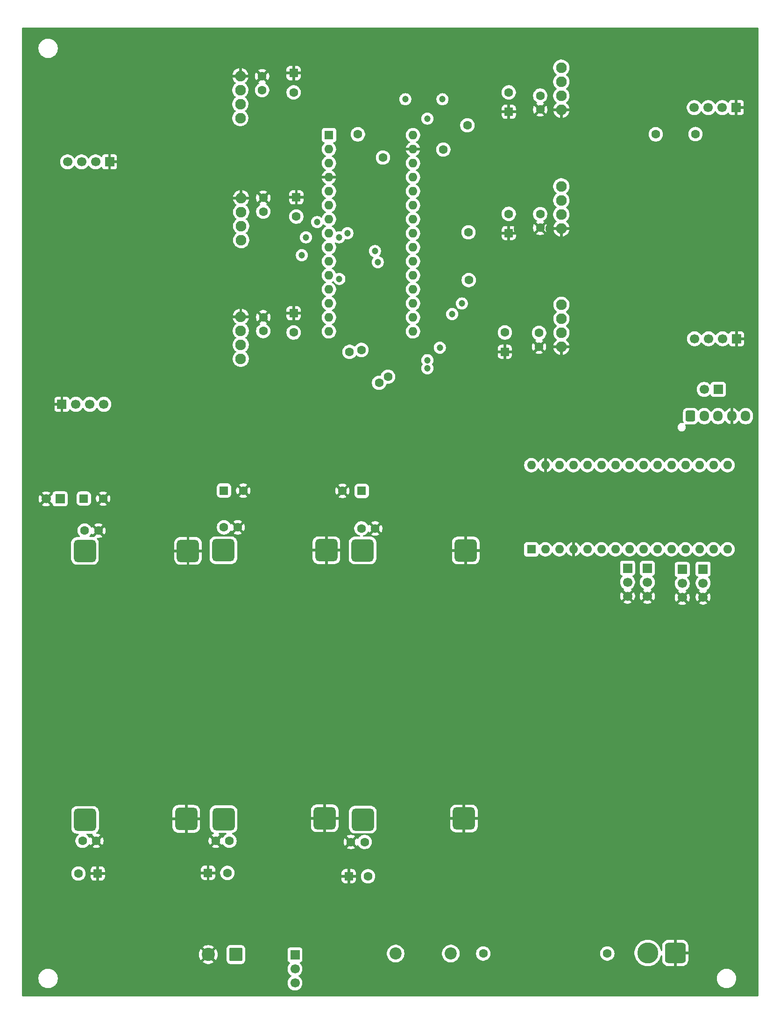
<source format=gbr>
%TF.GenerationSoftware,KiCad,Pcbnew,9.0.6*%
%TF.CreationDate,2025-12-29T23:23:51+08:00*%
%TF.ProjectId,Microver2025,4d696372-6f76-4657-9232-3032352e6b69,rev?*%
%TF.SameCoordinates,Original*%
%TF.FileFunction,Copper,L3,Inr*%
%TF.FilePolarity,Positive*%
%FSLAX46Y46*%
G04 Gerber Fmt 4.6, Leading zero omitted, Abs format (unit mm)*
G04 Created by KiCad (PCBNEW 9.0.6) date 2025-12-29 23:23:51*
%MOMM*%
%LPD*%
G01*
G04 APERTURE LIST*
G04 Aperture macros list*
%AMRoundRect*
0 Rectangle with rounded corners*
0 $1 Rounding radius*
0 $2 $3 $4 $5 $6 $7 $8 $9 X,Y pos of 4 corners*
0 Add a 4 corners polygon primitive as box body*
4,1,4,$2,$3,$4,$5,$6,$7,$8,$9,$2,$3,0*
0 Add four circle primitives for the rounded corners*
1,1,$1+$1,$2,$3*
1,1,$1+$1,$4,$5*
1,1,$1+$1,$6,$7*
1,1,$1+$1,$8,$9*
0 Add four rect primitives between the rounded corners*
20,1,$1+$1,$2,$3,$4,$5,0*
20,1,$1+$1,$4,$5,$6,$7,0*
20,1,$1+$1,$6,$7,$8,$9,0*
20,1,$1+$1,$8,$9,$2,$3,0*%
G04 Aperture macros list end*
%TA.AperFunction,ComponentPad*%
%ADD10C,1.600000*%
%TD*%
%TA.AperFunction,ComponentPad*%
%ADD11C,1.930400*%
%TD*%
%TA.AperFunction,ComponentPad*%
%ADD12RoundRect,0.250000X-0.550000X-0.550000X0.550000X-0.550000X0.550000X0.550000X-0.550000X0.550000X0*%
%TD*%
%TA.AperFunction,ComponentPad*%
%ADD13RoundRect,0.250000X0.550000X0.550000X-0.550000X0.550000X-0.550000X-0.550000X0.550000X-0.550000X0*%
%TD*%
%TA.AperFunction,ComponentPad*%
%ADD14R,1.600000X1.600000*%
%TD*%
%TA.AperFunction,ComponentPad*%
%ADD15O,1.600000X1.600000*%
%TD*%
%TA.AperFunction,ComponentPad*%
%ADD16R,1.700000X1.700000*%
%TD*%
%TA.AperFunction,ComponentPad*%
%ADD17C,1.700000*%
%TD*%
%TA.AperFunction,ComponentPad*%
%ADD18RoundRect,0.250000X-0.600000X-0.725000X0.600000X-0.725000X0.600000X0.725000X-0.600000X0.725000X0*%
%TD*%
%TA.AperFunction,ComponentPad*%
%ADD19O,1.700000X1.950000*%
%TD*%
%TA.AperFunction,ComponentPad*%
%ADD20RoundRect,0.600000X1.400000X-1.400000X1.400000X1.400000X-1.400000X1.400000X-1.400000X-1.400000X0*%
%TD*%
%TA.AperFunction,ComponentPad*%
%ADD21C,2.400000*%
%TD*%
%TA.AperFunction,ComponentPad*%
%ADD22RoundRect,0.250001X0.949999X0.949999X-0.949999X0.949999X-0.949999X-0.949999X0.949999X-0.949999X0*%
%TD*%
%TA.AperFunction,ComponentPad*%
%ADD23RoundRect,0.760000X1.140000X1.140000X-1.140000X1.140000X-1.140000X-1.140000X1.140000X-1.140000X0*%
%TD*%
%TA.AperFunction,ComponentPad*%
%ADD24C,3.800000*%
%TD*%
%TA.AperFunction,ComponentPad*%
%ADD25RoundRect,0.250000X-0.550000X0.550000X-0.550000X-0.550000X0.550000X-0.550000X0.550000X0.550000X0*%
%TD*%
%TA.AperFunction,ComponentPad*%
%ADD26RoundRect,0.250000X0.550000X-0.550000X0.550000X0.550000X-0.550000X0.550000X-0.550000X-0.550000X0*%
%TD*%
%TA.AperFunction,ComponentPad*%
%ADD27C,2.200000*%
%TD*%
%TA.AperFunction,ViaPad*%
%ADD28C,1.600000*%
%TD*%
%TA.AperFunction,ViaPad*%
%ADD29C,1.200000*%
%TD*%
G04 APERTURE END LIST*
D10*
%TO.N,+18V*%
%TO.C,F1*%
X170875000Y-199000000D03*
X193375000Y-199000000D03*
%TD*%
D11*
%TO.N,GND*%
%TO.C,U5*%
X185027500Y-46138895D03*
%TO.N,/5V*%
X185027500Y-38518895D03*
X185027500Y-41058895D03*
%TO.N,+18V*%
X185027500Y-43598895D03*
%TD*%
%TO.N,GND*%
%TO.C,U4*%
X126928000Y-83633370D03*
%TO.N,/5V*%
X126928000Y-91253370D03*
X126928000Y-88713370D03*
%TO.N,+18V*%
X126928000Y-86173370D03*
%TD*%
%TO.N,GND*%
%TO.C,U6*%
X185027500Y-67638895D03*
%TO.N,/5V*%
X185027500Y-60018895D03*
X185027500Y-62558895D03*
%TO.N,+18V*%
X185027500Y-65098895D03*
%TD*%
%TO.N,GND*%
%TO.C,U8*%
X185052500Y-89088895D03*
%TO.N,/5V*%
X185052500Y-81468895D03*
X185052500Y-84008895D03*
%TO.N,+18V*%
X185052500Y-86548895D03*
%TD*%
%TO.N,GND*%
%TO.C,U2*%
X127000000Y-62133370D03*
%TO.N,/5V*%
X127000000Y-69753370D03*
X127000000Y-67213370D03*
%TO.N,+18V*%
X127000000Y-64673370D03*
%TD*%
%TO.N,GND*%
%TO.C,U1*%
X126852500Y-40028895D03*
%TO.N,/5V*%
X126852500Y-47648895D03*
X126852500Y-45108895D03*
%TO.N,+18V*%
X126852500Y-42568895D03*
%TD*%
D12*
%TO.N,/5V*%
%TO.C,C20*%
X123880000Y-115140000D03*
D10*
%TO.N,GND*%
X127380000Y-115140000D03*
%TD*%
D12*
%TO.N,/5V*%
%TO.C,C24*%
X98477349Y-116590000D03*
D10*
%TO.N,GND*%
X101977349Y-116590000D03*
%TD*%
D13*
%TO.N,/5V*%
%TO.C,C15*%
X148855000Y-115190000D03*
D10*
%TO.N,GND*%
X145355000Y-115190000D03*
%TD*%
D14*
%TO.N,unconnected-(A2-TX1-Pad1)*%
%TO.C,A2*%
X179600000Y-125766630D03*
D15*
%TO.N,unconnected-(A2-RX1-Pad2)*%
X182140000Y-125766630D03*
%TO.N,unconnected-(A2-~{RESET}-Pad3)*%
X184680000Y-125766630D03*
%TO.N,GND*%
X187220000Y-125766630D03*
%TO.N,unconnected-(A2-D2-Pad5)*%
X189760000Y-125766630D03*
%TO.N,unconnected-(A2-D3-Pad6)*%
X192300000Y-125766630D03*
%TO.N,unconnected-(A2-D4-Pad7)*%
X194840000Y-125766630D03*
%TO.N,/5V*%
X197380000Y-125766630D03*
X199920000Y-125766630D03*
%TO.N,unconnected-(A2-D7-Pad10)*%
X202460000Y-125766630D03*
%TO.N,unconnected-(A2-D8-Pad11)*%
X205000000Y-125766630D03*
%TO.N,/5V*%
X207540000Y-125766630D03*
X210080000Y-125766630D03*
%TO.N,/SPI*%
X212620000Y-125766630D03*
X215160000Y-125766630D03*
%TO.N,unconnected-(A2-SCK-Pad16)*%
X215160000Y-110526630D03*
%TO.N,unconnected-(A2-3V3-Pad17)*%
X212620000Y-110526630D03*
%TO.N,unconnected-(A2-AREF-Pad18)*%
X210080000Y-110526630D03*
%TO.N,unconnected-(A2-A0-Pad19)*%
X207540000Y-110526630D03*
%TO.N,unconnected-(A2-A1-Pad20)*%
X205000000Y-110526630D03*
%TO.N,unconnected-(A2-A2-Pad21)*%
X202460000Y-110526630D03*
%TO.N,unconnected-(A2-A3-Pad22)*%
X199920000Y-110526630D03*
%TO.N,unconnected-(A2-SDA{slash}A4-Pad23)*%
X197380000Y-110526630D03*
%TO.N,unconnected-(A2-SCL{slash}A5-Pad24)*%
X194840000Y-110526630D03*
%TO.N,unconnected-(A2-A6-Pad25)*%
X192300000Y-110526630D03*
%TO.N,unconnected-(A2-A7-Pad26)*%
X189760000Y-110526630D03*
%TO.N,unconnected-(A2-+5V-Pad27)*%
X187220000Y-110526630D03*
%TO.N,unconnected-(A2-~{RESET}-Pad28)*%
X184680000Y-110526630D03*
%TO.N,GND*%
X182140000Y-110526630D03*
%TO.N,/5V*%
X179600000Y-110526630D03*
%TD*%
D16*
%TO.N,/5V*%
%TO.C,M4*%
X197040000Y-129180000D03*
D17*
X197040000Y-131720000D03*
%TO.N,GND*%
X197040000Y-134260000D03*
%TD*%
D16*
%TO.N,/5V*%
%TO.C,J4*%
X94170000Y-116640000D03*
D17*
%TO.N,GND*%
X91630000Y-116640000D03*
%TD*%
D18*
%TO.N,/5V*%
%TO.C,J11*%
X208450000Y-101650000D03*
D19*
%TO.N,/URAT*%
X210950000Y-101650000D03*
X213450000Y-101650000D03*
%TO.N,GND*%
X215950000Y-101650000D03*
%TO.N,unconnected-(J11-Pin_5-Pad5)*%
X218450000Y-101650000D03*
%TD*%
D16*
%TO.N,/5V*%
%TO.C,M2*%
X206960000Y-129425000D03*
D17*
X206960000Y-131965000D03*
%TO.N,GND*%
X206960000Y-134505000D03*
%TD*%
D10*
%TO.N,GND*%
%TO.C,C12*%
X181000000Y-89083370D03*
%TO.N,+18V*%
X181000000Y-86583370D03*
%TD*%
D16*
%TO.N,/5V*%
%TO.C,M1*%
X210735000Y-129350000D03*
D17*
X210735000Y-131890000D03*
%TO.N,GND*%
X210735000Y-134430000D03*
%TD*%
D16*
%TO.N,GND*%
%TO.C,J7*%
X103140000Y-55583370D03*
D17*
%TO.N,/5V*%
X100600000Y-55583370D03*
%TO.N,/DIGI*%
X98060000Y-55583370D03*
X95520000Y-55583370D03*
%TD*%
D10*
%TO.N,GND*%
%TO.C,C22*%
X100750000Y-178590000D03*
%TO.N,+18V*%
X98250000Y-178590000D03*
%TD*%
D16*
%TO.N,GND*%
%TO.C,J8*%
X216750000Y-45750000D03*
D17*
%TO.N,/5V*%
X214210000Y-45750000D03*
%TO.N,/DIGI*%
X211670000Y-45750000D03*
X209130000Y-45750000D03*
%TD*%
D16*
%TO.N,GND*%
%TO.C,J2*%
X216800000Y-87633370D03*
D17*
%TO.N,/5V*%
X214260000Y-87633370D03*
%TO.N,/DIGI*%
X211720000Y-87633370D03*
X209180000Y-87633370D03*
%TD*%
D10*
%TO.N,GND*%
%TO.C,C11*%
X130800000Y-40083370D03*
%TO.N,+18V*%
X130800000Y-42583370D03*
%TD*%
D20*
%TO.N,+18V*%
%TO.C,U9*%
X98700000Y-174790000D03*
%TO.N,GND*%
X117040000Y-174600000D03*
%TO.N,/5V*%
X98680000Y-126050000D03*
%TO.N,GND*%
X117360000Y-126050000D03*
%TD*%
D10*
%TO.N,/5V*%
%TO.C,C21*%
X123880000Y-121790000D03*
%TO.N,GND*%
X126380000Y-121790000D03*
%TD*%
%TO.N,GND*%
%TO.C,C9*%
X131000000Y-62083370D03*
%TO.N,+18V*%
X131000000Y-64583370D03*
%TD*%
%TO.N,GND*%
%TO.C,C3*%
X181200000Y-67533370D03*
%TO.N,+18V*%
X181200000Y-65033370D03*
%TD*%
D16*
%TO.N,GND*%
%TO.C,J5*%
X94500000Y-99500000D03*
D17*
%TO.N,/5V*%
X97040000Y-99500000D03*
%TO.N,/DIGI*%
X99580000Y-99500000D03*
X102120000Y-99500000D03*
%TD*%
D21*
%TO.N,GND*%
%TO.C,C1*%
X121030000Y-199190000D03*
D22*
%TO.N,+18V*%
X126030000Y-199190000D03*
%TD*%
D10*
%TO.N,GND*%
%TO.C,C18*%
X122380000Y-178590000D03*
%TO.N,+18V*%
X124880000Y-178590000D03*
%TD*%
D14*
%TO.N,unconnected-(A1-TX1-Pad1)*%
%TO.C,A1*%
X142907500Y-50737845D03*
D15*
%TO.N,unconnected-(A1-RX1-Pad2)*%
X142907500Y-53277845D03*
%TO.N,unconnected-(A1-~{RESET}-Pad3)*%
X142907500Y-55817845D03*
%TO.N,GND*%
X142907500Y-58357845D03*
%TO.N,unconnected-(A1-D2-Pad5)*%
X142907500Y-60897845D03*
%TO.N,unconnected-(A1-D3-Pad6)*%
X142907500Y-63437845D03*
%TO.N,unconnected-(A1-D4-Pad7)*%
X142907500Y-65977845D03*
%TO.N,/5V*%
X142907500Y-68517845D03*
X142907500Y-71057845D03*
%TO.N,unconnected-(A1-D7-Pad10)*%
X142907500Y-73597845D03*
%TO.N,unconnected-(A1-D8-Pad11)*%
X142907500Y-76137845D03*
%TO.N,/5V*%
X142907500Y-78677845D03*
X142907500Y-81217845D03*
%TO.N,/SPI*%
X142907500Y-83757845D03*
X142907500Y-86297845D03*
%TO.N,unconnected-(A1-SCK-Pad16)*%
X158147500Y-86297845D03*
%TO.N,unconnected-(A1-3V3-Pad17)*%
X158147500Y-83757845D03*
%TO.N,unconnected-(A1-AREF-Pad18)*%
X158147500Y-81217845D03*
%TO.N,/DIGI*%
X158147500Y-78677845D03*
X158147500Y-76137845D03*
X158147500Y-73597845D03*
X158147500Y-71057845D03*
X158147500Y-68517845D03*
X158147500Y-65977845D03*
X158147500Y-63437845D03*
X158147500Y-60897845D03*
%TO.N,/5V*%
X158147500Y-58357845D03*
%TO.N,unconnected-(A1-~{RESET}-Pad28)*%
X158147500Y-55817845D03*
%TO.N,GND*%
X158147500Y-53277845D03*
%TO.N,unconnected-(A1-VIN-Pad30)*%
X158147500Y-50737845D03*
%TD*%
D10*
%TO.N,/5V*%
%TO.C,C14*%
X148800000Y-121990000D03*
%TO.N,GND*%
X151300000Y-121990000D03*
%TD*%
%TO.N,GND*%
%TO.C,C7*%
X131000000Y-83733370D03*
%TO.N,+18V*%
X131000000Y-86233370D03*
%TD*%
D23*
%TO.N,GND*%
%TO.C,J14*%
X205700000Y-198900000D03*
D24*
%TO.N,+18V*%
X200700000Y-198900000D03*
%TD*%
D17*
%TO.N,unconnected-(SW1-C-Pad3)*%
%TO.C,SW1*%
X136750000Y-204330000D03*
%TO.N,+18V*%
X136750000Y-201790000D03*
D16*
X136750000Y-199250000D03*
%TD*%
%TO.N,/URAT*%
%TO.C,J13*%
X213470000Y-96800000D03*
D17*
X210930000Y-96800000D03*
%TD*%
D20*
%TO.N,+18V*%
%TO.C,U3*%
X149040000Y-174730000D03*
%TO.N,GND*%
X167380000Y-174540000D03*
%TO.N,/5V*%
X149020000Y-125990000D03*
%TO.N,GND*%
X167700000Y-125990000D03*
%TD*%
D10*
%TO.N,GND*%
%TO.C,C17*%
X146880000Y-178790000D03*
%TO.N,+18V*%
X149380000Y-178790000D03*
%TD*%
%TO.N,/5V*%
%TO.C,C25*%
X98630000Y-122390000D03*
%TO.N,GND*%
X101130000Y-122390000D03*
%TD*%
D20*
%TO.N,+18V*%
%TO.C,U10*%
X123800000Y-174680000D03*
%TO.N,GND*%
X142140000Y-174490000D03*
%TO.N,/5V*%
X123780000Y-125940000D03*
%TO.N,GND*%
X142460000Y-125940000D03*
%TD*%
D16*
%TO.N,/5V*%
%TO.C,M3*%
X200630000Y-129200000D03*
D17*
X200630000Y-131740000D03*
%TO.N,GND*%
X200630000Y-134280000D03*
%TD*%
D10*
%TO.N,GND*%
%TO.C,C5*%
X181200000Y-46083370D03*
%TO.N,+18V*%
X181200000Y-43583370D03*
%TD*%
D25*
%TO.N,GND*%
%TO.C,C10*%
X136500000Y-39500000D03*
D10*
%TO.N,+18V*%
X136500000Y-43000000D03*
%TD*%
D26*
%TO.N,GND*%
%TO.C,C13*%
X174800000Y-90000000D03*
D10*
%TO.N,+18V*%
X174800000Y-86500000D03*
%TD*%
D26*
%TO.N,GND*%
%TO.C,C2*%
X175500000Y-68500000D03*
D10*
%TO.N,+18V*%
X175500000Y-65000000D03*
%TD*%
D25*
%TO.N,GND*%
%TO.C,C8*%
X137000000Y-62000000D03*
D10*
%TO.N,+18V*%
X137000000Y-65500000D03*
%TD*%
D26*
%TO.N,GND*%
%TO.C,C4*%
X175500000Y-46500000D03*
D10*
%TO.N,+18V*%
X175500000Y-43000000D03*
%TD*%
D12*
%TO.N,GND*%
%TO.C,C16*%
X146500000Y-185000000D03*
D10*
%TO.N,+18V*%
X150000000Y-185000000D03*
%TD*%
D13*
%TO.N,GND*%
%TO.C,C23*%
X101000000Y-184500000D03*
D10*
%TO.N,+18V*%
X97500000Y-184500000D03*
%TD*%
D12*
%TO.N,GND*%
%TO.C,C19*%
X121000000Y-184390000D03*
D10*
%TO.N,+18V*%
X124500000Y-184390000D03*
%TD*%
D25*
%TO.N,GND*%
%TO.C,C6*%
X136500000Y-83000000D03*
D10*
%TO.N,+18V*%
X136500000Y-86500000D03*
%TD*%
D27*
%TO.N,+18V*%
%TO.C,TH1*%
X165000000Y-199000000D03*
X155000000Y-199000000D03*
%TD*%
D28*
%TO.N,GND*%
X206950000Y-136860000D03*
X141000000Y-56950000D03*
X117540000Y-182490000D03*
X136550000Y-36950000D03*
X131050000Y-81540000D03*
X172500000Y-93000000D03*
X143130000Y-118640000D03*
X124250000Y-83600000D03*
X104255000Y-113015000D03*
X139150000Y-39900000D03*
X118250000Y-205450000D03*
X177200000Y-67750000D03*
X112130000Y-173680000D03*
X142380000Y-121890000D03*
X215300000Y-104100000D03*
X177000000Y-93000000D03*
X167630000Y-122140000D03*
X217600000Y-104150000D03*
X126950000Y-59450000D03*
X130130000Y-118390000D03*
X126700000Y-37450000D03*
X185250000Y-48800000D03*
X129630000Y-111390000D03*
X197050000Y-136640000D03*
X91650000Y-113750000D03*
X141630000Y-115140000D03*
X178300000Y-48600000D03*
X139380000Y-178390000D03*
X128630000Y-121890000D03*
X127000000Y-81050000D03*
X113880000Y-178390000D03*
X181500000Y-92000000D03*
X182150000Y-107900000D03*
X124500000Y-62150000D03*
D29*
X160250000Y-53250000D03*
D28*
X163130000Y-126140000D03*
X153880000Y-122140000D03*
X133750000Y-37000000D03*
X104630000Y-182390000D03*
X91550000Y-119350000D03*
X210750000Y-136750000D03*
X116630000Y-170180000D03*
X119520000Y-178610000D03*
X117380000Y-129890000D03*
X187500000Y-46150000D03*
X178300000Y-46400000D03*
X142380000Y-129890000D03*
X181300000Y-48500000D03*
X104380000Y-187390000D03*
X103380000Y-122390000D03*
X138500000Y-79250000D03*
X144540000Y-178830000D03*
X104755000Y-120015000D03*
X115990000Y-198930000D03*
X137880000Y-125890000D03*
X117380000Y-121890000D03*
D29*
X216750000Y-90000000D03*
D28*
X124200000Y-81150000D03*
X112880000Y-125890000D03*
X103130000Y-178640000D03*
X167130000Y-170140000D03*
X142630000Y-111640000D03*
D29*
X95000000Y-97500000D03*
D28*
X207500000Y-203000000D03*
X142650000Y-187110000D03*
X139050000Y-83350000D03*
X170350000Y-67800000D03*
X141910000Y-170180000D03*
X139250000Y-37050000D03*
D29*
X216750000Y-47800000D03*
D28*
X164380000Y-178350000D03*
X187200000Y-128150000D03*
X175550000Y-49000000D03*
X133700000Y-39650000D03*
X88920000Y-116690000D03*
X124400000Y-59600000D03*
X200620000Y-136600000D03*
X137410000Y-173680000D03*
X210000000Y-200500000D03*
X105755000Y-116515000D03*
X131130000Y-114890000D03*
X179500000Y-91000000D03*
X167630000Y-130140000D03*
X162630000Y-173640000D03*
X210000000Y-197000000D03*
X142560000Y-182710000D03*
X118250000Y-193710000D03*
X124350000Y-40000000D03*
D29*
X103150000Y-57400000D03*
D28*
X182950000Y-67650000D03*
X131050000Y-59800000D03*
X130750000Y-37650000D03*
X207500000Y-195000000D03*
X178950000Y-67750000D03*
X117630000Y-186890000D03*
%TO.N,/SPI*%
X152000000Y-95600000D03*
X148800000Y-89650000D03*
X146650000Y-90000000D03*
X153600000Y-94500000D03*
%TO.N,/5V*%
X168200000Y-68334370D03*
X148150000Y-50600000D03*
D29*
X140750000Y-66500000D03*
D28*
X152700000Y-54800000D03*
X209350000Y-50550000D03*
X202150000Y-50600000D03*
X168000000Y-48950000D03*
X168250000Y-77000000D03*
D29*
X160750000Y-47750000D03*
X156750000Y-44250000D03*
X138750000Y-69250000D03*
X138000000Y-72500000D03*
X163000000Y-89250000D03*
X163500000Y-44250000D03*
D28*
X163650000Y-53350000D03*
D29*
X144792672Y-76792672D03*
%TO.N,/DIGI*%
X167000000Y-81250000D03*
X144750000Y-69250000D03*
X160750000Y-93000000D03*
X151750000Y-73750000D03*
X146250000Y-68500000D03*
X160750000Y-91500000D03*
X165250000Y-83161522D03*
X151250000Y-71750000D03*
%TD*%
%TA.AperFunction,Conductor*%
%TO.N,GND*%
G36*
X100012320Y-177310185D02*
G01*
X100058075Y-177362989D01*
X100068019Y-177432147D01*
X100038994Y-177495703D01*
X100024173Y-177509304D01*
X100024077Y-177510524D01*
X100703554Y-178190000D01*
X100697339Y-178190000D01*
X100595606Y-178217259D01*
X100504394Y-178269920D01*
X100429920Y-178344394D01*
X100377259Y-178435606D01*
X100350000Y-178537339D01*
X100350000Y-178543553D01*
X99670524Y-177864077D01*
X99670523Y-177864077D01*
X99638143Y-177908644D01*
X99610765Y-177962378D01*
X99562790Y-178013174D01*
X99494969Y-178029969D01*
X99428834Y-178007431D01*
X99389795Y-177962378D01*
X99389794Y-177962376D01*
X99362287Y-177908390D01*
X99362285Y-177908387D01*
X99362284Y-177908385D01*
X99241971Y-177742786D01*
X99097219Y-177598034D01*
X99078976Y-177584780D01*
X98982681Y-177514818D01*
X98940016Y-177459489D01*
X98934037Y-177389875D01*
X98966642Y-177328080D01*
X99027481Y-177293723D01*
X99055567Y-177290500D01*
X99945281Y-177290500D01*
X100012320Y-177310185D01*
G37*
%TD.AperFunction*%
%TA.AperFunction,Conductor*%
G36*
X124332244Y-177200185D02*
G01*
X124377999Y-177252989D01*
X124387943Y-177322147D01*
X124358918Y-177385703D01*
X124321500Y-177414985D01*
X124198386Y-177477715D01*
X124032786Y-177598028D01*
X123888028Y-177742786D01*
X123767714Y-177908386D01*
X123740203Y-177962379D01*
X123692227Y-178013174D01*
X123624406Y-178029968D01*
X123558272Y-178007429D01*
X123519234Y-177962376D01*
X123491861Y-177908652D01*
X123459474Y-177864077D01*
X123459474Y-177864076D01*
X122780000Y-178543551D01*
X122780000Y-178537339D01*
X122752741Y-178435606D01*
X122700080Y-178344394D01*
X122625606Y-178269920D01*
X122534394Y-178217259D01*
X122432661Y-178190000D01*
X122426446Y-178190000D01*
X123105922Y-177510524D01*
X123105921Y-177510523D01*
X123061359Y-177478147D01*
X123061350Y-177478141D01*
X122937399Y-177414985D01*
X122886603Y-177367010D01*
X122869808Y-177299189D01*
X122892345Y-177233055D01*
X122947060Y-177189603D01*
X122993694Y-177180500D01*
X124265205Y-177180500D01*
X124332244Y-177200185D01*
G37*
%TD.AperFunction*%
%TA.AperFunction,Conductor*%
G36*
X100730000Y-122442661D02*
G01*
X100757259Y-122544394D01*
X100809920Y-122635606D01*
X100884394Y-122710080D01*
X100975606Y-122762741D01*
X101077339Y-122790000D01*
X101083553Y-122790000D01*
X100389668Y-123483882D01*
X100386609Y-123498444D01*
X100337557Y-123548200D01*
X100269391Y-123563537D01*
X100251001Y-123560960D01*
X100211247Y-123552312D01*
X100203982Y-123551879D01*
X100164038Y-123549500D01*
X100164027Y-123549500D01*
X99609047Y-123549500D01*
X99542008Y-123529815D01*
X99496253Y-123477011D01*
X99486309Y-123407853D01*
X99515334Y-123344297D01*
X99521366Y-123337819D01*
X99569185Y-123290000D01*
X99621966Y-123237219D01*
X99621968Y-123237215D01*
X99621971Y-123237213D01*
X99742286Y-123071611D01*
X99742415Y-123071359D01*
X99769795Y-123017621D01*
X99817769Y-122966826D01*
X99885589Y-122950030D01*
X99951725Y-122972567D01*
X99990765Y-123017621D01*
X100018141Y-123071350D01*
X100018147Y-123071359D01*
X100050523Y-123115921D01*
X100050524Y-123115922D01*
X100730000Y-122436446D01*
X100730000Y-122442661D01*
G37*
%TD.AperFunction*%
%TA.AperFunction,Conductor*%
G36*
X220692539Y-31270185D02*
G01*
X220738294Y-31322989D01*
X220749500Y-31374500D01*
X220749500Y-206625500D01*
X220729815Y-206692539D01*
X220677011Y-206738294D01*
X220625500Y-206749500D01*
X87374500Y-206749500D01*
X87307461Y-206729815D01*
X87261706Y-206677011D01*
X87250500Y-206625500D01*
X87250500Y-203385258D01*
X90249500Y-203385258D01*
X90249500Y-203614741D01*
X90274446Y-203804215D01*
X90279452Y-203842238D01*
X90279453Y-203842240D01*
X90338842Y-204063887D01*
X90426650Y-204275876D01*
X90426657Y-204275890D01*
X90541392Y-204474617D01*
X90681081Y-204656661D01*
X90681089Y-204656670D01*
X90843330Y-204818911D01*
X90843338Y-204818918D01*
X91025382Y-204958607D01*
X91025385Y-204958608D01*
X91025388Y-204958611D01*
X91224112Y-205073344D01*
X91224117Y-205073346D01*
X91224123Y-205073349D01*
X91315480Y-205111190D01*
X91436113Y-205161158D01*
X91657762Y-205220548D01*
X91885266Y-205250500D01*
X91885273Y-205250500D01*
X92114727Y-205250500D01*
X92114734Y-205250500D01*
X92342238Y-205220548D01*
X92563887Y-205161158D01*
X92775888Y-205073344D01*
X92974612Y-204958611D01*
X93156661Y-204818919D01*
X93156665Y-204818914D01*
X93156670Y-204818911D01*
X93318911Y-204656670D01*
X93318914Y-204656665D01*
X93318919Y-204656661D01*
X93458611Y-204474612D01*
X93573344Y-204275888D01*
X93661158Y-204063887D01*
X93720548Y-203842238D01*
X93750500Y-203614734D01*
X93750500Y-203385266D01*
X93720548Y-203157762D01*
X93661158Y-202936113D01*
X93573344Y-202724112D01*
X93458611Y-202525388D01*
X93458608Y-202525385D01*
X93458607Y-202525382D01*
X93318918Y-202343338D01*
X93318911Y-202343330D01*
X93156670Y-202181089D01*
X93156661Y-202181081D01*
X92974617Y-202041392D01*
X92775890Y-201926657D01*
X92775876Y-201926650D01*
X92563887Y-201838842D01*
X92342238Y-201779452D01*
X92304215Y-201774446D01*
X92114741Y-201749500D01*
X92114734Y-201749500D01*
X91885266Y-201749500D01*
X91885258Y-201749500D01*
X91668715Y-201778009D01*
X91657762Y-201779452D01*
X91564076Y-201804554D01*
X91436112Y-201838842D01*
X91224123Y-201926650D01*
X91224109Y-201926657D01*
X91025382Y-202041392D01*
X90843338Y-202181081D01*
X90681081Y-202343338D01*
X90541392Y-202525382D01*
X90426657Y-202724109D01*
X90426650Y-202724123D01*
X90338842Y-202936112D01*
X90279453Y-203157759D01*
X90279451Y-203157770D01*
X90249500Y-203385258D01*
X87250500Y-203385258D01*
X87250500Y-199078575D01*
X119330000Y-199078575D01*
X119330000Y-199301424D01*
X119359085Y-199522354D01*
X119359088Y-199522367D01*
X119416763Y-199737618D01*
X119502045Y-199943502D01*
X119502054Y-199943520D01*
X119613464Y-200136491D01*
X119613473Y-200136504D01*
X119664040Y-200202403D01*
X119664043Y-200202403D01*
X120465387Y-199401058D01*
X120470889Y-199421591D01*
X120549881Y-199558408D01*
X120661592Y-199670119D01*
X120798409Y-199749111D01*
X120818940Y-199754612D01*
X120017595Y-200555955D01*
X120017595Y-200555956D01*
X120083507Y-200606533D01*
X120276485Y-200717949D01*
X120276497Y-200717954D01*
X120482381Y-200803236D01*
X120697632Y-200860911D01*
X120697645Y-200860914D01*
X120918575Y-200890000D01*
X121141425Y-200890000D01*
X121362354Y-200860914D01*
X121362367Y-200860911D01*
X121577618Y-200803236D01*
X121783502Y-200717954D01*
X121783514Y-200717949D01*
X121976498Y-200606530D01*
X122042403Y-200555957D01*
X122042404Y-200555956D01*
X121241059Y-199754612D01*
X121261591Y-199749111D01*
X121398408Y-199670119D01*
X121510119Y-199558408D01*
X121589111Y-199421591D01*
X121594612Y-199401060D01*
X122395956Y-200202404D01*
X122395957Y-200202403D01*
X122446530Y-200136498D01*
X122557949Y-199943514D01*
X122557954Y-199943502D01*
X122643236Y-199737618D01*
X122700911Y-199522367D01*
X122700914Y-199522354D01*
X122730000Y-199301424D01*
X122730000Y-199078575D01*
X122700914Y-198857645D01*
X122700911Y-198857632D01*
X122643236Y-198642381D01*
X122557954Y-198436497D01*
X122557949Y-198436485D01*
X122449610Y-198248835D01*
X122446533Y-198243506D01*
X122405463Y-198189984D01*
X124329500Y-198189984D01*
X124329500Y-200190015D01*
X124340000Y-200292795D01*
X124340001Y-200292796D01*
X124395186Y-200459335D01*
X124395187Y-200459337D01*
X124487286Y-200608651D01*
X124487289Y-200608655D01*
X124611344Y-200732710D01*
X124611348Y-200732713D01*
X124760662Y-200824812D01*
X124760664Y-200824813D01*
X124760666Y-200824814D01*
X124927203Y-200879999D01*
X125029992Y-200890500D01*
X125029997Y-200890500D01*
X127030003Y-200890500D01*
X127030008Y-200890500D01*
X127132797Y-200879999D01*
X127299334Y-200824814D01*
X127448655Y-200732711D01*
X127572711Y-200608655D01*
X127664814Y-200459334D01*
X127719999Y-200292797D01*
X127730500Y-200190008D01*
X127730500Y-198352135D01*
X135399500Y-198352135D01*
X135399500Y-200147870D01*
X135399501Y-200147876D01*
X135405908Y-200207483D01*
X135456202Y-200342328D01*
X135456206Y-200342335D01*
X135542452Y-200457544D01*
X135542455Y-200457547D01*
X135657664Y-200543793D01*
X135657671Y-200543797D01*
X135789082Y-200592810D01*
X135845016Y-200634681D01*
X135869433Y-200700145D01*
X135854582Y-200768418D01*
X135833431Y-200796673D01*
X135719889Y-200910215D01*
X135594951Y-201082179D01*
X135498444Y-201271585D01*
X135498443Y-201271587D01*
X135498443Y-201271588D01*
X135489212Y-201299999D01*
X135432753Y-201473760D01*
X135399500Y-201683713D01*
X135399500Y-201896286D01*
X135422482Y-202041392D01*
X135432754Y-202106243D01*
X135457070Y-202181081D01*
X135498444Y-202308414D01*
X135594951Y-202497820D01*
X135719890Y-202669786D01*
X135870213Y-202820109D01*
X136042182Y-202945050D01*
X136050946Y-202949516D01*
X136101742Y-202997491D01*
X136118536Y-203065312D01*
X136095998Y-203131447D01*
X136050946Y-203170484D01*
X136042182Y-203174949D01*
X135870213Y-203299890D01*
X135719890Y-203450213D01*
X135594951Y-203622179D01*
X135498444Y-203811585D01*
X135432753Y-204013760D01*
X135424814Y-204063887D01*
X135399500Y-204223713D01*
X135399500Y-204436287D01*
X135432754Y-204646243D01*
X135488857Y-204818911D01*
X135498444Y-204848414D01*
X135594951Y-205037820D01*
X135719890Y-205209786D01*
X135870213Y-205360109D01*
X136042179Y-205485048D01*
X136042181Y-205485049D01*
X136042184Y-205485051D01*
X136231588Y-205581557D01*
X136433757Y-205647246D01*
X136643713Y-205680500D01*
X136643714Y-205680500D01*
X136856286Y-205680500D01*
X136856287Y-205680500D01*
X137066243Y-205647246D01*
X137268412Y-205581557D01*
X137457816Y-205485051D01*
X137479789Y-205469086D01*
X137629786Y-205360109D01*
X137629788Y-205360106D01*
X137629792Y-205360104D01*
X137780104Y-205209792D01*
X137780106Y-205209788D01*
X137780109Y-205209786D01*
X137905048Y-205037820D01*
X137905047Y-205037820D01*
X137905051Y-205037816D01*
X138001557Y-204848412D01*
X138067246Y-204646243D01*
X138100500Y-204436287D01*
X138100500Y-204223713D01*
X138067246Y-204013757D01*
X138001557Y-203811588D01*
X137905051Y-203622184D01*
X137905049Y-203622181D01*
X137905048Y-203622179D01*
X137782929Y-203454095D01*
X137782927Y-203454093D01*
X137780105Y-203450209D01*
X137715154Y-203385258D01*
X213249500Y-203385258D01*
X213249500Y-203614741D01*
X213274446Y-203804215D01*
X213279452Y-203842238D01*
X213279453Y-203842240D01*
X213338842Y-204063887D01*
X213426650Y-204275876D01*
X213426657Y-204275890D01*
X213541392Y-204474617D01*
X213681081Y-204656661D01*
X213681089Y-204656670D01*
X213843330Y-204818911D01*
X213843338Y-204818918D01*
X214025382Y-204958607D01*
X214025385Y-204958608D01*
X214025388Y-204958611D01*
X214224112Y-205073344D01*
X214224117Y-205073346D01*
X214224123Y-205073349D01*
X214315480Y-205111190D01*
X214436113Y-205161158D01*
X214657762Y-205220548D01*
X214885266Y-205250500D01*
X214885273Y-205250500D01*
X215114727Y-205250500D01*
X215114734Y-205250500D01*
X215342238Y-205220548D01*
X215563887Y-205161158D01*
X215775888Y-205073344D01*
X215974612Y-204958611D01*
X216156661Y-204818919D01*
X216156665Y-204818914D01*
X216156670Y-204818911D01*
X216318911Y-204656670D01*
X216318914Y-204656665D01*
X216318919Y-204656661D01*
X216458611Y-204474612D01*
X216573344Y-204275888D01*
X216661158Y-204063887D01*
X216720548Y-203842238D01*
X216750500Y-203614734D01*
X216750500Y-203385266D01*
X216720548Y-203157762D01*
X216661158Y-202936113D01*
X216573344Y-202724112D01*
X216458611Y-202525388D01*
X216458608Y-202525385D01*
X216458607Y-202525382D01*
X216318918Y-202343338D01*
X216318911Y-202343330D01*
X216156670Y-202181089D01*
X216156661Y-202181081D01*
X215974617Y-202041392D01*
X215775890Y-201926657D01*
X215775876Y-201926650D01*
X215563887Y-201838842D01*
X215342238Y-201779452D01*
X215304215Y-201774446D01*
X215114741Y-201749500D01*
X215114734Y-201749500D01*
X214885266Y-201749500D01*
X214885258Y-201749500D01*
X214668715Y-201778009D01*
X214657762Y-201779452D01*
X214564076Y-201804554D01*
X214436112Y-201838842D01*
X214224123Y-201926650D01*
X214224109Y-201926657D01*
X214025382Y-202041392D01*
X213843338Y-202181081D01*
X213681081Y-202343338D01*
X213541392Y-202525382D01*
X213426657Y-202724109D01*
X213426650Y-202724123D01*
X213338842Y-202936112D01*
X213279453Y-203157759D01*
X213279451Y-203157770D01*
X213249500Y-203385258D01*
X137715154Y-203385258D01*
X137629786Y-203299890D01*
X137457820Y-203174951D01*
X137457115Y-203174591D01*
X137449054Y-203170485D01*
X137398259Y-203122512D01*
X137381463Y-203054692D01*
X137403999Y-202988556D01*
X137449054Y-202949515D01*
X137457816Y-202945051D01*
X137479789Y-202929086D01*
X137629786Y-202820109D01*
X137629788Y-202820106D01*
X137629792Y-202820104D01*
X137780104Y-202669792D01*
X137780106Y-202669788D01*
X137780109Y-202669786D01*
X137905048Y-202497820D01*
X137905047Y-202497820D01*
X137905051Y-202497816D01*
X138001557Y-202308412D01*
X138067246Y-202106243D01*
X138100500Y-201896287D01*
X138100500Y-201683713D01*
X138067246Y-201473757D01*
X138001557Y-201271588D01*
X137905051Y-201082184D01*
X137905049Y-201082181D01*
X137905048Y-201082179D01*
X137780109Y-200910213D01*
X137666569Y-200796673D01*
X137633084Y-200735350D01*
X137638068Y-200665658D01*
X137679940Y-200609725D01*
X137710915Y-200592810D01*
X137842331Y-200543796D01*
X137957546Y-200457546D01*
X138043796Y-200342331D01*
X138094091Y-200207483D01*
X138100500Y-200147873D01*
X138100499Y-198874038D01*
X153399500Y-198874038D01*
X153399500Y-199125961D01*
X153438910Y-199374785D01*
X153516760Y-199614383D01*
X153551016Y-199681613D01*
X153621568Y-199820079D01*
X153631132Y-199838848D01*
X153779201Y-200042649D01*
X153779205Y-200042654D01*
X153957345Y-200220794D01*
X153957350Y-200220798D01*
X154124623Y-200342328D01*
X154161155Y-200368870D01*
X154304184Y-200441747D01*
X154385616Y-200483239D01*
X154385618Y-200483239D01*
X154385621Y-200483241D01*
X154625215Y-200561090D01*
X154874038Y-200600500D01*
X154874039Y-200600500D01*
X155125961Y-200600500D01*
X155125962Y-200600500D01*
X155374785Y-200561090D01*
X155614379Y-200483241D01*
X155838845Y-200368870D01*
X156042656Y-200220793D01*
X156220793Y-200042656D01*
X156368870Y-199838845D01*
X156483241Y-199614379D01*
X156561090Y-199374785D01*
X156600500Y-199125962D01*
X156600500Y-198874038D01*
X163399500Y-198874038D01*
X163399500Y-199125961D01*
X163438910Y-199374785D01*
X163516760Y-199614383D01*
X163551016Y-199681613D01*
X163621568Y-199820079D01*
X163631132Y-199838848D01*
X163779201Y-200042649D01*
X163779205Y-200042654D01*
X163957345Y-200220794D01*
X163957350Y-200220798D01*
X164124623Y-200342328D01*
X164161155Y-200368870D01*
X164304184Y-200441747D01*
X164385616Y-200483239D01*
X164385618Y-200483239D01*
X164385621Y-200483241D01*
X164625215Y-200561090D01*
X164874038Y-200600500D01*
X164874039Y-200600500D01*
X165125961Y-200600500D01*
X165125962Y-200600500D01*
X165374785Y-200561090D01*
X165614379Y-200483241D01*
X165838845Y-200368870D01*
X166042656Y-200220793D01*
X166220793Y-200042656D01*
X166368870Y-199838845D01*
X166483241Y-199614379D01*
X166561090Y-199374785D01*
X166600500Y-199125962D01*
X166600500Y-198897648D01*
X169574500Y-198897648D01*
X169574500Y-199102351D01*
X169606522Y-199304534D01*
X169669781Y-199499223D01*
X169762715Y-199681613D01*
X169883028Y-199847213D01*
X170027786Y-199991971D01*
X170182749Y-200104556D01*
X170193390Y-200112287D01*
X170309607Y-200171503D01*
X170375776Y-200205218D01*
X170375778Y-200205218D01*
X170375781Y-200205220D01*
X170476378Y-200237906D01*
X170570465Y-200268477D01*
X170671557Y-200284488D01*
X170772648Y-200300500D01*
X170772649Y-200300500D01*
X170977351Y-200300500D01*
X170977352Y-200300500D01*
X171179534Y-200268477D01*
X171374219Y-200205220D01*
X171556610Y-200112287D01*
X171652459Y-200042649D01*
X171722213Y-199991971D01*
X171722215Y-199991968D01*
X171722219Y-199991966D01*
X171866966Y-199847219D01*
X171866968Y-199847215D01*
X171866971Y-199847213D01*
X171946595Y-199737618D01*
X171987287Y-199681610D01*
X172080220Y-199499219D01*
X172143477Y-199304534D01*
X172175500Y-199102352D01*
X172175500Y-198897648D01*
X192074500Y-198897648D01*
X192074500Y-199102351D01*
X192106522Y-199304534D01*
X192169781Y-199499223D01*
X192262715Y-199681613D01*
X192383028Y-199847213D01*
X192527786Y-199991971D01*
X192682749Y-200104556D01*
X192693390Y-200112287D01*
X192809607Y-200171503D01*
X192875776Y-200205218D01*
X192875778Y-200205218D01*
X192875781Y-200205220D01*
X192976378Y-200237906D01*
X193070465Y-200268477D01*
X193171557Y-200284488D01*
X193272648Y-200300500D01*
X193272649Y-200300500D01*
X193477351Y-200300500D01*
X193477352Y-200300500D01*
X193679534Y-200268477D01*
X193874219Y-200205220D01*
X194056610Y-200112287D01*
X194152459Y-200042649D01*
X194222213Y-199991971D01*
X194222215Y-199991968D01*
X194222219Y-199991966D01*
X194366966Y-199847219D01*
X194366968Y-199847215D01*
X194366971Y-199847213D01*
X194446595Y-199737618D01*
X194487287Y-199681610D01*
X194580220Y-199499219D01*
X194643477Y-199304534D01*
X194675500Y-199102352D01*
X194675500Y-198897648D01*
X194657042Y-198781110D01*
X194654520Y-198765186D01*
X198299500Y-198765186D01*
X198299500Y-199034813D01*
X198329686Y-199302719D01*
X198329687Y-199302728D01*
X198329688Y-199302732D01*
X198330973Y-199308361D01*
X198389684Y-199565594D01*
X198389687Y-199565602D01*
X198478734Y-199820082D01*
X198595714Y-200062994D01*
X198595716Y-200062997D01*
X198739162Y-200291289D01*
X198907266Y-200502085D01*
X199097915Y-200692734D01*
X199308711Y-200860838D01*
X199537003Y-201004284D01*
X199779921Y-201121267D01*
X199971049Y-201188145D01*
X200034397Y-201210312D01*
X200034405Y-201210315D01*
X200034408Y-201210315D01*
X200034409Y-201210316D01*
X200297268Y-201270312D01*
X200565187Y-201300499D01*
X200565188Y-201300500D01*
X200565191Y-201300500D01*
X200834812Y-201300500D01*
X200834812Y-201300499D01*
X201102732Y-201270312D01*
X201365591Y-201210316D01*
X201620079Y-201121267D01*
X201862997Y-201004284D01*
X202091289Y-200860838D01*
X202302085Y-200692734D01*
X202492734Y-200502085D01*
X202660838Y-200291289D01*
X202804284Y-200062997D01*
X202921267Y-199820079D01*
X203010316Y-199565591D01*
X203055109Y-199369339D01*
X203089218Y-199308361D01*
X203150879Y-199275503D01*
X203220516Y-199281198D01*
X203276020Y-199323638D01*
X203299768Y-199389348D01*
X203300000Y-199396932D01*
X203300000Y-200104719D01*
X203310482Y-200237906D01*
X203310483Y-200237912D01*
X203365898Y-200457829D01*
X203365899Y-200457832D01*
X203459695Y-200664330D01*
X203459698Y-200664336D01*
X203588851Y-200850758D01*
X203588861Y-200850770D01*
X203749229Y-201011138D01*
X203749241Y-201011148D01*
X203935663Y-201140301D01*
X203935669Y-201140304D01*
X204142167Y-201234100D01*
X204142170Y-201234101D01*
X204362087Y-201289516D01*
X204362093Y-201289517D01*
X204495280Y-201299999D01*
X204495294Y-201300000D01*
X205450000Y-201300000D01*
X205450000Y-200227231D01*
X205593753Y-200250000D01*
X205806247Y-200250000D01*
X205950000Y-200227231D01*
X205950000Y-201300000D01*
X206904706Y-201300000D01*
X206904719Y-201299999D01*
X207037906Y-201289517D01*
X207037912Y-201289516D01*
X207257829Y-201234101D01*
X207257832Y-201234100D01*
X207464330Y-201140304D01*
X207464336Y-201140301D01*
X207650758Y-201011148D01*
X207650770Y-201011138D01*
X207811138Y-200850770D01*
X207811148Y-200850758D01*
X207940301Y-200664336D01*
X207940304Y-200664330D01*
X208034100Y-200457832D01*
X208034101Y-200457829D01*
X208089516Y-200237912D01*
X208089517Y-200237906D01*
X208099999Y-200104719D01*
X208100000Y-200104706D01*
X208100000Y-199150000D01*
X207027231Y-199150000D01*
X207050000Y-199006247D01*
X207050000Y-198793753D01*
X207027231Y-198650000D01*
X208100000Y-198650000D01*
X208100000Y-197695293D01*
X208099999Y-197695280D01*
X208089517Y-197562093D01*
X208089516Y-197562087D01*
X208034101Y-197342170D01*
X208034100Y-197342167D01*
X207940304Y-197135669D01*
X207940301Y-197135663D01*
X207811148Y-196949241D01*
X207811138Y-196949229D01*
X207650770Y-196788861D01*
X207650758Y-196788851D01*
X207464336Y-196659698D01*
X207464330Y-196659695D01*
X207257832Y-196565899D01*
X207257829Y-196565898D01*
X207037912Y-196510483D01*
X207037906Y-196510482D01*
X206904719Y-196500000D01*
X205950000Y-196500000D01*
X205950000Y-197572768D01*
X205806247Y-197550000D01*
X205593753Y-197550000D01*
X205450000Y-197572768D01*
X205450000Y-196500000D01*
X204495280Y-196500000D01*
X204362093Y-196510482D01*
X204362087Y-196510483D01*
X204142170Y-196565898D01*
X204142167Y-196565899D01*
X203935669Y-196659695D01*
X203935663Y-196659698D01*
X203749241Y-196788851D01*
X203749229Y-196788861D01*
X203588861Y-196949229D01*
X203588851Y-196949241D01*
X203459698Y-197135663D01*
X203459695Y-197135669D01*
X203365899Y-197342167D01*
X203365898Y-197342170D01*
X203310483Y-197562087D01*
X203310482Y-197562093D01*
X203300000Y-197695280D01*
X203300000Y-198403067D01*
X203280315Y-198470106D01*
X203227511Y-198515861D01*
X203158353Y-198525805D01*
X203094797Y-198496780D01*
X203057023Y-198438002D01*
X203055109Y-198430660D01*
X203043952Y-198381780D01*
X203010316Y-198234409D01*
X202921267Y-197979921D01*
X202804284Y-197737003D01*
X202660838Y-197508711D01*
X202492734Y-197297915D01*
X202302085Y-197107266D01*
X202091289Y-196939162D01*
X201862997Y-196795716D01*
X201862994Y-196795714D01*
X201620082Y-196678734D01*
X201365602Y-196589687D01*
X201365594Y-196589684D01*
X201168446Y-196544687D01*
X201102732Y-196529688D01*
X201102728Y-196529687D01*
X201102719Y-196529686D01*
X200834813Y-196499500D01*
X200834809Y-196499500D01*
X200565191Y-196499500D01*
X200565186Y-196499500D01*
X200297280Y-196529686D01*
X200297268Y-196529688D01*
X200034405Y-196589684D01*
X200034397Y-196589687D01*
X199779917Y-196678734D01*
X199537005Y-196795714D01*
X199308712Y-196939161D01*
X199097915Y-197107265D01*
X198907265Y-197297915D01*
X198739161Y-197508712D01*
X198595714Y-197737005D01*
X198478734Y-197979917D01*
X198389687Y-198234397D01*
X198389684Y-198234405D01*
X198329688Y-198497268D01*
X198329686Y-198497280D01*
X198299500Y-198765186D01*
X194654520Y-198765186D01*
X194643477Y-198695465D01*
X194609209Y-198590000D01*
X194580220Y-198500781D01*
X194580218Y-198500778D01*
X194580218Y-198500776D01*
X194546503Y-198434607D01*
X194487287Y-198318390D01*
X194432885Y-198243511D01*
X194366971Y-198152786D01*
X194222213Y-198008028D01*
X194056613Y-197887715D01*
X194056612Y-197887714D01*
X194056610Y-197887713D01*
X193999653Y-197858691D01*
X193874223Y-197794781D01*
X193679534Y-197731522D01*
X193504995Y-197703878D01*
X193477352Y-197699500D01*
X193272648Y-197699500D01*
X193248329Y-197703351D01*
X193070465Y-197731522D01*
X192875776Y-197794781D01*
X192693386Y-197887715D01*
X192527786Y-198008028D01*
X192383028Y-198152786D01*
X192262715Y-198318386D01*
X192169781Y-198500776D01*
X192106522Y-198695465D01*
X192074500Y-198897648D01*
X172175500Y-198897648D01*
X172143477Y-198695465D01*
X172109209Y-198590000D01*
X172080220Y-198500781D01*
X172080218Y-198500778D01*
X172080218Y-198500776D01*
X172046503Y-198434607D01*
X171987287Y-198318390D01*
X171932885Y-198243511D01*
X171866971Y-198152786D01*
X171722213Y-198008028D01*
X171556613Y-197887715D01*
X171556612Y-197887714D01*
X171556610Y-197887713D01*
X171499653Y-197858691D01*
X171374223Y-197794781D01*
X171179534Y-197731522D01*
X171004995Y-197703878D01*
X170977352Y-197699500D01*
X170772648Y-197699500D01*
X170748329Y-197703351D01*
X170570465Y-197731522D01*
X170375776Y-197794781D01*
X170193386Y-197887715D01*
X170027786Y-198008028D01*
X169883028Y-198152786D01*
X169762715Y-198318386D01*
X169669781Y-198500776D01*
X169606522Y-198695465D01*
X169574500Y-198897648D01*
X166600500Y-198897648D01*
X166600500Y-198874038D01*
X166561090Y-198625215D01*
X166483241Y-198385621D01*
X166483239Y-198385618D01*
X166483239Y-198385616D01*
X166410832Y-198243511D01*
X166368870Y-198161155D01*
X166282629Y-198042454D01*
X166220798Y-197957350D01*
X166220794Y-197957345D01*
X166042654Y-197779205D01*
X166042649Y-197779201D01*
X165838848Y-197631132D01*
X165838847Y-197631131D01*
X165838845Y-197631130D01*
X165768747Y-197595413D01*
X165614383Y-197516760D01*
X165374785Y-197438910D01*
X165125962Y-197399500D01*
X164874038Y-197399500D01*
X164749626Y-197419205D01*
X164625214Y-197438910D01*
X164385616Y-197516760D01*
X164161151Y-197631132D01*
X163957350Y-197779201D01*
X163957345Y-197779205D01*
X163779205Y-197957345D01*
X163779201Y-197957350D01*
X163631132Y-198161151D01*
X163516760Y-198385616D01*
X163438910Y-198625214D01*
X163399500Y-198874038D01*
X156600500Y-198874038D01*
X156561090Y-198625215D01*
X156483241Y-198385621D01*
X156483239Y-198385618D01*
X156483239Y-198385616D01*
X156410832Y-198243511D01*
X156368870Y-198161155D01*
X156282629Y-198042454D01*
X156220798Y-197957350D01*
X156220794Y-197957345D01*
X156042654Y-197779205D01*
X156042649Y-197779201D01*
X155838848Y-197631132D01*
X155838847Y-197631131D01*
X155838845Y-197631130D01*
X155768747Y-197595413D01*
X155614383Y-197516760D01*
X155374785Y-197438910D01*
X155125962Y-197399500D01*
X154874038Y-197399500D01*
X154749626Y-197419205D01*
X154625214Y-197438910D01*
X154385616Y-197516760D01*
X154161151Y-197631132D01*
X153957350Y-197779201D01*
X153957345Y-197779205D01*
X153779205Y-197957345D01*
X153779201Y-197957350D01*
X153631132Y-198161151D01*
X153516760Y-198385616D01*
X153438910Y-198625214D01*
X153399500Y-198874038D01*
X138100499Y-198874038D01*
X138100499Y-198352128D01*
X138094091Y-198292517D01*
X138043796Y-198157669D01*
X138043795Y-198157668D01*
X138043793Y-198157664D01*
X137957547Y-198042455D01*
X137957544Y-198042452D01*
X137842335Y-197956206D01*
X137842328Y-197956202D01*
X137707482Y-197905908D01*
X137707483Y-197905908D01*
X137647883Y-197899501D01*
X137647881Y-197899500D01*
X137647873Y-197899500D01*
X137647864Y-197899500D01*
X135852129Y-197899500D01*
X135852123Y-197899501D01*
X135792516Y-197905908D01*
X135657671Y-197956202D01*
X135657664Y-197956206D01*
X135542455Y-198042452D01*
X135542452Y-198042455D01*
X135456206Y-198157664D01*
X135456202Y-198157671D01*
X135405908Y-198292517D01*
X135403127Y-198318390D01*
X135399501Y-198352123D01*
X135399500Y-198352135D01*
X127730500Y-198352135D01*
X127730500Y-198189992D01*
X127719999Y-198087203D01*
X127664814Y-197920666D01*
X127655711Y-197905908D01*
X127572713Y-197771348D01*
X127572710Y-197771344D01*
X127448655Y-197647289D01*
X127448651Y-197647286D01*
X127299337Y-197555187D01*
X127299335Y-197555186D01*
X127216065Y-197527593D01*
X127132797Y-197500001D01*
X127132795Y-197500000D01*
X127030015Y-197489500D01*
X127030008Y-197489500D01*
X125029992Y-197489500D01*
X125029984Y-197489500D01*
X124927204Y-197500000D01*
X124927203Y-197500001D01*
X124760664Y-197555186D01*
X124760662Y-197555187D01*
X124611348Y-197647286D01*
X124611344Y-197647289D01*
X124487289Y-197771344D01*
X124487286Y-197771348D01*
X124395187Y-197920662D01*
X124395186Y-197920664D01*
X124340001Y-198087203D01*
X124340000Y-198087204D01*
X124329500Y-198189984D01*
X122405463Y-198189984D01*
X122395956Y-198177595D01*
X122395955Y-198177595D01*
X121594612Y-198978939D01*
X121589111Y-198958409D01*
X121510119Y-198821592D01*
X121398408Y-198709881D01*
X121261591Y-198630889D01*
X121241058Y-198625387D01*
X122042403Y-197824043D01*
X122042403Y-197824040D01*
X121976504Y-197773473D01*
X121976491Y-197773464D01*
X121783520Y-197662054D01*
X121783502Y-197662045D01*
X121577618Y-197576763D01*
X121362367Y-197519088D01*
X121362354Y-197519085D01*
X121141425Y-197490000D01*
X120918575Y-197490000D01*
X120697645Y-197519085D01*
X120697632Y-197519088D01*
X120482381Y-197576763D01*
X120276497Y-197662045D01*
X120276479Y-197662054D01*
X120083511Y-197773462D01*
X120017595Y-197824042D01*
X120818941Y-198625387D01*
X120798409Y-198630889D01*
X120661592Y-198709881D01*
X120549881Y-198821592D01*
X120470889Y-198958409D01*
X120465387Y-198978940D01*
X119664042Y-198177595D01*
X119613462Y-198243511D01*
X119502054Y-198436479D01*
X119502045Y-198436497D01*
X119416763Y-198642381D01*
X119359088Y-198857632D01*
X119359085Y-198857645D01*
X119330000Y-199078575D01*
X87250500Y-199078575D01*
X87250500Y-184397648D01*
X96199500Y-184397648D01*
X96199500Y-184602351D01*
X96231522Y-184804534D01*
X96294781Y-184999223D01*
X96387715Y-185181613D01*
X96508028Y-185347213D01*
X96652786Y-185491971D01*
X96794896Y-185595218D01*
X96818390Y-185612287D01*
X96909043Y-185658477D01*
X97000776Y-185705218D01*
X97000778Y-185705218D01*
X97000781Y-185705220D01*
X97090459Y-185734358D01*
X97195465Y-185768477D01*
X97296557Y-185784488D01*
X97397648Y-185800500D01*
X97397649Y-185800500D01*
X97602351Y-185800500D01*
X97602352Y-185800500D01*
X97804534Y-185768477D01*
X97999219Y-185705220D01*
X98181610Y-185612287D01*
X98291683Y-185532315D01*
X98347213Y-185491971D01*
X98347215Y-185491968D01*
X98347219Y-185491966D01*
X98491966Y-185347219D01*
X98491968Y-185347215D01*
X98491971Y-185347213D01*
X98562599Y-185250000D01*
X98612287Y-185181610D01*
X98705220Y-184999219D01*
X98768477Y-184804534D01*
X98800500Y-184602352D01*
X98800500Y-184397648D01*
X98784608Y-184297309D01*
X98768477Y-184195465D01*
X98732736Y-184085466D01*
X98705220Y-184000781D01*
X98705217Y-184000777D01*
X98705217Y-184000774D01*
X98680956Y-183953160D01*
X98680955Y-183953159D01*
X98653876Y-183900013D01*
X99700000Y-183900013D01*
X99700000Y-184250000D01*
X100684314Y-184250000D01*
X100679920Y-184254394D01*
X100627259Y-184345606D01*
X100600000Y-184447339D01*
X100600000Y-184552661D01*
X100627259Y-184654394D01*
X100679920Y-184745606D01*
X100684314Y-184750000D01*
X99700001Y-184750000D01*
X99700001Y-185099986D01*
X99710494Y-185202697D01*
X99765641Y-185369119D01*
X99765643Y-185369124D01*
X99857684Y-185518345D01*
X99981654Y-185642315D01*
X100130875Y-185734356D01*
X100130880Y-185734358D01*
X100297302Y-185789505D01*
X100297309Y-185789506D01*
X100400019Y-185799999D01*
X100749999Y-185799999D01*
X100750000Y-185799998D01*
X100750000Y-184815686D01*
X100754394Y-184820080D01*
X100845606Y-184872741D01*
X100947339Y-184900000D01*
X101052661Y-184900000D01*
X101154394Y-184872741D01*
X101245606Y-184820080D01*
X101250000Y-184815686D01*
X101250000Y-185799999D01*
X101599972Y-185799999D01*
X101599986Y-185799998D01*
X101702697Y-185789505D01*
X101869119Y-185734358D01*
X101869124Y-185734356D01*
X102018345Y-185642315D01*
X102142315Y-185518345D01*
X102234356Y-185369124D01*
X102234358Y-185369119D01*
X102289505Y-185202697D01*
X102289506Y-185202690D01*
X102299999Y-185099986D01*
X102300000Y-185099973D01*
X102300000Y-184750000D01*
X101315686Y-184750000D01*
X101320080Y-184745606D01*
X101372741Y-184654394D01*
X101400000Y-184552661D01*
X101400000Y-184447339D01*
X101372741Y-184345606D01*
X101320080Y-184254394D01*
X101315686Y-184250000D01*
X102299999Y-184250000D01*
X102299999Y-183900028D01*
X102299998Y-183900011D01*
X102289727Y-183799465D01*
X102289505Y-183797302D01*
X102287090Y-183790013D01*
X119700000Y-183790013D01*
X119700000Y-184140000D01*
X120684314Y-184140000D01*
X120679920Y-184144394D01*
X120627259Y-184235606D01*
X120600000Y-184337339D01*
X120600000Y-184442661D01*
X120627259Y-184544394D01*
X120679920Y-184635606D01*
X120684314Y-184640000D01*
X119700001Y-184640000D01*
X119700001Y-184989986D01*
X119710494Y-185092697D01*
X119765641Y-185259119D01*
X119765643Y-185259124D01*
X119857684Y-185408345D01*
X119981654Y-185532315D01*
X120130875Y-185624356D01*
X120130880Y-185624358D01*
X120297302Y-185679505D01*
X120297309Y-185679506D01*
X120400019Y-185689999D01*
X120749999Y-185689999D01*
X120750000Y-185689998D01*
X120750000Y-184705686D01*
X120754394Y-184710080D01*
X120845606Y-184762741D01*
X120947339Y-184790000D01*
X121052661Y-184790000D01*
X121154394Y-184762741D01*
X121245606Y-184710080D01*
X121250000Y-184705686D01*
X121250000Y-185689999D01*
X121599972Y-185689999D01*
X121599986Y-185689998D01*
X121702697Y-185679505D01*
X121869119Y-185624358D01*
X121869124Y-185624356D01*
X122018345Y-185532315D01*
X122142315Y-185408345D01*
X122234356Y-185259124D01*
X122234358Y-185259119D01*
X122289505Y-185092697D01*
X122289506Y-185092690D01*
X122299999Y-184989986D01*
X122300000Y-184989973D01*
X122300000Y-184640000D01*
X121315686Y-184640000D01*
X121320080Y-184635606D01*
X121372741Y-184544394D01*
X121400000Y-184442661D01*
X121400000Y-184337339D01*
X121386685Y-184287648D01*
X123199500Y-184287648D01*
X123199500Y-184492351D01*
X123231522Y-184694534D01*
X123294781Y-184889223D01*
X123346117Y-184989973D01*
X123387712Y-185071609D01*
X123387715Y-185071613D01*
X123508028Y-185237213D01*
X123652786Y-185381971D01*
X123804184Y-185491966D01*
X123818390Y-185502287D01*
X123934607Y-185561503D01*
X124000776Y-185595218D01*
X124000778Y-185595218D01*
X124000781Y-185595220D01*
X124090459Y-185624358D01*
X124195465Y-185658477D01*
X124296557Y-185674488D01*
X124397648Y-185690500D01*
X124397649Y-185690500D01*
X124602351Y-185690500D01*
X124602352Y-185690500D01*
X124804534Y-185658477D01*
X124999219Y-185595220D01*
X125181610Y-185502287D01*
X125274590Y-185434732D01*
X125347213Y-185381971D01*
X125347215Y-185381968D01*
X125347219Y-185381966D01*
X125491966Y-185237219D01*
X125491968Y-185237215D01*
X125491971Y-185237213D01*
X125572948Y-185125756D01*
X125572950Y-185125753D01*
X125612287Y-185071610D01*
X125705220Y-184889219D01*
X125768477Y-184694534D01*
X125800500Y-184492352D01*
X125800500Y-184400013D01*
X145200000Y-184400013D01*
X145200000Y-184750000D01*
X146184314Y-184750000D01*
X146179920Y-184754394D01*
X146127259Y-184845606D01*
X146100000Y-184947339D01*
X146100000Y-185052661D01*
X146127259Y-185154394D01*
X146179920Y-185245606D01*
X146184314Y-185250000D01*
X145200001Y-185250000D01*
X145200001Y-185599986D01*
X145210494Y-185702697D01*
X145265641Y-185869119D01*
X145265643Y-185869124D01*
X145357684Y-186018345D01*
X145481654Y-186142315D01*
X145630875Y-186234356D01*
X145630880Y-186234358D01*
X145797302Y-186289505D01*
X145797309Y-186289506D01*
X145900019Y-186299999D01*
X146249999Y-186299999D01*
X146250000Y-186299998D01*
X146250000Y-185315686D01*
X146254394Y-185320080D01*
X146345606Y-185372741D01*
X146447339Y-185400000D01*
X146552661Y-185400000D01*
X146654394Y-185372741D01*
X146745606Y-185320080D01*
X146750000Y-185315686D01*
X146750000Y-186299999D01*
X147099972Y-186299999D01*
X147099986Y-186299998D01*
X147202697Y-186289505D01*
X147369119Y-186234358D01*
X147369124Y-186234356D01*
X147518345Y-186142315D01*
X147642315Y-186018345D01*
X147734356Y-185869124D01*
X147734358Y-185869119D01*
X147789505Y-185702697D01*
X147789506Y-185702690D01*
X147799999Y-185599986D01*
X147800000Y-185599973D01*
X147800000Y-185250000D01*
X146815686Y-185250000D01*
X146820080Y-185245606D01*
X146872741Y-185154394D01*
X146900000Y-185052661D01*
X146900000Y-184947339D01*
X146886685Y-184897648D01*
X148699500Y-184897648D01*
X148699500Y-185102351D01*
X148731522Y-185304534D01*
X148794781Y-185499223D01*
X148852391Y-185612287D01*
X148886640Y-185679505D01*
X148887715Y-185681613D01*
X149008028Y-185847213D01*
X149152786Y-185991971D01*
X149307749Y-186104556D01*
X149318390Y-186112287D01*
X149434607Y-186171503D01*
X149500776Y-186205218D01*
X149500778Y-186205218D01*
X149500781Y-186205220D01*
X149590459Y-186234358D01*
X149695465Y-186268477D01*
X149796557Y-186284488D01*
X149897648Y-186300500D01*
X149897649Y-186300500D01*
X150102351Y-186300500D01*
X150102352Y-186300500D01*
X150304534Y-186268477D01*
X150499219Y-186205220D01*
X150681610Y-186112287D01*
X150774590Y-186044732D01*
X150847213Y-185991971D01*
X150847215Y-185991968D01*
X150847219Y-185991966D01*
X150991966Y-185847219D01*
X150991968Y-185847215D01*
X150991971Y-185847213D01*
X151049175Y-185768477D01*
X151112287Y-185681610D01*
X151205220Y-185499219D01*
X151268477Y-185304534D01*
X151300500Y-185102352D01*
X151300500Y-184897648D01*
X151283450Y-184790000D01*
X151268477Y-184695465D01*
X151205218Y-184500776D01*
X151171503Y-184434607D01*
X151112287Y-184318390D01*
X151065792Y-184254394D01*
X150991971Y-184152786D01*
X150847213Y-184008028D01*
X150681613Y-183887715D01*
X150681612Y-183887714D01*
X150681610Y-183887713D01*
X150622675Y-183857684D01*
X150499223Y-183794781D01*
X150304534Y-183731522D01*
X150129995Y-183703878D01*
X150102352Y-183699500D01*
X149897648Y-183699500D01*
X149873329Y-183703351D01*
X149695465Y-183731522D01*
X149500776Y-183794781D01*
X149318386Y-183887715D01*
X149152786Y-184008028D01*
X149008028Y-184152786D01*
X148887715Y-184318386D01*
X148794781Y-184500776D01*
X148731522Y-184695465D01*
X148699500Y-184897648D01*
X146886685Y-184897648D01*
X146872741Y-184845606D01*
X146820080Y-184754394D01*
X146815686Y-184750000D01*
X147799999Y-184750000D01*
X147799999Y-184400028D01*
X147799998Y-184400013D01*
X147789505Y-184297302D01*
X147734358Y-184130880D01*
X147734356Y-184130875D01*
X147642315Y-183981654D01*
X147518345Y-183857684D01*
X147369124Y-183765643D01*
X147369119Y-183765641D01*
X147202697Y-183710494D01*
X147202690Y-183710493D01*
X147099986Y-183700000D01*
X146750000Y-183700000D01*
X146750000Y-184684314D01*
X146745606Y-184679920D01*
X146654394Y-184627259D01*
X146552661Y-184600000D01*
X146447339Y-184600000D01*
X146345606Y-184627259D01*
X146254394Y-184679920D01*
X146250000Y-184684314D01*
X146250000Y-183700000D01*
X145900028Y-183700000D01*
X145900012Y-183700001D01*
X145797302Y-183710494D01*
X145630880Y-183765641D01*
X145630875Y-183765643D01*
X145481654Y-183857684D01*
X145357684Y-183981654D01*
X145265643Y-184130875D01*
X145265641Y-184130880D01*
X145210494Y-184297302D01*
X145210493Y-184297309D01*
X145200000Y-184400013D01*
X125800500Y-184400013D01*
X125800500Y-184287648D01*
X125779139Y-184152781D01*
X125768477Y-184085465D01*
X125725488Y-183953159D01*
X125705220Y-183890781D01*
X125705218Y-183890778D01*
X125705218Y-183890776D01*
X125658692Y-183799465D01*
X125612287Y-183708390D01*
X125571885Y-183652781D01*
X125491971Y-183542786D01*
X125347213Y-183398028D01*
X125181613Y-183277715D01*
X125181612Y-183277714D01*
X125181610Y-183277713D01*
X125122675Y-183247684D01*
X124999223Y-183184781D01*
X124804534Y-183121522D01*
X124629995Y-183093878D01*
X124602352Y-183089500D01*
X124397648Y-183089500D01*
X124373329Y-183093351D01*
X124195465Y-183121522D01*
X124000776Y-183184781D01*
X123818386Y-183277715D01*
X123652786Y-183398028D01*
X123508028Y-183542786D01*
X123387715Y-183708386D01*
X123294781Y-183890776D01*
X123231522Y-184085465D01*
X123199500Y-184287648D01*
X121386685Y-184287648D01*
X121372741Y-184235606D01*
X121320080Y-184144394D01*
X121315686Y-184140000D01*
X122299999Y-184140000D01*
X122299999Y-183790028D01*
X122299998Y-183790013D01*
X122289505Y-183687302D01*
X122234358Y-183520880D01*
X122234356Y-183520875D01*
X122142315Y-183371654D01*
X122018345Y-183247684D01*
X121869124Y-183155643D01*
X121869119Y-183155641D01*
X121702697Y-183100494D01*
X121702690Y-183100493D01*
X121599986Y-183090000D01*
X121250000Y-183090000D01*
X121250000Y-184074314D01*
X121245606Y-184069920D01*
X121154394Y-184017259D01*
X121052661Y-183990000D01*
X120947339Y-183990000D01*
X120845606Y-184017259D01*
X120754394Y-184069920D01*
X120750000Y-184074314D01*
X120750000Y-183090000D01*
X120400028Y-183090000D01*
X120400012Y-183090001D01*
X120297302Y-183100494D01*
X120130880Y-183155641D01*
X120130875Y-183155643D01*
X119981654Y-183247684D01*
X119857684Y-183371654D01*
X119765643Y-183520875D01*
X119765641Y-183520880D01*
X119710494Y-183687302D01*
X119710493Y-183687309D01*
X119700000Y-183790013D01*
X102287090Y-183790013D01*
X102234358Y-183630880D01*
X102234356Y-183630875D01*
X102142315Y-183481654D01*
X102018345Y-183357684D01*
X101869124Y-183265643D01*
X101869119Y-183265641D01*
X101702697Y-183210494D01*
X101702690Y-183210493D01*
X101599986Y-183200000D01*
X101250000Y-183200000D01*
X101250000Y-184184314D01*
X101245606Y-184179920D01*
X101154394Y-184127259D01*
X101052661Y-184100000D01*
X100947339Y-184100000D01*
X100845606Y-184127259D01*
X100754394Y-184179920D01*
X100750000Y-184184314D01*
X100750000Y-183200000D01*
X100400028Y-183200000D01*
X100400012Y-183200001D01*
X100297302Y-183210494D01*
X100130880Y-183265641D01*
X100130875Y-183265643D01*
X99981654Y-183357684D01*
X99857684Y-183481654D01*
X99765643Y-183630875D01*
X99765641Y-183630880D01*
X99710494Y-183797302D01*
X99710493Y-183797309D01*
X99700000Y-183900013D01*
X98653876Y-183900013D01*
X98612287Y-183818390D01*
X98612285Y-183818387D01*
X98612284Y-183818385D01*
X98491971Y-183652786D01*
X98347213Y-183508028D01*
X98181613Y-183387715D01*
X98181612Y-183387714D01*
X98181610Y-183387713D01*
X98122675Y-183357684D01*
X97999223Y-183294781D01*
X97804534Y-183231522D01*
X97629995Y-183203878D01*
X97602352Y-183199500D01*
X97397648Y-183199500D01*
X97373329Y-183203351D01*
X97195465Y-183231522D01*
X97000776Y-183294781D01*
X96818386Y-183387715D01*
X96652786Y-183508028D01*
X96508028Y-183652786D01*
X96387715Y-183818386D01*
X96294781Y-184000776D01*
X96231522Y-184195465D01*
X96199500Y-184397648D01*
X87250500Y-184397648D01*
X87250500Y-173305962D01*
X96199500Y-173305962D01*
X96199500Y-176274038D01*
X96201484Y-176307360D01*
X96202312Y-176321250D01*
X96246984Y-176526602D01*
X96246987Y-176526613D01*
X96329718Y-176719808D01*
X96329720Y-176719811D01*
X96329721Y-176719813D01*
X96447523Y-176893865D01*
X96596135Y-177042477D01*
X96770187Y-177160279D01*
X96770189Y-177160280D01*
X96770191Y-177160281D01*
X96863376Y-177200185D01*
X96963388Y-177243013D01*
X96963396Y-177243014D01*
X96963397Y-177243015D01*
X97168749Y-177287687D01*
X97168750Y-177287687D01*
X97168755Y-177287688D01*
X97215962Y-177290500D01*
X97444433Y-177290500D01*
X97511472Y-177310185D01*
X97557227Y-177362989D01*
X97567171Y-177432147D01*
X97538146Y-177495703D01*
X97517319Y-177514817D01*
X97482091Y-177540412D01*
X97402780Y-177598034D01*
X97258028Y-177742786D01*
X97137715Y-177908386D01*
X97044781Y-178090776D01*
X96981522Y-178285465D01*
X96949500Y-178487648D01*
X96949500Y-178692351D01*
X96981522Y-178894534D01*
X97044781Y-179089223D01*
X97108691Y-179214653D01*
X97137585Y-179271359D01*
X97137715Y-179271613D01*
X97258028Y-179437213D01*
X97402786Y-179581971D01*
X97523226Y-179669474D01*
X97568390Y-179702287D01*
X97684607Y-179761503D01*
X97750776Y-179795218D01*
X97750778Y-179795218D01*
X97750781Y-179795220D01*
X97855137Y-179829127D01*
X97945465Y-179858477D01*
X98014897Y-179869474D01*
X98147648Y-179890500D01*
X98147649Y-179890500D01*
X98352351Y-179890500D01*
X98352352Y-179890500D01*
X98554534Y-179858477D01*
X98749219Y-179795220D01*
X98931610Y-179702287D01*
X99024590Y-179634732D01*
X99097213Y-179581971D01*
X99097215Y-179581968D01*
X99097219Y-179581966D01*
X99241966Y-179437219D01*
X99241968Y-179437215D01*
X99241971Y-179437213D01*
X99330093Y-179315921D01*
X99362287Y-179271610D01*
X99389795Y-179217621D01*
X99437769Y-179166826D01*
X99505589Y-179150030D01*
X99571725Y-179172567D01*
X99610765Y-179217621D01*
X99638141Y-179271350D01*
X99638147Y-179271359D01*
X99670523Y-179315921D01*
X99670524Y-179315922D01*
X100350000Y-178636446D01*
X100350000Y-178642661D01*
X100377259Y-178744394D01*
X100429920Y-178835606D01*
X100504394Y-178910080D01*
X100595606Y-178962741D01*
X100697339Y-178990000D01*
X100703553Y-178990000D01*
X100024076Y-179669474D01*
X100068650Y-179701859D01*
X100250968Y-179794755D01*
X100445582Y-179857990D01*
X100647683Y-179890000D01*
X100852317Y-179890000D01*
X101054417Y-179857990D01*
X101249031Y-179794755D01*
X101431349Y-179701859D01*
X101475921Y-179669474D01*
X100796447Y-178990000D01*
X100802661Y-178990000D01*
X100904394Y-178962741D01*
X100995606Y-178910080D01*
X101070080Y-178835606D01*
X101122741Y-178744394D01*
X101150000Y-178642661D01*
X101150000Y-178636447D01*
X101829474Y-179315921D01*
X101861859Y-179271349D01*
X101954755Y-179089031D01*
X102017990Y-178894417D01*
X102050000Y-178692317D01*
X102050000Y-178487682D01*
X121080000Y-178487682D01*
X121080000Y-178692317D01*
X121112009Y-178894417D01*
X121175244Y-179089031D01*
X121268141Y-179271350D01*
X121268147Y-179271359D01*
X121300523Y-179315921D01*
X121300524Y-179315922D01*
X121980000Y-178636446D01*
X121980000Y-178642661D01*
X122007259Y-178744394D01*
X122059920Y-178835606D01*
X122134394Y-178910080D01*
X122225606Y-178962741D01*
X122327339Y-178990000D01*
X122333553Y-178990000D01*
X121654076Y-179669474D01*
X121698650Y-179701859D01*
X121880968Y-179794755D01*
X122075582Y-179857990D01*
X122277683Y-179890000D01*
X122482317Y-179890000D01*
X122684417Y-179857990D01*
X122879031Y-179794755D01*
X123061349Y-179701859D01*
X123105921Y-179669474D01*
X122426447Y-178990000D01*
X122432661Y-178990000D01*
X122534394Y-178962741D01*
X122625606Y-178910080D01*
X122700080Y-178835606D01*
X122752741Y-178744394D01*
X122780000Y-178642661D01*
X122780000Y-178636447D01*
X123459474Y-179315921D01*
X123491859Y-179271349D01*
X123519233Y-179217624D01*
X123567207Y-179166827D01*
X123635028Y-179150031D01*
X123701163Y-179172567D01*
X123740203Y-179217621D01*
X123767713Y-179271611D01*
X123888028Y-179437213D01*
X124032786Y-179581971D01*
X124153226Y-179669474D01*
X124198390Y-179702287D01*
X124314607Y-179761503D01*
X124380776Y-179795218D01*
X124380778Y-179795218D01*
X124380781Y-179795220D01*
X124485137Y-179829127D01*
X124575465Y-179858477D01*
X124644897Y-179869474D01*
X124777648Y-179890500D01*
X124777649Y-179890500D01*
X124982351Y-179890500D01*
X124982352Y-179890500D01*
X125184534Y-179858477D01*
X125379219Y-179795220D01*
X125561610Y-179702287D01*
X125654590Y-179634732D01*
X125727213Y-179581971D01*
X125727215Y-179581968D01*
X125727219Y-179581966D01*
X125871966Y-179437219D01*
X125871968Y-179437215D01*
X125871971Y-179437213D01*
X125935311Y-179350031D01*
X125992287Y-179271610D01*
X126085220Y-179089219D01*
X126148477Y-178894534D01*
X126180500Y-178692352D01*
X126180500Y-178687682D01*
X145580000Y-178687682D01*
X145580000Y-178892317D01*
X145612009Y-179094417D01*
X145675244Y-179289031D01*
X145768141Y-179471350D01*
X145768147Y-179471359D01*
X145800523Y-179515921D01*
X145800524Y-179515922D01*
X146480000Y-178836446D01*
X146480000Y-178842661D01*
X146507259Y-178944394D01*
X146559920Y-179035606D01*
X146634394Y-179110080D01*
X146725606Y-179162741D01*
X146827339Y-179190000D01*
X146833553Y-179190000D01*
X146154076Y-179869474D01*
X146198650Y-179901859D01*
X146380968Y-179994755D01*
X146575582Y-180057990D01*
X146777683Y-180090000D01*
X146982317Y-180090000D01*
X147184417Y-180057990D01*
X147379031Y-179994755D01*
X147561349Y-179901859D01*
X147605921Y-179869474D01*
X146926447Y-179190000D01*
X146932661Y-179190000D01*
X147034394Y-179162741D01*
X147125606Y-179110080D01*
X147200080Y-179035606D01*
X147252741Y-178944394D01*
X147280000Y-178842661D01*
X147280000Y-178836447D01*
X147959474Y-179515921D01*
X147991859Y-179471349D01*
X148019233Y-179417624D01*
X148067207Y-179366827D01*
X148135028Y-179350031D01*
X148201163Y-179372567D01*
X148240203Y-179417621D01*
X148267713Y-179471611D01*
X148388028Y-179637213D01*
X148532786Y-179781971D01*
X148638090Y-179858477D01*
X148698390Y-179902287D01*
X148814607Y-179961503D01*
X148880776Y-179995218D01*
X148880778Y-179995218D01*
X148880781Y-179995220D01*
X148985137Y-180029127D01*
X149075465Y-180058477D01*
X149176557Y-180074488D01*
X149277648Y-180090500D01*
X149277649Y-180090500D01*
X149482351Y-180090500D01*
X149482352Y-180090500D01*
X149684534Y-180058477D01*
X149879219Y-179995220D01*
X150061610Y-179902287D01*
X150154590Y-179834732D01*
X150227213Y-179781971D01*
X150227215Y-179781968D01*
X150227219Y-179781966D01*
X150371966Y-179637219D01*
X150371968Y-179637215D01*
X150371971Y-179637213D01*
X150446570Y-179534534D01*
X150492287Y-179471610D01*
X150585220Y-179289219D01*
X150648477Y-179094534D01*
X150680500Y-178892352D01*
X150680500Y-178687648D01*
X150665034Y-178589999D01*
X150648477Y-178485465D01*
X150602640Y-178344394D01*
X150585220Y-178290781D01*
X150585218Y-178290778D01*
X150585218Y-178290776D01*
X150533869Y-178190000D01*
X150492287Y-178108390D01*
X150460092Y-178064077D01*
X150371971Y-177942786D01*
X150227213Y-177798028D01*
X150061613Y-177677715D01*
X150061612Y-177677714D01*
X150061610Y-177677713D01*
X150004653Y-177648691D01*
X149879223Y-177584781D01*
X149684534Y-177521522D01*
X149509995Y-177493878D01*
X149482352Y-177489500D01*
X149277648Y-177489500D01*
X149253329Y-177493351D01*
X149075465Y-177521522D01*
X148880776Y-177584781D01*
X148698386Y-177677715D01*
X148532786Y-177798028D01*
X148388028Y-177942786D01*
X148267714Y-178108386D01*
X148240203Y-178162379D01*
X148192227Y-178213174D01*
X148124406Y-178229968D01*
X148058272Y-178207429D01*
X148019234Y-178162376D01*
X147991861Y-178108652D01*
X147959474Y-178064077D01*
X147959474Y-178064076D01*
X147280000Y-178743551D01*
X147280000Y-178737339D01*
X147252741Y-178635606D01*
X147200080Y-178544394D01*
X147125606Y-178469920D01*
X147034394Y-178417259D01*
X146932661Y-178390000D01*
X146926446Y-178390000D01*
X147605922Y-177710524D01*
X147605921Y-177710523D01*
X147561359Y-177678147D01*
X147561350Y-177678141D01*
X147379031Y-177585244D01*
X147184417Y-177522009D01*
X146982317Y-177490000D01*
X146777683Y-177490000D01*
X146575582Y-177522009D01*
X146380968Y-177585244D01*
X146198644Y-177678143D01*
X146154077Y-177710523D01*
X146154077Y-177710524D01*
X146833554Y-178390000D01*
X146827339Y-178390000D01*
X146725606Y-178417259D01*
X146634394Y-178469920D01*
X146559920Y-178544394D01*
X146507259Y-178635606D01*
X146480000Y-178737339D01*
X146480000Y-178743553D01*
X145800524Y-178064077D01*
X145800523Y-178064077D01*
X145768143Y-178108644D01*
X145675244Y-178290968D01*
X145612009Y-178485582D01*
X145580000Y-178687682D01*
X126180500Y-178687682D01*
X126180500Y-178487648D01*
X126165034Y-178390000D01*
X126148477Y-178285465D01*
X126117458Y-178190000D01*
X126085220Y-178090781D01*
X126085218Y-178090778D01*
X126085218Y-178090776D01*
X126042750Y-178007429D01*
X125992287Y-177908390D01*
X125960092Y-177864077D01*
X125935820Y-177830668D01*
X125871971Y-177742786D01*
X125727213Y-177598028D01*
X125561613Y-177477715D01*
X125561612Y-177477714D01*
X125561610Y-177477713D01*
X125438500Y-177414985D01*
X125389687Y-177390113D01*
X125338891Y-177342138D01*
X125322096Y-177274317D01*
X125344634Y-177208182D01*
X125399349Y-177164731D01*
X125419625Y-177158462D01*
X125536600Y-177133016D01*
X125536604Y-177133014D01*
X125536612Y-177133013D01*
X125729813Y-177050279D01*
X125903865Y-176932477D01*
X126052477Y-176783865D01*
X126170279Y-176609813D01*
X126253013Y-176416612D01*
X126294378Y-176226462D01*
X126297687Y-176211250D01*
X126297687Y-176211249D01*
X126297688Y-176211245D01*
X126300500Y-176164038D01*
X126300500Y-173195962D01*
X126297688Y-173148755D01*
X126280297Y-173068808D01*
X126271967Y-173030514D01*
X126266637Y-173006012D01*
X139640000Y-173006012D01*
X139640000Y-174240000D01*
X141706988Y-174240000D01*
X141674075Y-174297007D01*
X141640000Y-174424174D01*
X141640000Y-174555826D01*
X141674075Y-174682993D01*
X141706988Y-174740000D01*
X139640001Y-174740000D01*
X139640001Y-175973988D01*
X139642812Y-176021191D01*
X139687463Y-176226454D01*
X139687465Y-176226462D01*
X139770158Y-176419566D01*
X139887910Y-176593546D01*
X140036453Y-176742089D01*
X140210433Y-176859841D01*
X140403537Y-176942534D01*
X140403545Y-176942536D01*
X140608807Y-176987187D01*
X140608810Y-176987188D01*
X140656013Y-176989999D01*
X141889999Y-176989999D01*
X141890000Y-176989998D01*
X141890000Y-174923012D01*
X141947007Y-174955925D01*
X142074174Y-174990000D01*
X142205826Y-174990000D01*
X142332993Y-174955925D01*
X142390000Y-174923012D01*
X142390000Y-176989999D01*
X143623986Y-176989999D01*
X143623988Y-176989998D01*
X143671191Y-176987187D01*
X143876454Y-176942536D01*
X143876462Y-176942534D01*
X144069566Y-176859841D01*
X144243546Y-176742089D01*
X144392089Y-176593546D01*
X144509841Y-176419566D01*
X144592534Y-176226462D01*
X144592536Y-176226454D01*
X144637187Y-176021192D01*
X144637188Y-176021189D01*
X144640000Y-175973987D01*
X144640000Y-174740000D01*
X142573012Y-174740000D01*
X142605925Y-174682993D01*
X142640000Y-174555826D01*
X142640000Y-174424174D01*
X142605925Y-174297007D01*
X142573012Y-174240000D01*
X144639999Y-174240000D01*
X144639999Y-173245962D01*
X146539500Y-173245962D01*
X146539500Y-176214038D01*
X146541484Y-176247360D01*
X146542312Y-176261250D01*
X146586984Y-176466602D01*
X146586987Y-176466613D01*
X146669718Y-176659808D01*
X146669720Y-176659811D01*
X146669721Y-176659813D01*
X146787523Y-176833865D01*
X146936135Y-176982477D01*
X147110187Y-177100279D01*
X147110189Y-177100280D01*
X147110191Y-177100281D01*
X147222450Y-177148353D01*
X147303388Y-177183013D01*
X147303396Y-177183014D01*
X147303397Y-177183015D01*
X147508749Y-177227687D01*
X147508750Y-177227687D01*
X147508755Y-177227688D01*
X147555962Y-177230500D01*
X147555973Y-177230500D01*
X150524027Y-177230500D01*
X150524038Y-177230500D01*
X150571245Y-177227688D01*
X150588953Y-177223836D01*
X150746318Y-177189603D01*
X150776612Y-177183013D01*
X150969813Y-177100279D01*
X151143865Y-176982477D01*
X151292477Y-176833865D01*
X151410279Y-176659813D01*
X151493013Y-176466612D01*
X151534378Y-176276462D01*
X151537687Y-176261250D01*
X151537687Y-176261249D01*
X151537688Y-176261245D01*
X151540500Y-176214038D01*
X151540500Y-173245962D01*
X151537688Y-173198755D01*
X151519689Y-173116014D01*
X151511967Y-173080514D01*
X151506637Y-173056012D01*
X164880000Y-173056012D01*
X164880000Y-174290000D01*
X166946988Y-174290000D01*
X166914075Y-174347007D01*
X166880000Y-174474174D01*
X166880000Y-174605826D01*
X166914075Y-174732993D01*
X166946988Y-174790000D01*
X164880001Y-174790000D01*
X164880001Y-176023988D01*
X164882812Y-176071191D01*
X164927463Y-176276454D01*
X164927465Y-176276462D01*
X165010158Y-176469566D01*
X165127910Y-176643546D01*
X165276453Y-176792089D01*
X165450433Y-176909841D01*
X165643537Y-176992534D01*
X165643545Y-176992536D01*
X165848807Y-177037187D01*
X165848810Y-177037188D01*
X165896013Y-177039999D01*
X167129999Y-177039999D01*
X167130000Y-177039998D01*
X167130000Y-174973012D01*
X167187007Y-175005925D01*
X167314174Y-175040000D01*
X167445826Y-175040000D01*
X167572993Y-175005925D01*
X167630000Y-174973012D01*
X167630000Y-177039999D01*
X168863986Y-177039999D01*
X168863988Y-177039998D01*
X168911191Y-177037187D01*
X169116454Y-176992536D01*
X169116462Y-176992534D01*
X169309566Y-176909841D01*
X169483546Y-176792089D01*
X169632089Y-176643546D01*
X169749841Y-176469566D01*
X169832534Y-176276462D01*
X169832536Y-176276454D01*
X169877187Y-176071192D01*
X169877188Y-176071189D01*
X169880000Y-176023987D01*
X169880000Y-174790000D01*
X167813012Y-174790000D01*
X167845925Y-174732993D01*
X167880000Y-174605826D01*
X167880000Y-174474174D01*
X167845925Y-174347007D01*
X167813012Y-174290000D01*
X169879999Y-174290000D01*
X169879999Y-173056014D01*
X169879998Y-173056011D01*
X169877187Y-173008808D01*
X169832536Y-172803545D01*
X169832534Y-172803537D01*
X169749841Y-172610433D01*
X169632089Y-172436453D01*
X169483546Y-172287910D01*
X169309566Y-172170158D01*
X169116462Y-172087465D01*
X169116454Y-172087463D01*
X168911192Y-172042812D01*
X168911189Y-172042811D01*
X168863988Y-172040000D01*
X167630000Y-172040000D01*
X167630000Y-174106988D01*
X167572993Y-174074075D01*
X167445826Y-174040000D01*
X167314174Y-174040000D01*
X167187007Y-174074075D01*
X167130000Y-174106988D01*
X167130000Y-172040000D01*
X165896014Y-172040000D01*
X165896011Y-172040001D01*
X165848808Y-172042812D01*
X165643545Y-172087463D01*
X165643537Y-172087465D01*
X165450433Y-172170158D01*
X165276453Y-172287910D01*
X165127910Y-172436453D01*
X165010158Y-172610433D01*
X164927465Y-172803537D01*
X164927463Y-172803545D01*
X164882812Y-173008807D01*
X164882811Y-173008810D01*
X164880000Y-173056012D01*
X151506637Y-173056012D01*
X151493015Y-172993398D01*
X151493012Y-172993386D01*
X151410281Y-172800191D01*
X151410280Y-172800189D01*
X151410279Y-172800187D01*
X151292477Y-172626135D01*
X151143865Y-172477523D01*
X150969813Y-172359721D01*
X150969811Y-172359720D01*
X150969808Y-172359718D01*
X150776613Y-172276987D01*
X150776602Y-172276984D01*
X150571250Y-172232312D01*
X150556492Y-172231433D01*
X150524038Y-172229500D01*
X147555962Y-172229500D01*
X147525416Y-172231319D01*
X147508749Y-172232312D01*
X147303397Y-172276984D01*
X147303386Y-172276987D01*
X147110191Y-172359718D01*
X146936137Y-172477521D01*
X146936132Y-172477525D01*
X146787525Y-172626132D01*
X146787521Y-172626137D01*
X146669718Y-172800191D01*
X146586987Y-172993386D01*
X146586984Y-172993397D01*
X146542312Y-173198749D01*
X146542312Y-173198755D01*
X146539500Y-173245962D01*
X144639999Y-173245962D01*
X144639999Y-173006014D01*
X144639998Y-173006011D01*
X144637187Y-172958808D01*
X144592536Y-172753545D01*
X144592534Y-172753537D01*
X144509841Y-172560433D01*
X144392089Y-172386453D01*
X144243546Y-172237910D01*
X144069566Y-172120158D01*
X143876462Y-172037465D01*
X143876454Y-172037463D01*
X143671192Y-171992812D01*
X143671189Y-171992811D01*
X143623988Y-171990000D01*
X142390000Y-171990000D01*
X142390000Y-174056988D01*
X142332993Y-174024075D01*
X142205826Y-173990000D01*
X142074174Y-173990000D01*
X141947007Y-174024075D01*
X141890000Y-174056988D01*
X141890000Y-171990000D01*
X140656014Y-171990000D01*
X140656011Y-171990001D01*
X140608808Y-171992812D01*
X140403545Y-172037463D01*
X140403537Y-172037465D01*
X140210433Y-172120158D01*
X140036453Y-172237910D01*
X139887910Y-172386453D01*
X139770158Y-172560433D01*
X139687465Y-172753537D01*
X139687463Y-172753545D01*
X139642812Y-172958807D01*
X139642811Y-172958810D01*
X139640000Y-173006012D01*
X126266637Y-173006012D01*
X126253015Y-172943398D01*
X126253012Y-172943386D01*
X126170281Y-172750191D01*
X126170280Y-172750189D01*
X126170279Y-172750187D01*
X126052477Y-172576135D01*
X125903865Y-172427523D01*
X125729813Y-172309721D01*
X125729811Y-172309720D01*
X125729808Y-172309718D01*
X125536613Y-172226987D01*
X125536602Y-172226984D01*
X125331250Y-172182312D01*
X125316492Y-172181433D01*
X125284038Y-172179500D01*
X122315962Y-172179500D01*
X122285416Y-172181319D01*
X122268749Y-172182312D01*
X122063397Y-172226984D01*
X122063386Y-172226987D01*
X121870191Y-172309718D01*
X121696137Y-172427521D01*
X121696132Y-172427525D01*
X121547525Y-172576132D01*
X121547521Y-172576137D01*
X121429718Y-172750191D01*
X121346987Y-172943386D01*
X121346984Y-172943397D01*
X121302312Y-173148749D01*
X121302312Y-173148755D01*
X121299500Y-173195962D01*
X121299500Y-176164038D01*
X121301484Y-176197360D01*
X121302312Y-176211250D01*
X121346984Y-176416602D01*
X121346987Y-176416613D01*
X121429718Y-176609808D01*
X121429720Y-176609811D01*
X121429721Y-176609813D01*
X121547523Y-176783865D01*
X121696135Y-176932477D01*
X121870187Y-177050279D01*
X121870191Y-177050280D01*
X121870193Y-177050282D01*
X121948450Y-177083793D01*
X122016185Y-177112799D01*
X122070063Y-177157284D01*
X122091338Y-177223836D01*
X122073255Y-177291325D01*
X122021555Y-177338323D01*
X122005693Y-177344717D01*
X121880972Y-177385242D01*
X121698644Y-177478143D01*
X121654077Y-177510523D01*
X121654077Y-177510524D01*
X122333554Y-178190000D01*
X122327339Y-178190000D01*
X122225606Y-178217259D01*
X122134394Y-178269920D01*
X122059920Y-178344394D01*
X122007259Y-178435606D01*
X121980000Y-178537339D01*
X121980000Y-178543553D01*
X121300524Y-177864077D01*
X121300523Y-177864077D01*
X121268143Y-177908644D01*
X121175244Y-178090968D01*
X121112009Y-178285582D01*
X121080000Y-178487682D01*
X102050000Y-178487682D01*
X102017990Y-178285582D01*
X101954755Y-178090968D01*
X101861859Y-177908650D01*
X101829474Y-177864077D01*
X101829474Y-177864076D01*
X101150000Y-178543551D01*
X101150000Y-178537339D01*
X101122741Y-178435606D01*
X101070080Y-178344394D01*
X100995606Y-178269920D01*
X100904394Y-178217259D01*
X100802661Y-178190000D01*
X100796446Y-178190000D01*
X101475922Y-177510524D01*
X101475921Y-177510523D01*
X101431359Y-177478147D01*
X101431350Y-177478141D01*
X101249031Y-177385244D01*
X101054417Y-177322009D01*
X100852317Y-177290000D01*
X100842589Y-177290000D01*
X100775550Y-177270315D01*
X100729795Y-177217511D01*
X100719851Y-177148353D01*
X100748876Y-177084797D01*
X100773086Y-177063310D01*
X100803855Y-177042484D01*
X100803856Y-177042482D01*
X100803865Y-177042477D01*
X100952477Y-176893865D01*
X101070279Y-176719813D01*
X101153013Y-176526612D01*
X101194378Y-176336462D01*
X101197687Y-176321250D01*
X101197687Y-176321249D01*
X101197688Y-176321245D01*
X101200500Y-176274038D01*
X101200500Y-173305962D01*
X101197688Y-173258755D01*
X101184636Y-173198755D01*
X101171967Y-173140514D01*
X101166637Y-173116012D01*
X114540000Y-173116012D01*
X114540000Y-174350000D01*
X116606988Y-174350000D01*
X116574075Y-174407007D01*
X116540000Y-174534174D01*
X116540000Y-174665826D01*
X116574075Y-174792993D01*
X116606988Y-174850000D01*
X114540001Y-174850000D01*
X114540001Y-176083988D01*
X114542812Y-176131191D01*
X114587463Y-176336454D01*
X114587465Y-176336462D01*
X114670158Y-176529566D01*
X114787910Y-176703546D01*
X114936453Y-176852089D01*
X115110433Y-176969841D01*
X115303537Y-177052534D01*
X115303545Y-177052536D01*
X115508807Y-177097187D01*
X115508810Y-177097188D01*
X115556013Y-177099999D01*
X116789999Y-177099999D01*
X116790000Y-177099998D01*
X116790000Y-175033012D01*
X116847007Y-175065925D01*
X116974174Y-175100000D01*
X117105826Y-175100000D01*
X117232993Y-175065925D01*
X117290000Y-175033012D01*
X117290000Y-177099999D01*
X118523986Y-177099999D01*
X118523988Y-177099998D01*
X118571191Y-177097187D01*
X118776454Y-177052536D01*
X118776462Y-177052534D01*
X118969566Y-176969841D01*
X119143546Y-176852089D01*
X119292089Y-176703546D01*
X119409841Y-176529566D01*
X119492534Y-176336462D01*
X119492536Y-176336454D01*
X119537187Y-176131192D01*
X119537188Y-176131189D01*
X119540000Y-176083987D01*
X119540000Y-174850000D01*
X117473012Y-174850000D01*
X117505925Y-174792993D01*
X117540000Y-174665826D01*
X117540000Y-174534174D01*
X117505925Y-174407007D01*
X117473012Y-174350000D01*
X119539999Y-174350000D01*
X119539999Y-173116014D01*
X119539998Y-173116011D01*
X119537187Y-173068808D01*
X119492536Y-172863545D01*
X119492534Y-172863537D01*
X119409841Y-172670433D01*
X119292089Y-172496453D01*
X119143546Y-172347910D01*
X118969566Y-172230158D01*
X118776462Y-172147465D01*
X118776454Y-172147463D01*
X118571192Y-172102812D01*
X118571189Y-172102811D01*
X118523988Y-172100000D01*
X117290000Y-172100000D01*
X117290000Y-174166988D01*
X117232993Y-174134075D01*
X117105826Y-174100000D01*
X116974174Y-174100000D01*
X116847007Y-174134075D01*
X116790000Y-174166988D01*
X116790000Y-172100000D01*
X115556014Y-172100000D01*
X115556011Y-172100001D01*
X115508808Y-172102812D01*
X115303545Y-172147463D01*
X115303537Y-172147465D01*
X115110433Y-172230158D01*
X114936453Y-172347910D01*
X114787910Y-172496453D01*
X114670158Y-172670433D01*
X114587465Y-172863537D01*
X114587463Y-172863545D01*
X114542812Y-173068807D01*
X114542811Y-173068810D01*
X114540000Y-173116012D01*
X101166637Y-173116012D01*
X101153584Y-173056012D01*
X101153013Y-173053388D01*
X101070279Y-172860187D01*
X100952477Y-172686135D01*
X100803865Y-172537523D01*
X100629813Y-172419721D01*
X100629811Y-172419720D01*
X100629808Y-172419718D01*
X100436613Y-172336987D01*
X100436602Y-172336984D01*
X100231250Y-172292312D01*
X100216492Y-172291433D01*
X100184038Y-172289500D01*
X97215962Y-172289500D01*
X97185416Y-172291319D01*
X97168749Y-172292312D01*
X96963397Y-172336984D01*
X96963386Y-172336987D01*
X96770191Y-172419718D01*
X96596137Y-172537521D01*
X96596132Y-172537525D01*
X96447525Y-172686132D01*
X96447521Y-172686137D01*
X96329718Y-172860191D01*
X96246987Y-173053386D01*
X96246984Y-173053397D01*
X96202312Y-173258749D01*
X96202312Y-173258755D01*
X96199500Y-173305962D01*
X87250500Y-173305962D01*
X87250500Y-124565962D01*
X96179500Y-124565962D01*
X96179500Y-127534038D01*
X96181484Y-127567360D01*
X96182312Y-127581250D01*
X96226984Y-127786602D01*
X96226987Y-127786613D01*
X96309718Y-127979808D01*
X96309720Y-127979811D01*
X96309721Y-127979813D01*
X96427523Y-128153865D01*
X96576135Y-128302477D01*
X96750187Y-128420279D01*
X96750189Y-128420280D01*
X96750191Y-128420281D01*
X96824561Y-128452128D01*
X96943388Y-128503013D01*
X96943396Y-128503014D01*
X96943397Y-128503015D01*
X97148749Y-128547687D01*
X97148750Y-128547687D01*
X97148755Y-128547688D01*
X97195962Y-128550500D01*
X97195973Y-128550500D01*
X100164027Y-128550500D01*
X100164038Y-128550500D01*
X100211245Y-128547688D01*
X100213544Y-128547188D01*
X100305771Y-128527125D01*
X100416612Y-128503013D01*
X100609813Y-128420279D01*
X100783865Y-128302477D01*
X100932477Y-128153865D01*
X101050279Y-127979813D01*
X101133013Y-127786612D01*
X101177688Y-127581245D01*
X101180500Y-127534038D01*
X101180500Y-124566012D01*
X114860000Y-124566012D01*
X114860000Y-125800000D01*
X116926988Y-125800000D01*
X116894075Y-125857007D01*
X116860000Y-125984174D01*
X116860000Y-126115826D01*
X116894075Y-126242993D01*
X116926988Y-126300000D01*
X114860001Y-126300000D01*
X114860001Y-127533988D01*
X114862812Y-127581191D01*
X114907463Y-127786454D01*
X114907465Y-127786462D01*
X114990158Y-127979566D01*
X115107910Y-128153546D01*
X115256453Y-128302089D01*
X115430433Y-128419841D01*
X115623537Y-128502534D01*
X115623545Y-128502536D01*
X115828807Y-128547187D01*
X115828810Y-128547188D01*
X115876013Y-128549999D01*
X117109999Y-128549999D01*
X117110000Y-128549998D01*
X117110000Y-126483012D01*
X117167007Y-126515925D01*
X117294174Y-126550000D01*
X117425826Y-126550000D01*
X117552993Y-126515925D01*
X117610000Y-126483012D01*
X117610000Y-128549999D01*
X118843986Y-128549999D01*
X118843988Y-128549998D01*
X118891191Y-128547187D01*
X119096454Y-128502536D01*
X119096462Y-128502534D01*
X119289566Y-128419841D01*
X119463546Y-128302089D01*
X119612089Y-128153546D01*
X119729841Y-127979566D01*
X119812534Y-127786462D01*
X119812536Y-127786454D01*
X119857187Y-127581192D01*
X119857188Y-127581189D01*
X119860000Y-127533987D01*
X119860000Y-126300000D01*
X117793012Y-126300000D01*
X117825925Y-126242993D01*
X117860000Y-126115826D01*
X117860000Y-125984174D01*
X117825925Y-125857007D01*
X117793012Y-125800000D01*
X119859999Y-125800000D01*
X119859999Y-124566014D01*
X119859998Y-124566011D01*
X119857187Y-124518808D01*
X119848849Y-124480474D01*
X119843517Y-124455962D01*
X121279500Y-124455962D01*
X121279500Y-127424038D01*
X121281484Y-127457360D01*
X121282312Y-127471250D01*
X121326984Y-127676602D01*
X121326987Y-127676613D01*
X121409718Y-127869808D01*
X121409720Y-127869811D01*
X121409721Y-127869813D01*
X121527523Y-128043865D01*
X121676135Y-128192477D01*
X121850187Y-128310279D01*
X121850189Y-128310280D01*
X121850191Y-128310281D01*
X121966947Y-128360279D01*
X122043388Y-128393013D01*
X122043396Y-128393014D01*
X122043397Y-128393015D01*
X122248749Y-128437687D01*
X122248750Y-128437687D01*
X122248755Y-128437688D01*
X122295962Y-128440500D01*
X122295973Y-128440500D01*
X125264027Y-128440500D01*
X125264038Y-128440500D01*
X125311245Y-128437688D01*
X125313544Y-128437188D01*
X125393286Y-128419841D01*
X125516612Y-128393013D01*
X125709813Y-128310279D01*
X125883865Y-128192477D01*
X126032477Y-128043865D01*
X126150279Y-127869813D01*
X126233013Y-127676612D01*
X126266823Y-127521189D01*
X126277687Y-127471250D01*
X126277687Y-127471249D01*
X126277688Y-127471245D01*
X126280500Y-127424038D01*
X126280500Y-124456012D01*
X139960000Y-124456012D01*
X139960000Y-125690000D01*
X142026988Y-125690000D01*
X141994075Y-125747007D01*
X141960000Y-125874174D01*
X141960000Y-126005826D01*
X141994075Y-126132993D01*
X142026988Y-126190000D01*
X139960001Y-126190000D01*
X139960001Y-127423988D01*
X139962812Y-127471191D01*
X140007463Y-127676454D01*
X140007465Y-127676462D01*
X140090158Y-127869566D01*
X140207910Y-128043546D01*
X140356453Y-128192089D01*
X140530433Y-128309841D01*
X140723537Y-128392534D01*
X140723545Y-128392536D01*
X140928807Y-128437187D01*
X140928810Y-128437188D01*
X140976013Y-128439999D01*
X142209999Y-128439999D01*
X142210000Y-128439998D01*
X142210000Y-126373012D01*
X142267007Y-126405925D01*
X142394174Y-126440000D01*
X142525826Y-126440000D01*
X142652993Y-126405925D01*
X142710000Y-126373012D01*
X142710000Y-128439999D01*
X143943986Y-128439999D01*
X143943988Y-128439998D01*
X143991191Y-128437187D01*
X144196454Y-128392536D01*
X144196462Y-128392534D01*
X144389566Y-128309841D01*
X144563546Y-128192089D01*
X144712089Y-128043546D01*
X144829841Y-127869566D01*
X144912534Y-127676462D01*
X144912536Y-127676454D01*
X144957187Y-127471192D01*
X144957188Y-127471189D01*
X144960000Y-127423987D01*
X144960000Y-126190000D01*
X142893012Y-126190000D01*
X142925925Y-126132993D01*
X142960000Y-126005826D01*
X142960000Y-125874174D01*
X142925925Y-125747007D01*
X142893012Y-125690000D01*
X144959999Y-125690000D01*
X144959999Y-124505962D01*
X146519500Y-124505962D01*
X146519500Y-127474038D01*
X146521484Y-127507360D01*
X146522312Y-127521250D01*
X146566984Y-127726602D01*
X146566987Y-127726613D01*
X146649718Y-127919808D01*
X146649720Y-127919811D01*
X146649721Y-127919813D01*
X146767523Y-128093865D01*
X146916135Y-128242477D01*
X147090187Y-128360279D01*
X147090189Y-128360280D01*
X147090191Y-128360281D01*
X147166632Y-128393015D01*
X147283388Y-128443013D01*
X147283396Y-128443014D01*
X147283397Y-128443015D01*
X147488749Y-128487687D01*
X147488750Y-128487687D01*
X147488755Y-128487688D01*
X147535962Y-128490500D01*
X147535973Y-128490500D01*
X150504027Y-128490500D01*
X150504038Y-128490500D01*
X150551245Y-128487688D01*
X150553544Y-128487188D01*
X150643983Y-128467514D01*
X150756612Y-128443013D01*
X150949813Y-128360279D01*
X151123865Y-128242477D01*
X151272477Y-128093865D01*
X151390279Y-127919813D01*
X151473013Y-127726612D01*
X151517688Y-127521245D01*
X151520500Y-127474038D01*
X151520500Y-124506012D01*
X165200000Y-124506012D01*
X165200000Y-125740000D01*
X167266988Y-125740000D01*
X167234075Y-125797007D01*
X167200000Y-125924174D01*
X167200000Y-126055826D01*
X167234075Y-126182993D01*
X167266988Y-126240000D01*
X165200001Y-126240000D01*
X165200001Y-127473988D01*
X165202812Y-127521191D01*
X165247463Y-127726454D01*
X165247465Y-127726462D01*
X165330158Y-127919566D01*
X165447910Y-128093546D01*
X165596453Y-128242089D01*
X165770433Y-128359841D01*
X165963537Y-128442534D01*
X165963545Y-128442536D01*
X166168807Y-128487187D01*
X166168810Y-128487188D01*
X166216013Y-128489999D01*
X167449999Y-128489999D01*
X167450000Y-128489998D01*
X167450000Y-126423012D01*
X167507007Y-126455925D01*
X167634174Y-126490000D01*
X167765826Y-126490000D01*
X167892993Y-126455925D01*
X167950000Y-126423012D01*
X167950000Y-128489999D01*
X169183986Y-128489999D01*
X169183988Y-128489998D01*
X169231191Y-128487187D01*
X169436454Y-128442536D01*
X169436462Y-128442534D01*
X169629566Y-128359841D01*
X169744378Y-128282135D01*
X195689500Y-128282135D01*
X195689500Y-130077870D01*
X195689501Y-130077876D01*
X195695908Y-130137483D01*
X195746202Y-130272328D01*
X195746206Y-130272335D01*
X195832452Y-130387544D01*
X195832455Y-130387547D01*
X195947664Y-130473793D01*
X195947671Y-130473797D01*
X196079082Y-130522810D01*
X196135016Y-130564681D01*
X196159433Y-130630145D01*
X196144582Y-130698418D01*
X196123431Y-130726673D01*
X196009889Y-130840215D01*
X195884951Y-131012179D01*
X195788444Y-131201585D01*
X195722753Y-131403760D01*
X195689500Y-131613713D01*
X195689500Y-131826286D01*
X195716425Y-131996287D01*
X195722754Y-132036243D01*
X195777989Y-132206239D01*
X195788444Y-132238414D01*
X195884951Y-132427820D01*
X196009890Y-132599786D01*
X196160213Y-132750109D01*
X196332179Y-132875048D01*
X196332181Y-132875049D01*
X196332184Y-132875051D01*
X196341493Y-132879794D01*
X196392290Y-132927766D01*
X196409087Y-132995587D01*
X196386552Y-133061722D01*
X196341505Y-133100760D01*
X196332446Y-133105376D01*
X196332440Y-133105380D01*
X196278282Y-133144727D01*
X196278282Y-133144728D01*
X196910591Y-133777037D01*
X196847007Y-133794075D01*
X196732993Y-133859901D01*
X196639901Y-133952993D01*
X196574075Y-134067007D01*
X196557037Y-134130591D01*
X195924728Y-133498282D01*
X195924727Y-133498282D01*
X195885380Y-133552439D01*
X195788904Y-133741782D01*
X195723242Y-133943869D01*
X195723242Y-133943872D01*
X195690000Y-134153753D01*
X195690000Y-134366246D01*
X195723242Y-134576127D01*
X195723242Y-134576130D01*
X195788904Y-134778217D01*
X195885375Y-134967550D01*
X195924728Y-135021716D01*
X196557037Y-134389408D01*
X196574075Y-134452993D01*
X196639901Y-134567007D01*
X196732993Y-134660099D01*
X196847007Y-134725925D01*
X196910590Y-134742962D01*
X196278282Y-135375269D01*
X196278282Y-135375270D01*
X196332449Y-135414624D01*
X196521782Y-135511095D01*
X196723870Y-135576757D01*
X196933754Y-135610000D01*
X197146246Y-135610000D01*
X197356127Y-135576757D01*
X197356130Y-135576757D01*
X197558217Y-135511095D01*
X197747554Y-135414622D01*
X197801716Y-135375270D01*
X197801717Y-135375270D01*
X197169408Y-134742962D01*
X197232993Y-134725925D01*
X197347007Y-134660099D01*
X197440099Y-134567007D01*
X197505925Y-134452993D01*
X197522962Y-134389408D01*
X198155270Y-135021717D01*
X198155270Y-135021716D01*
X198194622Y-134967554D01*
X198291095Y-134778217D01*
X198356757Y-134576130D01*
X198356757Y-134576127D01*
X198390000Y-134366246D01*
X198390000Y-134153753D01*
X198356757Y-133943872D01*
X198356757Y-133943869D01*
X198291095Y-133741782D01*
X198194624Y-133552449D01*
X198155270Y-133498282D01*
X198155269Y-133498282D01*
X197522962Y-134130590D01*
X197505925Y-134067007D01*
X197440099Y-133952993D01*
X197347007Y-133859901D01*
X197232993Y-133794075D01*
X197169409Y-133777037D01*
X197801716Y-133144728D01*
X197747547Y-133105373D01*
X197747547Y-133105372D01*
X197738500Y-133100763D01*
X197687706Y-133052788D01*
X197670912Y-132984966D01*
X197693451Y-132918832D01*
X197738508Y-132879793D01*
X197747816Y-132875051D01*
X197827007Y-132817515D01*
X197919786Y-132750109D01*
X197919788Y-132750106D01*
X197919792Y-132750104D01*
X198070104Y-132599792D01*
X198070106Y-132599788D01*
X198070109Y-132599786D01*
X198195048Y-132427820D01*
X198195047Y-132427820D01*
X198195051Y-132427816D01*
X198291557Y-132238412D01*
X198357246Y-132036243D01*
X198390500Y-131826287D01*
X198390500Y-131613713D01*
X198357246Y-131403757D01*
X198291557Y-131201588D01*
X198195051Y-131012184D01*
X198195049Y-131012181D01*
X198195048Y-131012179D01*
X198070109Y-130840213D01*
X197956569Y-130726673D01*
X197923084Y-130665350D01*
X197928068Y-130595658D01*
X197969940Y-130539725D01*
X198000915Y-130522810D01*
X198132331Y-130473796D01*
X198247546Y-130387546D01*
X198333796Y-130272331D01*
X198384091Y-130137483D01*
X198390500Y-130077873D01*
X198390499Y-128302135D01*
X199279500Y-128302135D01*
X199279500Y-130097870D01*
X199279501Y-130097876D01*
X199285908Y-130157483D01*
X199336202Y-130292328D01*
X199336206Y-130292335D01*
X199422452Y-130407544D01*
X199422455Y-130407547D01*
X199537664Y-130493793D01*
X199537671Y-130493797D01*
X199669082Y-130542810D01*
X199725016Y-130584681D01*
X199749433Y-130650145D01*
X199734582Y-130718418D01*
X199713431Y-130746673D01*
X199599889Y-130860215D01*
X199474951Y-131032179D01*
X199378444Y-131221585D01*
X199312753Y-131423760D01*
X199279500Y-131633713D01*
X199279500Y-131846286D01*
X199309585Y-132036239D01*
X199312754Y-132056243D01*
X199371945Y-132238414D01*
X199378444Y-132258414D01*
X199474951Y-132447820D01*
X199599890Y-132619786D01*
X199750213Y-132770109D01*
X199922179Y-132895048D01*
X199922181Y-132895049D01*
X199922184Y-132895051D01*
X199931493Y-132899794D01*
X199982290Y-132947766D01*
X199999087Y-133015587D01*
X199976552Y-133081722D01*
X199931505Y-133120760D01*
X199922446Y-133125376D01*
X199922440Y-133125380D01*
X199868282Y-133164727D01*
X199868282Y-133164728D01*
X200500591Y-133797037D01*
X200437007Y-133814075D01*
X200322993Y-133879901D01*
X200229901Y-133972993D01*
X200164075Y-134087007D01*
X200147037Y-134150590D01*
X199514728Y-133518282D01*
X199514727Y-133518282D01*
X199475380Y-133572439D01*
X199378904Y-133761782D01*
X199313242Y-133963869D01*
X199313242Y-133963872D01*
X199280000Y-134173753D01*
X199280000Y-134386246D01*
X199313242Y-134596127D01*
X199313242Y-134596130D01*
X199378904Y-134798217D01*
X199475375Y-134987550D01*
X199514728Y-135041716D01*
X200147037Y-134409408D01*
X200164075Y-134472993D01*
X200229901Y-134587007D01*
X200322993Y-134680099D01*
X200437007Y-134745925D01*
X200500590Y-134762962D01*
X199868282Y-135395269D01*
X199868282Y-135395270D01*
X199922449Y-135434624D01*
X200111782Y-135531095D01*
X200313870Y-135596757D01*
X200523754Y-135630000D01*
X200736246Y-135630000D01*
X200946127Y-135596757D01*
X200946130Y-135596757D01*
X201148217Y-135531095D01*
X201282791Y-135462526D01*
X201337554Y-135434622D01*
X201391716Y-135395270D01*
X201391717Y-135395270D01*
X200759408Y-134762962D01*
X200822993Y-134745925D01*
X200937007Y-134680099D01*
X201030099Y-134587007D01*
X201095925Y-134472993D01*
X201112962Y-134409409D01*
X201745270Y-135041717D01*
X201745270Y-135041716D01*
X201784622Y-134987554D01*
X201881095Y-134798217D01*
X201946757Y-134596130D01*
X201946757Y-134596127D01*
X201979998Y-134386253D01*
X201980000Y-134386238D01*
X201980000Y-134173753D01*
X201946757Y-133963872D01*
X201946757Y-133963869D01*
X201881095Y-133761782D01*
X201784624Y-133572449D01*
X201745270Y-133518282D01*
X201745269Y-133518282D01*
X201112962Y-134150590D01*
X201095925Y-134087007D01*
X201030099Y-133972993D01*
X200937007Y-133879901D01*
X200822993Y-133814075D01*
X200759409Y-133797037D01*
X201391716Y-133164728D01*
X201337547Y-133125373D01*
X201337547Y-133125372D01*
X201328500Y-133120763D01*
X201277706Y-133072788D01*
X201260912Y-133004966D01*
X201283451Y-132938832D01*
X201328508Y-132899793D01*
X201337816Y-132895051D01*
X201417007Y-132837515D01*
X201509786Y-132770109D01*
X201509788Y-132770106D01*
X201509792Y-132770104D01*
X201660104Y-132619792D01*
X201660106Y-132619788D01*
X201660109Y-132619786D01*
X201785048Y-132447820D01*
X201785047Y-132447820D01*
X201785051Y-132447816D01*
X201881557Y-132258412D01*
X201947246Y-132056243D01*
X201980500Y-131846287D01*
X201980500Y-131633713D01*
X201947246Y-131423757D01*
X201881557Y-131221588D01*
X201785051Y-131032184D01*
X201785049Y-131032181D01*
X201785048Y-131032179D01*
X201660109Y-130860213D01*
X201546569Y-130746673D01*
X201513084Y-130685350D01*
X201518068Y-130615658D01*
X201559940Y-130559725D01*
X201590915Y-130542810D01*
X201722331Y-130493796D01*
X201837546Y-130407546D01*
X201923796Y-130292331D01*
X201974091Y-130157483D01*
X201980500Y-130097873D01*
X201980499Y-128527135D01*
X205609500Y-128527135D01*
X205609500Y-130322870D01*
X205609501Y-130322876D01*
X205615908Y-130382483D01*
X205666202Y-130517328D01*
X205666206Y-130517335D01*
X205752452Y-130632544D01*
X205752455Y-130632547D01*
X205867664Y-130718793D01*
X205867671Y-130718797D01*
X205999082Y-130767810D01*
X206055016Y-130809681D01*
X206079433Y-130875145D01*
X206064582Y-130943418D01*
X206043431Y-130971673D01*
X205929889Y-131085215D01*
X205804951Y-131257179D01*
X205708444Y-131446585D01*
X205642753Y-131648760D01*
X205609500Y-131858713D01*
X205609500Y-132071286D01*
X205635970Y-132238414D01*
X205642754Y-132281243D01*
X205696878Y-132447820D01*
X205708444Y-132483414D01*
X205804951Y-132672820D01*
X205929890Y-132844786D01*
X206080213Y-132995109D01*
X206252179Y-133120048D01*
X206252181Y-133120049D01*
X206252184Y-133120051D01*
X206261493Y-133124794D01*
X206312290Y-133172766D01*
X206329087Y-133240587D01*
X206306552Y-133306722D01*
X206261505Y-133345760D01*
X206252446Y-133350376D01*
X206252440Y-133350380D01*
X206198282Y-133389727D01*
X206198282Y-133389728D01*
X206830591Y-134022037D01*
X206767007Y-134039075D01*
X206652993Y-134104901D01*
X206559901Y-134197993D01*
X206494075Y-134312007D01*
X206477037Y-134375591D01*
X205844728Y-133743282D01*
X205844727Y-133743282D01*
X205805380Y-133797439D01*
X205708904Y-133986782D01*
X205643242Y-134188869D01*
X205643242Y-134188872D01*
X205610000Y-134398753D01*
X205610000Y-134611246D01*
X205643242Y-134821127D01*
X205643242Y-134821130D01*
X205708904Y-135023217D01*
X205805375Y-135212550D01*
X205844728Y-135266716D01*
X206477037Y-134634408D01*
X206494075Y-134697993D01*
X206559901Y-134812007D01*
X206652993Y-134905099D01*
X206767007Y-134970925D01*
X206830590Y-134987962D01*
X206198282Y-135620269D01*
X206198282Y-135620270D01*
X206252449Y-135659624D01*
X206441782Y-135756095D01*
X206643870Y-135821757D01*
X206853754Y-135855000D01*
X207066246Y-135855000D01*
X207276127Y-135821757D01*
X207276130Y-135821757D01*
X207478217Y-135756095D01*
X207667554Y-135659622D01*
X207721716Y-135620270D01*
X207721717Y-135620270D01*
X207687139Y-135585692D01*
X207089408Y-134987962D01*
X207152993Y-134970925D01*
X207267007Y-134905099D01*
X207360099Y-134812007D01*
X207425925Y-134697993D01*
X207442962Y-134634408D01*
X208075270Y-135266717D01*
X208075270Y-135266716D01*
X208114622Y-135212554D01*
X208211095Y-135023217D01*
X208276757Y-134821130D01*
X208276757Y-134821127D01*
X208310000Y-134611246D01*
X208310000Y-134398752D01*
X208300422Y-134338278D01*
X208276757Y-134188872D01*
X208276757Y-134188869D01*
X208211095Y-133986782D01*
X208114624Y-133797449D01*
X208075270Y-133743282D01*
X208075269Y-133743282D01*
X207442962Y-134375590D01*
X207425925Y-134312007D01*
X207360099Y-134197993D01*
X207267007Y-134104901D01*
X207152993Y-134039075D01*
X207089409Y-134022037D01*
X207721716Y-133389728D01*
X207667547Y-133350373D01*
X207667547Y-133350372D01*
X207658500Y-133345763D01*
X207607706Y-133297788D01*
X207590912Y-133229966D01*
X207613451Y-133163832D01*
X207658508Y-133124793D01*
X207667816Y-133120051D01*
X207764520Y-133049792D01*
X207839786Y-132995109D01*
X207839788Y-132995106D01*
X207839792Y-132995104D01*
X207990104Y-132844792D01*
X207990106Y-132844788D01*
X207990109Y-132844786D01*
X208115048Y-132672820D01*
X208115047Y-132672820D01*
X208115051Y-132672816D01*
X208211557Y-132483412D01*
X208277246Y-132281243D01*
X208310500Y-132071287D01*
X208310500Y-131858713D01*
X208277246Y-131648757D01*
X208211557Y-131446588D01*
X208115051Y-131257184D01*
X208115049Y-131257181D01*
X208115048Y-131257179D01*
X207990109Y-131085213D01*
X207876569Y-130971673D01*
X207843084Y-130910350D01*
X207848068Y-130840658D01*
X207889940Y-130784725D01*
X207920915Y-130767810D01*
X208052331Y-130718796D01*
X208167546Y-130632546D01*
X208253796Y-130517331D01*
X208304091Y-130382483D01*
X208310500Y-130322873D01*
X208310499Y-128527128D01*
X208304091Y-128467517D01*
X208298354Y-128452135D01*
X209384500Y-128452135D01*
X209384500Y-130247870D01*
X209384501Y-130247876D01*
X209390908Y-130307483D01*
X209441202Y-130442328D01*
X209441206Y-130442335D01*
X209527452Y-130557544D01*
X209527455Y-130557547D01*
X209642664Y-130643793D01*
X209642671Y-130643797D01*
X209774082Y-130692810D01*
X209830016Y-130734681D01*
X209854433Y-130800145D01*
X209839582Y-130868418D01*
X209818431Y-130896673D01*
X209704889Y-131010215D01*
X209579951Y-131182179D01*
X209483444Y-131371585D01*
X209417753Y-131573760D01*
X209384500Y-131783713D01*
X209384500Y-131996287D01*
X209417754Y-132206243D01*
X209434705Y-132258414D01*
X209483444Y-132408414D01*
X209579951Y-132597820D01*
X209704890Y-132769786D01*
X209855213Y-132920109D01*
X210027179Y-133045048D01*
X210027181Y-133045049D01*
X210027184Y-133045051D01*
X210036493Y-133049794D01*
X210087290Y-133097766D01*
X210104087Y-133165587D01*
X210081552Y-133231722D01*
X210036505Y-133270760D01*
X210027446Y-133275376D01*
X210027440Y-133275380D01*
X209973282Y-133314727D01*
X209973282Y-133314728D01*
X210605591Y-133947037D01*
X210542007Y-133964075D01*
X210427993Y-134029901D01*
X210334901Y-134122993D01*
X210269075Y-134237007D01*
X210252037Y-134300591D01*
X209619728Y-133668282D01*
X209619727Y-133668282D01*
X209580380Y-133722439D01*
X209483904Y-133911782D01*
X209418242Y-134113869D01*
X209418242Y-134113872D01*
X209385000Y-134323753D01*
X209385000Y-134536246D01*
X209418242Y-134746127D01*
X209418242Y-134746130D01*
X209483904Y-134948217D01*
X209580375Y-135137550D01*
X209619728Y-135191716D01*
X210252037Y-134559408D01*
X210269075Y-134622993D01*
X210334901Y-134737007D01*
X210427993Y-134830099D01*
X210542007Y-134895925D01*
X210605590Y-134912962D01*
X209973282Y-135545269D01*
X209973282Y-135545270D01*
X210027449Y-135584624D01*
X210216782Y-135681095D01*
X210418870Y-135746757D01*
X210628754Y-135780000D01*
X210841246Y-135780000D01*
X211051127Y-135746757D01*
X211051130Y-135746757D01*
X211253217Y-135681095D01*
X211442554Y-135584622D01*
X211496716Y-135545270D01*
X211496717Y-135545270D01*
X210864408Y-134912962D01*
X210927993Y-134895925D01*
X211042007Y-134830099D01*
X211135099Y-134737007D01*
X211200925Y-134622993D01*
X211217962Y-134559409D01*
X211850270Y-135191717D01*
X211850270Y-135191716D01*
X211889622Y-135137554D01*
X211986095Y-134948217D01*
X212051757Y-134746130D01*
X212051757Y-134746127D01*
X212085000Y-134536246D01*
X212085000Y-134323753D01*
X212051757Y-134113872D01*
X212051757Y-134113869D01*
X211986095Y-133911782D01*
X211889624Y-133722449D01*
X211850270Y-133668282D01*
X211850269Y-133668282D01*
X211217962Y-134300590D01*
X211200925Y-134237007D01*
X211135099Y-134122993D01*
X211042007Y-134029901D01*
X210927993Y-133964075D01*
X210864409Y-133947037D01*
X211496716Y-133314728D01*
X211442547Y-133275373D01*
X211442547Y-133275372D01*
X211433500Y-133270763D01*
X211382706Y-133222788D01*
X211365912Y-133154966D01*
X211388451Y-133088832D01*
X211433508Y-133049793D01*
X211442816Y-133045051D01*
X211522007Y-132987515D01*
X211614786Y-132920109D01*
X211614788Y-132920106D01*
X211614792Y-132920104D01*
X211765104Y-132769792D01*
X211765106Y-132769788D01*
X211765109Y-132769786D01*
X211890048Y-132597820D01*
X211890047Y-132597820D01*
X211890051Y-132597816D01*
X211986557Y-132408412D01*
X212052246Y-132206243D01*
X212085500Y-131996287D01*
X212085500Y-131783713D01*
X212052246Y-131573757D01*
X211986557Y-131371588D01*
X211890051Y-131182184D01*
X211890049Y-131182181D01*
X211890048Y-131182179D01*
X211765109Y-131010213D01*
X211651569Y-130896673D01*
X211618084Y-130835350D01*
X211623068Y-130765658D01*
X211664940Y-130709725D01*
X211695915Y-130692810D01*
X211827331Y-130643796D01*
X211942546Y-130557546D01*
X212028796Y-130442331D01*
X212079091Y-130307483D01*
X212085500Y-130247873D01*
X212085499Y-128452128D01*
X212079091Y-128392517D01*
X212056767Y-128332664D01*
X212028797Y-128257671D01*
X212028793Y-128257664D01*
X211942547Y-128142455D01*
X211942544Y-128142452D01*
X211827335Y-128056206D01*
X211827328Y-128056202D01*
X211692482Y-128005908D01*
X211692483Y-128005908D01*
X211632883Y-127999501D01*
X211632881Y-127999500D01*
X211632873Y-127999500D01*
X211632864Y-127999500D01*
X209837129Y-127999500D01*
X209837123Y-127999501D01*
X209777516Y-128005908D01*
X209642671Y-128056202D01*
X209642664Y-128056206D01*
X209527455Y-128142452D01*
X209527452Y-128142455D01*
X209441206Y-128257664D01*
X209441202Y-128257671D01*
X209390908Y-128392517D01*
X209384501Y-128452116D01*
X209384501Y-128452123D01*
X209384500Y-128452135D01*
X208298354Y-128452135D01*
X208298351Y-128452127D01*
X208253797Y-128332671D01*
X208253793Y-128332664D01*
X208167547Y-128217455D01*
X208167544Y-128217452D01*
X208052335Y-128131206D01*
X208052328Y-128131202D01*
X207917482Y-128080908D01*
X207917483Y-128080908D01*
X207857883Y-128074501D01*
X207857881Y-128074500D01*
X207857873Y-128074500D01*
X207857864Y-128074500D01*
X206062129Y-128074500D01*
X206062123Y-128074501D01*
X206002516Y-128080908D01*
X205867671Y-128131202D01*
X205867664Y-128131206D01*
X205752455Y-128217452D01*
X205752452Y-128217455D01*
X205666206Y-128332664D01*
X205666202Y-128332671D01*
X205615908Y-128467517D01*
X205612092Y-128503015D01*
X205609501Y-128527125D01*
X205609500Y-128527135D01*
X201980499Y-128527135D01*
X201980499Y-128302128D01*
X201974091Y-128242517D01*
X201974076Y-128242478D01*
X201923797Y-128107671D01*
X201923793Y-128107664D01*
X201837547Y-127992455D01*
X201837544Y-127992452D01*
X201722335Y-127906206D01*
X201722328Y-127906202D01*
X201587482Y-127855908D01*
X201587483Y-127855908D01*
X201527883Y-127849501D01*
X201527881Y-127849500D01*
X201527873Y-127849500D01*
X201527864Y-127849500D01*
X199732129Y-127849500D01*
X199732123Y-127849501D01*
X199672516Y-127855908D01*
X199537671Y-127906202D01*
X199537664Y-127906206D01*
X199422455Y-127992452D01*
X199422452Y-127992455D01*
X199336206Y-128107664D01*
X199336202Y-128107671D01*
X199285908Y-128242517D01*
X199281650Y-128282127D01*
X199279501Y-128302123D01*
X199279500Y-128302135D01*
X198390499Y-128302135D01*
X198390499Y-128282128D01*
X198384091Y-128222517D01*
X198372887Y-128192478D01*
X198333797Y-128087671D01*
X198333793Y-128087664D01*
X198247547Y-127972455D01*
X198247544Y-127972452D01*
X198132335Y-127886206D01*
X198132328Y-127886202D01*
X197997482Y-127835908D01*
X197997483Y-127835908D01*
X197937883Y-127829501D01*
X197937881Y-127829500D01*
X197937873Y-127829500D01*
X197937864Y-127829500D01*
X196142129Y-127829500D01*
X196142123Y-127829501D01*
X196082516Y-127835908D01*
X195947671Y-127886202D01*
X195947664Y-127886206D01*
X195832455Y-127972452D01*
X195832452Y-127972455D01*
X195746206Y-128087664D01*
X195746202Y-128087671D01*
X195695908Y-128222517D01*
X195692129Y-128257671D01*
X195689501Y-128282123D01*
X195689500Y-128282135D01*
X169744378Y-128282135D01*
X169803546Y-128242089D01*
X169803549Y-128242086D01*
X169854511Y-128191125D01*
X169952086Y-128093549D01*
X169952089Y-128093546D01*
X170069841Y-127919566D01*
X170152534Y-127726462D01*
X170152536Y-127726454D01*
X170197187Y-127521192D01*
X170197188Y-127521189D01*
X170200000Y-127473987D01*
X170200000Y-126240000D01*
X168133012Y-126240000D01*
X168165925Y-126182993D01*
X168200000Y-126055826D01*
X168200000Y-125924174D01*
X168165925Y-125797007D01*
X168133012Y-125740000D01*
X170199999Y-125740000D01*
X170199999Y-124918765D01*
X178299500Y-124918765D01*
X178299500Y-126614500D01*
X178299501Y-126614506D01*
X178305908Y-126674113D01*
X178356202Y-126808958D01*
X178356206Y-126808965D01*
X178442452Y-126924174D01*
X178442455Y-126924177D01*
X178557664Y-127010423D01*
X178557671Y-127010427D01*
X178692517Y-127060721D01*
X178692516Y-127060721D01*
X178699444Y-127061465D01*
X178752127Y-127067130D01*
X180447872Y-127067129D01*
X180507483Y-127060721D01*
X180642331Y-127010426D01*
X180757546Y-126924176D01*
X180843796Y-126808961D01*
X180894091Y-126674113D01*
X180898061Y-126637186D01*
X180924796Y-126572641D01*
X180982188Y-126532791D01*
X181052013Y-126530296D01*
X181112102Y-126565947D01*
X181121667Y-126577559D01*
X181148032Y-126613847D01*
X181292786Y-126758601D01*
X181447749Y-126871186D01*
X181458390Y-126878917D01*
X181547212Y-126924174D01*
X181640776Y-126971848D01*
X181640778Y-126971848D01*
X181640781Y-126971850D01*
X181745137Y-127005757D01*
X181835465Y-127035107D01*
X181936557Y-127051118D01*
X182037648Y-127067130D01*
X182037649Y-127067130D01*
X182242351Y-127067130D01*
X182242352Y-127067130D01*
X182444534Y-127035107D01*
X182639219Y-126971850D01*
X182821610Y-126878917D01*
X182917901Y-126808958D01*
X182987213Y-126758601D01*
X182987215Y-126758598D01*
X182987219Y-126758596D01*
X183131966Y-126613849D01*
X183131968Y-126613845D01*
X183131971Y-126613843D01*
X183252284Y-126448244D01*
X183252286Y-126448241D01*
X183252287Y-126448240D01*
X183299516Y-126355547D01*
X183347489Y-126304753D01*
X183415310Y-126287958D01*
X183481445Y-126310495D01*
X183520483Y-126355547D01*
X183563515Y-126440000D01*
X183567715Y-126448244D01*
X183688028Y-126613843D01*
X183832786Y-126758601D01*
X183987749Y-126871186D01*
X183998390Y-126878917D01*
X184087212Y-126924174D01*
X184180776Y-126971848D01*
X184180778Y-126971848D01*
X184180781Y-126971850D01*
X184285137Y-127005757D01*
X184375465Y-127035107D01*
X184476557Y-127051118D01*
X184577648Y-127067130D01*
X184577649Y-127067130D01*
X184782351Y-127067130D01*
X184782352Y-127067130D01*
X184984534Y-127035107D01*
X185179219Y-126971850D01*
X185361610Y-126878917D01*
X185457901Y-126808958D01*
X185527213Y-126758601D01*
X185527215Y-126758598D01*
X185527219Y-126758596D01*
X185671966Y-126613849D01*
X185671968Y-126613845D01*
X185671971Y-126613843D01*
X185792284Y-126448244D01*
X185792286Y-126448241D01*
X185792287Y-126448240D01*
X185839795Y-126354999D01*
X185887770Y-126304204D01*
X185955591Y-126287409D01*
X186021725Y-126309946D01*
X186060765Y-126355000D01*
X186108140Y-126447979D01*
X186228417Y-126613524D01*
X186228417Y-126613525D01*
X186373104Y-126758212D01*
X186538650Y-126878489D01*
X186720968Y-126971384D01*
X186915578Y-127034618D01*
X186970000Y-127043237D01*
X186970000Y-126199642D01*
X187027007Y-126232555D01*
X187154174Y-126266630D01*
X187285826Y-126266630D01*
X187412993Y-126232555D01*
X187470000Y-126199642D01*
X187470000Y-127043236D01*
X187524421Y-127034618D01*
X187719031Y-126971384D01*
X187901349Y-126878489D01*
X188066894Y-126758212D01*
X188066895Y-126758212D01*
X188211582Y-126613525D01*
X188211582Y-126613524D01*
X188331861Y-126447977D01*
X188379234Y-126355001D01*
X188427208Y-126304205D01*
X188495028Y-126287409D01*
X188561164Y-126309946D01*
X188600203Y-126354999D01*
X188647713Y-126448241D01*
X188768028Y-126613843D01*
X188912786Y-126758601D01*
X189067749Y-126871186D01*
X189078390Y-126878917D01*
X189167212Y-126924174D01*
X189260776Y-126971848D01*
X189260778Y-126971848D01*
X189260781Y-126971850D01*
X189365137Y-127005757D01*
X189455465Y-127035107D01*
X189556557Y-127051118D01*
X189657648Y-127067130D01*
X189657649Y-127067130D01*
X189862351Y-127067130D01*
X189862352Y-127067130D01*
X190064534Y-127035107D01*
X190259219Y-126971850D01*
X190441610Y-126878917D01*
X190537901Y-126808958D01*
X190607213Y-126758601D01*
X190607215Y-126758598D01*
X190607219Y-126758596D01*
X190751966Y-126613849D01*
X190751968Y-126613845D01*
X190751971Y-126613843D01*
X190872284Y-126448244D01*
X190872286Y-126448241D01*
X190872287Y-126448240D01*
X190919516Y-126355547D01*
X190967489Y-126304753D01*
X191035310Y-126287958D01*
X191101445Y-126310495D01*
X191140483Y-126355547D01*
X191183515Y-126440000D01*
X191187715Y-126448244D01*
X191308028Y-126613843D01*
X191452786Y-126758601D01*
X191607749Y-126871186D01*
X191618390Y-126878917D01*
X191707212Y-126924174D01*
X191800776Y-126971848D01*
X191800778Y-126971848D01*
X191800781Y-126971850D01*
X191905137Y-127005757D01*
X191995465Y-127035107D01*
X192096557Y-127051118D01*
X192197648Y-127067130D01*
X192197649Y-127067130D01*
X192402351Y-127067130D01*
X192402352Y-127067130D01*
X192604534Y-127035107D01*
X192799219Y-126971850D01*
X192981610Y-126878917D01*
X193077901Y-126808958D01*
X193147213Y-126758601D01*
X193147215Y-126758598D01*
X193147219Y-126758596D01*
X193291966Y-126613849D01*
X193291968Y-126613845D01*
X193291971Y-126613843D01*
X193412284Y-126448244D01*
X193412286Y-126448241D01*
X193412287Y-126448240D01*
X193459516Y-126355547D01*
X193507489Y-126304753D01*
X193575310Y-126287958D01*
X193641445Y-126310495D01*
X193680483Y-126355547D01*
X193723515Y-126440000D01*
X193727715Y-126448244D01*
X193848028Y-126613843D01*
X193992786Y-126758601D01*
X194147749Y-126871186D01*
X194158390Y-126878917D01*
X194247212Y-126924174D01*
X194340776Y-126971848D01*
X194340778Y-126971848D01*
X194340781Y-126971850D01*
X194445137Y-127005757D01*
X194535465Y-127035107D01*
X194636557Y-127051118D01*
X194737648Y-127067130D01*
X194737649Y-127067130D01*
X194942351Y-127067130D01*
X194942352Y-127067130D01*
X195144534Y-127035107D01*
X195339219Y-126971850D01*
X195521610Y-126878917D01*
X195617901Y-126808958D01*
X195687213Y-126758601D01*
X195687215Y-126758598D01*
X195687219Y-126758596D01*
X195831966Y-126613849D01*
X195831968Y-126613845D01*
X195831971Y-126613843D01*
X195952284Y-126448244D01*
X195952286Y-126448241D01*
X195952287Y-126448240D01*
X195999516Y-126355547D01*
X196047489Y-126304753D01*
X196115310Y-126287958D01*
X196181445Y-126310495D01*
X196220483Y-126355547D01*
X196263515Y-126440000D01*
X196267715Y-126448244D01*
X196388028Y-126613843D01*
X196532786Y-126758601D01*
X196687749Y-126871186D01*
X196698390Y-126878917D01*
X196787212Y-126924174D01*
X196880776Y-126971848D01*
X196880778Y-126971848D01*
X196880781Y-126971850D01*
X196985137Y-127005757D01*
X197075465Y-127035107D01*
X197176557Y-127051118D01*
X197277648Y-127067130D01*
X197277649Y-127067130D01*
X197482351Y-127067130D01*
X197482352Y-127067130D01*
X197684534Y-127035107D01*
X197879219Y-126971850D01*
X198061610Y-126878917D01*
X198157901Y-126808958D01*
X198227213Y-126758601D01*
X198227215Y-126758598D01*
X198227219Y-126758596D01*
X198371966Y-126613849D01*
X198371968Y-126613845D01*
X198371971Y-126613843D01*
X198492284Y-126448244D01*
X198492286Y-126448241D01*
X198492287Y-126448240D01*
X198539516Y-126355547D01*
X198587489Y-126304753D01*
X198655310Y-126287958D01*
X198721445Y-126310495D01*
X198760483Y-126355547D01*
X198803515Y-126440000D01*
X198807715Y-126448244D01*
X198928028Y-126613843D01*
X199072786Y-126758601D01*
X199227749Y-126871186D01*
X199238390Y-126878917D01*
X199327212Y-126924174D01*
X199420776Y-126971848D01*
X199420778Y-126971848D01*
X199420781Y-126971850D01*
X199525137Y-127005757D01*
X199615465Y-127035107D01*
X199716557Y-127051118D01*
X199817648Y-127067130D01*
X199817649Y-127067130D01*
X200022351Y-127067130D01*
X200022352Y-127067130D01*
X200224534Y-127035107D01*
X200419219Y-126971850D01*
X200601610Y-126878917D01*
X200697901Y-126808958D01*
X200767213Y-126758601D01*
X200767215Y-126758598D01*
X200767219Y-126758596D01*
X200911966Y-126613849D01*
X200911968Y-126613845D01*
X200911971Y-126613843D01*
X201032284Y-126448244D01*
X201032286Y-126448241D01*
X201032287Y-126448240D01*
X201079516Y-126355547D01*
X201127489Y-126304753D01*
X201195310Y-126287958D01*
X201261445Y-126310495D01*
X201300483Y-126355547D01*
X201343515Y-126440000D01*
X201347715Y-126448244D01*
X201468028Y-126613843D01*
X201612786Y-126758601D01*
X201767749Y-126871186D01*
X201778390Y-126878917D01*
X201867212Y-126924174D01*
X201960776Y-126971848D01*
X201960778Y-126971848D01*
X201960781Y-126971850D01*
X202065137Y-127005757D01*
X202155465Y-127035107D01*
X202256557Y-127051118D01*
X202357648Y-127067130D01*
X202357649Y-127067130D01*
X202562351Y-127067130D01*
X202562352Y-127067130D01*
X202764534Y-127035107D01*
X202959219Y-126971850D01*
X203141610Y-126878917D01*
X203237901Y-126808958D01*
X203307213Y-126758601D01*
X203307215Y-126758598D01*
X203307219Y-126758596D01*
X203451966Y-126613849D01*
X203451968Y-126613845D01*
X203451971Y-126613843D01*
X203572284Y-126448244D01*
X203572286Y-126448241D01*
X203572287Y-126448240D01*
X203619516Y-126355547D01*
X203667489Y-126304753D01*
X203735310Y-126287958D01*
X203801445Y-126310495D01*
X203840483Y-126355547D01*
X203883515Y-126440000D01*
X203887715Y-126448244D01*
X204008028Y-126613843D01*
X204152786Y-126758601D01*
X204307749Y-126871186D01*
X204318390Y-126878917D01*
X204407212Y-126924174D01*
X204500776Y-126971848D01*
X204500778Y-126971848D01*
X204500781Y-126971850D01*
X204605137Y-127005757D01*
X204695465Y-127035107D01*
X204796557Y-127051118D01*
X204897648Y-127067130D01*
X204897649Y-127067130D01*
X205102351Y-127067130D01*
X205102352Y-127067130D01*
X205304534Y-127035107D01*
X205499219Y-126971850D01*
X205681610Y-126878917D01*
X205777901Y-126808958D01*
X205847213Y-126758601D01*
X205847215Y-126758598D01*
X205847219Y-126758596D01*
X205991966Y-126613849D01*
X205991968Y-126613845D01*
X205991971Y-126613843D01*
X206112284Y-126448244D01*
X206112286Y-126448241D01*
X206112287Y-126448240D01*
X206159516Y-126355547D01*
X206207489Y-126304753D01*
X206275310Y-126287958D01*
X206341445Y-126310495D01*
X206380483Y-126355547D01*
X206423515Y-126440000D01*
X206427715Y-126448244D01*
X206548028Y-126613843D01*
X206692786Y-126758601D01*
X206847749Y-126871186D01*
X206858390Y-126878917D01*
X206947212Y-126924174D01*
X207040776Y-126971848D01*
X207040778Y-126971848D01*
X207040781Y-126971850D01*
X207145137Y-127005757D01*
X207235465Y-127035107D01*
X207336557Y-127051118D01*
X207437648Y-127067130D01*
X207437649Y-127067130D01*
X207642351Y-127067130D01*
X207642352Y-127067130D01*
X207844534Y-127035107D01*
X208039219Y-126971850D01*
X208221610Y-126878917D01*
X208317901Y-126808958D01*
X208387213Y-126758601D01*
X208387215Y-126758598D01*
X208387219Y-126758596D01*
X208531966Y-126613849D01*
X208531968Y-126613845D01*
X208531971Y-126613843D01*
X208652284Y-126448244D01*
X208652286Y-126448241D01*
X208652287Y-126448240D01*
X208699516Y-126355547D01*
X208747489Y-126304753D01*
X208815310Y-126287958D01*
X208881445Y-126310495D01*
X208920483Y-126355547D01*
X208963515Y-126440000D01*
X208967715Y-126448244D01*
X209088028Y-126613843D01*
X209232786Y-126758601D01*
X209387749Y-126871186D01*
X209398390Y-126878917D01*
X209487212Y-126924174D01*
X209580776Y-126971848D01*
X209580778Y-126971848D01*
X209580781Y-126971850D01*
X209685137Y-127005757D01*
X209775465Y-127035107D01*
X209876557Y-127051118D01*
X209977648Y-127067130D01*
X209977649Y-127067130D01*
X210182351Y-127067130D01*
X210182352Y-127067130D01*
X210384534Y-127035107D01*
X210579219Y-126971850D01*
X210761610Y-126878917D01*
X210857901Y-126808958D01*
X210927213Y-126758601D01*
X210927215Y-126758598D01*
X210927219Y-126758596D01*
X211071966Y-126613849D01*
X211071968Y-126613845D01*
X211071971Y-126613843D01*
X211192284Y-126448244D01*
X211192286Y-126448241D01*
X211192287Y-126448240D01*
X211239516Y-126355547D01*
X211287489Y-126304753D01*
X211355310Y-126287958D01*
X211421445Y-126310495D01*
X211460483Y-126355547D01*
X211503515Y-126440000D01*
X211507715Y-126448244D01*
X211628028Y-126613843D01*
X211772786Y-126758601D01*
X211927749Y-126871186D01*
X211938390Y-126878917D01*
X212027212Y-126924174D01*
X212120776Y-126971848D01*
X212120778Y-126971848D01*
X212120781Y-126971850D01*
X212225137Y-127005757D01*
X212315465Y-127035107D01*
X212416557Y-127051118D01*
X212517648Y-127067130D01*
X212517649Y-127067130D01*
X212722351Y-127067130D01*
X212722352Y-127067130D01*
X212924534Y-127035107D01*
X213119219Y-126971850D01*
X213301610Y-126878917D01*
X213397901Y-126808958D01*
X213467213Y-126758601D01*
X213467215Y-126758598D01*
X213467219Y-126758596D01*
X213611966Y-126613849D01*
X213611968Y-126613845D01*
X213611971Y-126613843D01*
X213732284Y-126448244D01*
X213732286Y-126448241D01*
X213732287Y-126448240D01*
X213779516Y-126355547D01*
X213827489Y-126304753D01*
X213895310Y-126287958D01*
X213961445Y-126310495D01*
X214000483Y-126355547D01*
X214043515Y-126440000D01*
X214047715Y-126448244D01*
X214168028Y-126613843D01*
X214312786Y-126758601D01*
X214467749Y-126871186D01*
X214478390Y-126878917D01*
X214567212Y-126924174D01*
X214660776Y-126971848D01*
X214660778Y-126971848D01*
X214660781Y-126971850D01*
X214765137Y-127005757D01*
X214855465Y-127035107D01*
X214956557Y-127051118D01*
X215057648Y-127067130D01*
X215057649Y-127067130D01*
X215262351Y-127067130D01*
X215262352Y-127067130D01*
X215464534Y-127035107D01*
X215659219Y-126971850D01*
X215841610Y-126878917D01*
X215937901Y-126808958D01*
X216007213Y-126758601D01*
X216007215Y-126758598D01*
X216007219Y-126758596D01*
X216151966Y-126613849D01*
X216151968Y-126613845D01*
X216151971Y-126613843D01*
X216223111Y-126515925D01*
X216272287Y-126448240D01*
X216365220Y-126265849D01*
X216428477Y-126071164D01*
X216460500Y-125868982D01*
X216460500Y-125664278D01*
X216428477Y-125462096D01*
X216427673Y-125459623D01*
X216365218Y-125267406D01*
X216272419Y-125085280D01*
X216272287Y-125085020D01*
X216264556Y-125074379D01*
X216151971Y-124919416D01*
X216007213Y-124774658D01*
X215841613Y-124654345D01*
X215841612Y-124654344D01*
X215841610Y-124654343D01*
X215784653Y-124625321D01*
X215659223Y-124561411D01*
X215464534Y-124498152D01*
X215289995Y-124470508D01*
X215262352Y-124466130D01*
X215057648Y-124466130D01*
X215033329Y-124469981D01*
X214855465Y-124498152D01*
X214660776Y-124561411D01*
X214478386Y-124654345D01*
X214312786Y-124774658D01*
X214168028Y-124919416D01*
X214047715Y-125085016D01*
X214000485Y-125177710D01*
X213952510Y-125228506D01*
X213884689Y-125245301D01*
X213818554Y-125222764D01*
X213779515Y-125177710D01*
X213732419Y-125085280D01*
X213732287Y-125085020D01*
X213724556Y-125074379D01*
X213611971Y-124919416D01*
X213467213Y-124774658D01*
X213301613Y-124654345D01*
X213301612Y-124654344D01*
X213301610Y-124654343D01*
X213244653Y-124625321D01*
X213119223Y-124561411D01*
X212924534Y-124498152D01*
X212749995Y-124470508D01*
X212722352Y-124466130D01*
X212517648Y-124466130D01*
X212493329Y-124469981D01*
X212315465Y-124498152D01*
X212120776Y-124561411D01*
X211938386Y-124654345D01*
X211772786Y-124774658D01*
X211628028Y-124919416D01*
X211507715Y-125085016D01*
X211460485Y-125177710D01*
X211412510Y-125228506D01*
X211344689Y-125245301D01*
X211278554Y-125222764D01*
X211239515Y-125177710D01*
X211192419Y-125085280D01*
X211192287Y-125085020D01*
X211184556Y-125074379D01*
X211071971Y-124919416D01*
X210927213Y-124774658D01*
X210761613Y-124654345D01*
X210761612Y-124654344D01*
X210761610Y-124654343D01*
X210704653Y-124625321D01*
X210579223Y-124561411D01*
X210384534Y-124498152D01*
X210209995Y-124470508D01*
X210182352Y-124466130D01*
X209977648Y-124466130D01*
X209953329Y-124469981D01*
X209775465Y-124498152D01*
X209580776Y-124561411D01*
X209398386Y-124654345D01*
X209232786Y-124774658D01*
X209088028Y-124919416D01*
X208967715Y-125085016D01*
X208920485Y-125177710D01*
X208872510Y-125228506D01*
X208804689Y-125245301D01*
X208738554Y-125222764D01*
X208699515Y-125177710D01*
X208652419Y-125085280D01*
X208652287Y-125085020D01*
X208644556Y-125074379D01*
X208531971Y-124919416D01*
X208387213Y-124774658D01*
X208221613Y-124654345D01*
X208221612Y-124654344D01*
X208221610Y-124654343D01*
X208164653Y-124625321D01*
X208039223Y-124561411D01*
X207844534Y-124498152D01*
X207669995Y-124470508D01*
X207642352Y-124466130D01*
X207437648Y-124466130D01*
X207413329Y-124469981D01*
X207235465Y-124498152D01*
X207040776Y-124561411D01*
X206858386Y-124654345D01*
X206692786Y-124774658D01*
X206548028Y-124919416D01*
X206427715Y-125085016D01*
X206380485Y-125177710D01*
X206332510Y-125228506D01*
X206264689Y-125245301D01*
X206198554Y-125222764D01*
X206159515Y-125177710D01*
X206112419Y-125085280D01*
X206112287Y-125085020D01*
X206104556Y-125074379D01*
X205991971Y-124919416D01*
X205847213Y-124774658D01*
X205681613Y-124654345D01*
X205681612Y-124654344D01*
X205681610Y-124654343D01*
X205624653Y-124625321D01*
X205499223Y-124561411D01*
X205304534Y-124498152D01*
X205129995Y-124470508D01*
X205102352Y-124466130D01*
X204897648Y-124466130D01*
X204873329Y-124469981D01*
X204695465Y-124498152D01*
X204500776Y-124561411D01*
X204318386Y-124654345D01*
X204152786Y-124774658D01*
X204008028Y-124919416D01*
X203887715Y-125085016D01*
X203840485Y-125177710D01*
X203792510Y-125228506D01*
X203724689Y-125245301D01*
X203658554Y-125222764D01*
X203619515Y-125177710D01*
X203572419Y-125085280D01*
X203572287Y-125085020D01*
X203564556Y-125074379D01*
X203451971Y-124919416D01*
X203307213Y-124774658D01*
X203141613Y-124654345D01*
X203141612Y-124654344D01*
X203141610Y-124654343D01*
X203084653Y-124625321D01*
X202959223Y-124561411D01*
X202764534Y-124498152D01*
X202589995Y-124470508D01*
X202562352Y-124466130D01*
X202357648Y-124466130D01*
X202333329Y-124469981D01*
X202155465Y-124498152D01*
X201960776Y-124561411D01*
X201778386Y-124654345D01*
X201612786Y-124774658D01*
X201468028Y-124919416D01*
X201347715Y-125085016D01*
X201300485Y-125177710D01*
X201252510Y-125228506D01*
X201184689Y-125245301D01*
X201118554Y-125222764D01*
X201079515Y-125177710D01*
X201032419Y-125085280D01*
X201032287Y-125085020D01*
X201024556Y-125074379D01*
X200911971Y-124919416D01*
X200767213Y-124774658D01*
X200601613Y-124654345D01*
X200601612Y-124654344D01*
X200601610Y-124654343D01*
X200544653Y-124625321D01*
X200419223Y-124561411D01*
X200224534Y-124498152D01*
X200049995Y-124470508D01*
X200022352Y-124466130D01*
X199817648Y-124466130D01*
X199793329Y-124469981D01*
X199615465Y-124498152D01*
X199420776Y-124561411D01*
X199238386Y-124654345D01*
X199072786Y-124774658D01*
X198928028Y-124919416D01*
X198807715Y-125085016D01*
X198760485Y-125177710D01*
X198712510Y-125228506D01*
X198644689Y-125245301D01*
X198578554Y-125222764D01*
X198539515Y-125177710D01*
X198492419Y-125085280D01*
X198492287Y-125085020D01*
X198484556Y-125074379D01*
X198371971Y-124919416D01*
X198227213Y-124774658D01*
X198061613Y-124654345D01*
X198061612Y-124654344D01*
X198061610Y-124654343D01*
X198004653Y-124625321D01*
X197879223Y-124561411D01*
X197684534Y-124498152D01*
X197509995Y-124470508D01*
X197482352Y-124466130D01*
X197277648Y-124466130D01*
X197253329Y-124469981D01*
X197075465Y-124498152D01*
X196880776Y-124561411D01*
X196698386Y-124654345D01*
X196532786Y-124774658D01*
X196388028Y-124919416D01*
X196267715Y-125085016D01*
X196220485Y-125177710D01*
X196172510Y-125228506D01*
X196104689Y-125245301D01*
X196038554Y-125222764D01*
X195999515Y-125177710D01*
X195952419Y-125085280D01*
X195952287Y-125085020D01*
X195944556Y-125074379D01*
X195831971Y-124919416D01*
X195687213Y-124774658D01*
X195521613Y-124654345D01*
X195521612Y-124654344D01*
X195521610Y-124654343D01*
X195464653Y-124625321D01*
X195339223Y-124561411D01*
X195144534Y-124498152D01*
X194969995Y-124470508D01*
X194942352Y-124466130D01*
X194737648Y-124466130D01*
X194713329Y-124469981D01*
X194535465Y-124498152D01*
X194340776Y-124561411D01*
X194158386Y-124654345D01*
X193992786Y-124774658D01*
X193848028Y-124919416D01*
X193727715Y-125085016D01*
X193680485Y-125177710D01*
X193632510Y-125228506D01*
X193564689Y-125245301D01*
X193498554Y-125222764D01*
X193459515Y-125177710D01*
X193412419Y-125085280D01*
X193412287Y-125085020D01*
X193404556Y-125074379D01*
X193291971Y-124919416D01*
X193147213Y-124774658D01*
X192981613Y-124654345D01*
X192981612Y-124654344D01*
X192981610Y-124654343D01*
X192924653Y-124625321D01*
X192799223Y-124561411D01*
X192604534Y-124498152D01*
X192429995Y-124470508D01*
X192402352Y-124466130D01*
X192197648Y-124466130D01*
X192173329Y-124469981D01*
X191995465Y-124498152D01*
X191800776Y-124561411D01*
X191618386Y-124654345D01*
X191452786Y-124774658D01*
X191308028Y-124919416D01*
X191187715Y-125085016D01*
X191140485Y-125177710D01*
X191092510Y-125228506D01*
X191024689Y-125245301D01*
X190958554Y-125222764D01*
X190919515Y-125177710D01*
X190872419Y-125085280D01*
X190872287Y-125085020D01*
X190864556Y-125074379D01*
X190751971Y-124919416D01*
X190607213Y-124774658D01*
X190441613Y-124654345D01*
X190441612Y-124654344D01*
X190441610Y-124654343D01*
X190384653Y-124625321D01*
X190259223Y-124561411D01*
X190064534Y-124498152D01*
X189889995Y-124470508D01*
X189862352Y-124466130D01*
X189657648Y-124466130D01*
X189633329Y-124469981D01*
X189455465Y-124498152D01*
X189260776Y-124561411D01*
X189078386Y-124654345D01*
X188912786Y-124774658D01*
X188768028Y-124919416D01*
X188647713Y-125085018D01*
X188600203Y-125178260D01*
X188552228Y-125229056D01*
X188484407Y-125245850D01*
X188418272Y-125223312D01*
X188379234Y-125178258D01*
X188331861Y-125085282D01*
X188211582Y-124919735D01*
X188211582Y-124919734D01*
X188066895Y-124775047D01*
X187901349Y-124654770D01*
X187719029Y-124561874D01*
X187524413Y-124498639D01*
X187470000Y-124490020D01*
X187470000Y-125333618D01*
X187412993Y-125300705D01*
X187285826Y-125266630D01*
X187154174Y-125266630D01*
X187027007Y-125300705D01*
X186970000Y-125333618D01*
X186970000Y-124490020D01*
X186915586Y-124498639D01*
X186720970Y-124561874D01*
X186538650Y-124654770D01*
X186373105Y-124775047D01*
X186373104Y-124775047D01*
X186228417Y-124919734D01*
X186228417Y-124919735D01*
X186108140Y-125085280D01*
X186060765Y-125178259D01*
X186012790Y-125229055D01*
X185944969Y-125245850D01*
X185878834Y-125223312D01*
X185839795Y-125178259D01*
X185792419Y-125085280D01*
X185792287Y-125085020D01*
X185784556Y-125074379D01*
X185671971Y-124919416D01*
X185527213Y-124774658D01*
X185361613Y-124654345D01*
X185361612Y-124654344D01*
X185361610Y-124654343D01*
X185304653Y-124625321D01*
X185179223Y-124561411D01*
X184984534Y-124498152D01*
X184809995Y-124470508D01*
X184782352Y-124466130D01*
X184577648Y-124466130D01*
X184553329Y-124469981D01*
X184375465Y-124498152D01*
X184180776Y-124561411D01*
X183998386Y-124654345D01*
X183832786Y-124774658D01*
X183688028Y-124919416D01*
X183567715Y-125085016D01*
X183520485Y-125177710D01*
X183472510Y-125228506D01*
X183404689Y-125245301D01*
X183338554Y-125222764D01*
X183299515Y-125177710D01*
X183252419Y-125085280D01*
X183252287Y-125085020D01*
X183244556Y-125074379D01*
X183131971Y-124919416D01*
X182987213Y-124774658D01*
X182821613Y-124654345D01*
X182821612Y-124654344D01*
X182821610Y-124654343D01*
X182764653Y-124625321D01*
X182639223Y-124561411D01*
X182444534Y-124498152D01*
X182269995Y-124470508D01*
X182242352Y-124466130D01*
X182037648Y-124466130D01*
X182013329Y-124469981D01*
X181835465Y-124498152D01*
X181640776Y-124561411D01*
X181458386Y-124654345D01*
X181292786Y-124774658D01*
X181148032Y-124919412D01*
X181121668Y-124955700D01*
X181066338Y-124998365D01*
X180996724Y-125004344D01*
X180934929Y-124971738D01*
X180900572Y-124910899D01*
X180898060Y-124896068D01*
X180897640Y-124892163D01*
X180894091Y-124859147D01*
X180843796Y-124724299D01*
X180843795Y-124724298D01*
X180843793Y-124724294D01*
X180757547Y-124609085D01*
X180757544Y-124609082D01*
X180642335Y-124522836D01*
X180642328Y-124522832D01*
X180507482Y-124472538D01*
X180507483Y-124472538D01*
X180447883Y-124466131D01*
X180447881Y-124466130D01*
X180447873Y-124466130D01*
X180447864Y-124466130D01*
X178752129Y-124466130D01*
X178752123Y-124466131D01*
X178692516Y-124472538D01*
X178557671Y-124522832D01*
X178557664Y-124522836D01*
X178442455Y-124609082D01*
X178442452Y-124609085D01*
X178356206Y-124724294D01*
X178356202Y-124724301D01*
X178305908Y-124859147D01*
X178299501Y-124918746D01*
X178299500Y-124918765D01*
X170199999Y-124918765D01*
X170199999Y-124506014D01*
X170199998Y-124506011D01*
X170197187Y-124458808D01*
X170152536Y-124253545D01*
X170152534Y-124253537D01*
X170069841Y-124060433D01*
X169952089Y-123886453D01*
X169803546Y-123737910D01*
X169629566Y-123620158D01*
X169436462Y-123537465D01*
X169436454Y-123537463D01*
X169231192Y-123492812D01*
X169231189Y-123492811D01*
X169183988Y-123490000D01*
X167950000Y-123490000D01*
X167950000Y-125556988D01*
X167892993Y-125524075D01*
X167765826Y-125490000D01*
X167634174Y-125490000D01*
X167507007Y-125524075D01*
X167450000Y-125556988D01*
X167450000Y-123490000D01*
X166216014Y-123490000D01*
X166216011Y-123490001D01*
X166168808Y-123492812D01*
X165963545Y-123537463D01*
X165963537Y-123537465D01*
X165770433Y-123620158D01*
X165596453Y-123737910D01*
X165447910Y-123886453D01*
X165330158Y-124060433D01*
X165247465Y-124253537D01*
X165247463Y-124253545D01*
X165202812Y-124458807D01*
X165202811Y-124458810D01*
X165200000Y-124506012D01*
X151520500Y-124506012D01*
X151520500Y-124505962D01*
X151517688Y-124458755D01*
X151517091Y-124456012D01*
X151473015Y-124253397D01*
X151473012Y-124253386D01*
X151390281Y-124060191D01*
X151390280Y-124060189D01*
X151390279Y-124060187D01*
X151272477Y-123886135D01*
X151123865Y-123737523D01*
X150949813Y-123619721D01*
X150949811Y-123619720D01*
X150949808Y-123619718D01*
X150756613Y-123536987D01*
X150756602Y-123536984D01*
X150551250Y-123492312D01*
X150536492Y-123491433D01*
X150504038Y-123489500D01*
X149176425Y-123489500D01*
X149109386Y-123469815D01*
X149063631Y-123417011D01*
X149053687Y-123347853D01*
X149082712Y-123284297D01*
X149138106Y-123247569D01*
X149174669Y-123235688D01*
X149299219Y-123195220D01*
X149481610Y-123102287D01*
X149574590Y-123034732D01*
X149647213Y-122981971D01*
X149647215Y-122981968D01*
X149647219Y-122981966D01*
X149791966Y-122837219D01*
X149791968Y-122837215D01*
X149791971Y-122837213D01*
X149912286Y-122671611D01*
X149912415Y-122671359D01*
X149939795Y-122617621D01*
X149987769Y-122566826D01*
X150055589Y-122550030D01*
X150121725Y-122572567D01*
X150160765Y-122617621D01*
X150188141Y-122671350D01*
X150188147Y-122671359D01*
X150220523Y-122715921D01*
X150220524Y-122715922D01*
X150900000Y-122036446D01*
X150900000Y-122042661D01*
X150927259Y-122144394D01*
X150979920Y-122235606D01*
X151054394Y-122310080D01*
X151145606Y-122362741D01*
X151247339Y-122390000D01*
X151253553Y-122390000D01*
X150574076Y-123069474D01*
X150618650Y-123101859D01*
X150800968Y-123194755D01*
X150995582Y-123257990D01*
X151197683Y-123290000D01*
X151402317Y-123290000D01*
X151604417Y-123257990D01*
X151799031Y-123194755D01*
X151981349Y-123101859D01*
X152025921Y-123069474D01*
X151346447Y-122390000D01*
X151352661Y-122390000D01*
X151454394Y-122362741D01*
X151545606Y-122310080D01*
X151620080Y-122235606D01*
X151672741Y-122144394D01*
X151700000Y-122042661D01*
X151700000Y-122036447D01*
X152379474Y-122715921D01*
X152411859Y-122671349D01*
X152504755Y-122489031D01*
X152567990Y-122294417D01*
X152600000Y-122092317D01*
X152600000Y-121887682D01*
X152567990Y-121685582D01*
X152504755Y-121490968D01*
X152411859Y-121308650D01*
X152379474Y-121264077D01*
X152379474Y-121264076D01*
X151700000Y-121943551D01*
X151700000Y-121937339D01*
X151672741Y-121835606D01*
X151620080Y-121744394D01*
X151545606Y-121669920D01*
X151454394Y-121617259D01*
X151352661Y-121590000D01*
X151346446Y-121590000D01*
X152025922Y-120910524D01*
X152025921Y-120910523D01*
X151981359Y-120878147D01*
X151981350Y-120878141D01*
X151799031Y-120785244D01*
X151604417Y-120722009D01*
X151402317Y-120690000D01*
X151197683Y-120690000D01*
X150995582Y-120722009D01*
X150800968Y-120785244D01*
X150618644Y-120878143D01*
X150574077Y-120910523D01*
X150574077Y-120910524D01*
X151253554Y-121590000D01*
X151247339Y-121590000D01*
X151145606Y-121617259D01*
X151054394Y-121669920D01*
X150979920Y-121744394D01*
X150927259Y-121835606D01*
X150900000Y-121937339D01*
X150900000Y-121943553D01*
X150220524Y-121264077D01*
X150220523Y-121264077D01*
X150188143Y-121308644D01*
X150160765Y-121362378D01*
X150112790Y-121413174D01*
X150044969Y-121429969D01*
X149978834Y-121407431D01*
X149939795Y-121362378D01*
X149913374Y-121310524D01*
X149912287Y-121308390D01*
X149912285Y-121308387D01*
X149912284Y-121308385D01*
X149791971Y-121142786D01*
X149647213Y-120998028D01*
X149481613Y-120877715D01*
X149481612Y-120877714D01*
X149481610Y-120877713D01*
X149424653Y-120848691D01*
X149299223Y-120784781D01*
X149104534Y-120721522D01*
X148929995Y-120693878D01*
X148902352Y-120689500D01*
X148697648Y-120689500D01*
X148673329Y-120693351D01*
X148495465Y-120721522D01*
X148300776Y-120784781D01*
X148118386Y-120877715D01*
X147952786Y-120998028D01*
X147808028Y-121142786D01*
X147687715Y-121308386D01*
X147594781Y-121490776D01*
X147531522Y-121685465D01*
X147499500Y-121887648D01*
X147499500Y-122092351D01*
X147531522Y-122294534D01*
X147594781Y-122489223D01*
X147637248Y-122572567D01*
X147687585Y-122671359D01*
X147687715Y-122671613D01*
X147808028Y-122837213D01*
X147952786Y-122981971D01*
X148101478Y-123090000D01*
X148118390Y-123102287D01*
X148234607Y-123161503D01*
X148300776Y-123195218D01*
X148300778Y-123195218D01*
X148300781Y-123195220D01*
X148404881Y-123229044D01*
X148461894Y-123247569D01*
X148519569Y-123287007D01*
X148546767Y-123351366D01*
X148534852Y-123420212D01*
X148487608Y-123471688D01*
X148423575Y-123489500D01*
X147535962Y-123489500D01*
X147505416Y-123491319D01*
X147488749Y-123492312D01*
X147283397Y-123536984D01*
X147283386Y-123536987D01*
X147090191Y-123619718D01*
X146916137Y-123737521D01*
X146916132Y-123737525D01*
X146767525Y-123886132D01*
X146767521Y-123886137D01*
X146649718Y-124060191D01*
X146566987Y-124253386D01*
X146566984Y-124253397D01*
X146522312Y-124458749D01*
X146521491Y-124472538D01*
X146519500Y-124505962D01*
X144959999Y-124505962D01*
X144959999Y-124456014D01*
X144959998Y-124456011D01*
X144957187Y-124408808D01*
X144912536Y-124203545D01*
X144912534Y-124203537D01*
X144829841Y-124010433D01*
X144712089Y-123836453D01*
X144563546Y-123687910D01*
X144389566Y-123570158D01*
X144196462Y-123487465D01*
X144196454Y-123487463D01*
X143991192Y-123442812D01*
X143991189Y-123442811D01*
X143943988Y-123440000D01*
X142710000Y-123440000D01*
X142710000Y-125506988D01*
X142652993Y-125474075D01*
X142525826Y-125440000D01*
X142394174Y-125440000D01*
X142267007Y-125474075D01*
X142210000Y-125506988D01*
X142210000Y-123440000D01*
X140976014Y-123440000D01*
X140976011Y-123440001D01*
X140928808Y-123442812D01*
X140723545Y-123487463D01*
X140723537Y-123487465D01*
X140530433Y-123570158D01*
X140356453Y-123687910D01*
X140207910Y-123836453D01*
X140090158Y-124010433D01*
X140007465Y-124203537D01*
X140007463Y-124203545D01*
X139962812Y-124408807D01*
X139962811Y-124408810D01*
X139960000Y-124456012D01*
X126280500Y-124456012D01*
X126280500Y-124455962D01*
X126277688Y-124408755D01*
X126243889Y-124253386D01*
X126233015Y-124203397D01*
X126233012Y-124203386D01*
X126150281Y-124010191D01*
X126150280Y-124010189D01*
X126150279Y-124010187D01*
X126032477Y-123836135D01*
X125883865Y-123687523D01*
X125709813Y-123569721D01*
X125709811Y-123569720D01*
X125709808Y-123569718D01*
X125516613Y-123486987D01*
X125516602Y-123486984D01*
X125311250Y-123442312D01*
X125296492Y-123441433D01*
X125264038Y-123439500D01*
X122295962Y-123439500D01*
X122265416Y-123441319D01*
X122248749Y-123442312D01*
X122043397Y-123486984D01*
X122043386Y-123486987D01*
X121850191Y-123569718D01*
X121676137Y-123687521D01*
X121676132Y-123687525D01*
X121527525Y-123836132D01*
X121527521Y-123836137D01*
X121409718Y-124010191D01*
X121326987Y-124203386D01*
X121326984Y-124203397D01*
X121282312Y-124408749D01*
X121281319Y-124425416D01*
X121279500Y-124455962D01*
X119843517Y-124455962D01*
X119812536Y-124313545D01*
X119812534Y-124313537D01*
X119729841Y-124120433D01*
X119612089Y-123946453D01*
X119463546Y-123797910D01*
X119289566Y-123680158D01*
X119096462Y-123597465D01*
X119096454Y-123597463D01*
X118891192Y-123552812D01*
X118891189Y-123552811D01*
X118843988Y-123550000D01*
X117610000Y-123550000D01*
X117610000Y-125616988D01*
X117552993Y-125584075D01*
X117425826Y-125550000D01*
X117294174Y-125550000D01*
X117167007Y-125584075D01*
X117110000Y-125616988D01*
X117110000Y-123550000D01*
X115876014Y-123550000D01*
X115876011Y-123550001D01*
X115828808Y-123552812D01*
X115623545Y-123597463D01*
X115623537Y-123597465D01*
X115430433Y-123680158D01*
X115256453Y-123797910D01*
X115107910Y-123946453D01*
X114990158Y-124120433D01*
X114907465Y-124313537D01*
X114907463Y-124313545D01*
X114862812Y-124518807D01*
X114862811Y-124518810D01*
X114860000Y-124566012D01*
X101180500Y-124566012D01*
X101180500Y-124565962D01*
X101177688Y-124518755D01*
X101174916Y-124506014D01*
X101133015Y-124313397D01*
X101133012Y-124313386D01*
X101050281Y-124120191D01*
X101050280Y-124120189D01*
X101050279Y-124120187D01*
X100932477Y-123946135D01*
X100880077Y-123893735D01*
X100846592Y-123832412D01*
X100851576Y-123762720D01*
X100893448Y-123706787D01*
X100958912Y-123682370D01*
X100987156Y-123683581D01*
X101027683Y-123690000D01*
X101232317Y-123690000D01*
X101434417Y-123657990D01*
X101629031Y-123594755D01*
X101811349Y-123501859D01*
X101855921Y-123469474D01*
X101176447Y-122790000D01*
X101182661Y-122790000D01*
X101284394Y-122762741D01*
X101375606Y-122710080D01*
X101450080Y-122635606D01*
X101502741Y-122544394D01*
X101530000Y-122442661D01*
X101530000Y-122436448D01*
X102209474Y-123115922D01*
X102209474Y-123115921D01*
X102241859Y-123071349D01*
X102334755Y-122889031D01*
X102397990Y-122694417D01*
X102430000Y-122492317D01*
X102430000Y-122287682D01*
X102397990Y-122085582D01*
X102334754Y-121890965D01*
X102257360Y-121739070D01*
X102241861Y-121708653D01*
X102226600Y-121687648D01*
X122579500Y-121687648D01*
X122579500Y-121892351D01*
X122611522Y-122094534D01*
X122674781Y-122289223D01*
X122726131Y-122390001D01*
X122767585Y-122471359D01*
X122767715Y-122471613D01*
X122888028Y-122637213D01*
X123032786Y-122781971D01*
X123180403Y-122889219D01*
X123198390Y-122902287D01*
X123292091Y-122950030D01*
X123380776Y-122995218D01*
X123380778Y-122995218D01*
X123380781Y-122995220D01*
X123485137Y-123029127D01*
X123575465Y-123058477D01*
X123656798Y-123071359D01*
X123777648Y-123090500D01*
X123777649Y-123090500D01*
X123982351Y-123090500D01*
X123982352Y-123090500D01*
X124184534Y-123058477D01*
X124379219Y-122995220D01*
X124561610Y-122902287D01*
X124654590Y-122834732D01*
X124727213Y-122781971D01*
X124727215Y-122781968D01*
X124727219Y-122781966D01*
X124871966Y-122637219D01*
X124871968Y-122637215D01*
X124871971Y-122637213D01*
X124977218Y-122492351D01*
X124992287Y-122471610D01*
X125019795Y-122417621D01*
X125067769Y-122366826D01*
X125135589Y-122350030D01*
X125201725Y-122372567D01*
X125240765Y-122417621D01*
X125268141Y-122471350D01*
X125268147Y-122471359D01*
X125300523Y-122515921D01*
X125300524Y-122515922D01*
X125980000Y-121836446D01*
X125980000Y-121842661D01*
X126007259Y-121944394D01*
X126059920Y-122035606D01*
X126134394Y-122110080D01*
X126225606Y-122162741D01*
X126327339Y-122190000D01*
X126333553Y-122190000D01*
X125654076Y-122869474D01*
X125698650Y-122901859D01*
X125880968Y-122994755D01*
X126075582Y-123057990D01*
X126277683Y-123090000D01*
X126482317Y-123090000D01*
X126684417Y-123057990D01*
X126879031Y-122994755D01*
X127061349Y-122901859D01*
X127105921Y-122869474D01*
X126426447Y-122190000D01*
X126432661Y-122190000D01*
X126534394Y-122162741D01*
X126625606Y-122110080D01*
X126700080Y-122035606D01*
X126752741Y-121944394D01*
X126780000Y-121842661D01*
X126780000Y-121836447D01*
X127459474Y-122515921D01*
X127491859Y-122471349D01*
X127584755Y-122289031D01*
X127647990Y-122094417D01*
X127680000Y-121892317D01*
X127680000Y-121687682D01*
X127647990Y-121485582D01*
X127584755Y-121290968D01*
X127491859Y-121108650D01*
X127459474Y-121064077D01*
X127459474Y-121064076D01*
X126780000Y-121743551D01*
X126780000Y-121737339D01*
X126752741Y-121635606D01*
X126700080Y-121544394D01*
X126625606Y-121469920D01*
X126534394Y-121417259D01*
X126432661Y-121390000D01*
X126426446Y-121390000D01*
X127105922Y-120710524D01*
X127105921Y-120710523D01*
X127061359Y-120678147D01*
X127061350Y-120678141D01*
X126879031Y-120585244D01*
X126684417Y-120522009D01*
X126482317Y-120490000D01*
X126277683Y-120490000D01*
X126075582Y-120522009D01*
X125880968Y-120585244D01*
X125698644Y-120678143D01*
X125654077Y-120710523D01*
X125654077Y-120710524D01*
X126333554Y-121390000D01*
X126327339Y-121390000D01*
X126225606Y-121417259D01*
X126134394Y-121469920D01*
X126059920Y-121544394D01*
X126007259Y-121635606D01*
X125980000Y-121737339D01*
X125980000Y-121743553D01*
X125300524Y-121064077D01*
X125300523Y-121064077D01*
X125268143Y-121108644D01*
X125240765Y-121162378D01*
X125192790Y-121213174D01*
X125124969Y-121229969D01*
X125058834Y-121207431D01*
X125019795Y-121162378D01*
X124992287Y-121108390D01*
X124992285Y-121108387D01*
X124992284Y-121108385D01*
X124871971Y-120942786D01*
X124727213Y-120798028D01*
X124561613Y-120677715D01*
X124561612Y-120677714D01*
X124561610Y-120677713D01*
X124504653Y-120648691D01*
X124379223Y-120584781D01*
X124184534Y-120521522D01*
X124009995Y-120493878D01*
X123982352Y-120489500D01*
X123777648Y-120489500D01*
X123753329Y-120493351D01*
X123575465Y-120521522D01*
X123380776Y-120584781D01*
X123198386Y-120677715D01*
X123032786Y-120798028D01*
X122888028Y-120942786D01*
X122767715Y-121108386D01*
X122674781Y-121290776D01*
X122611522Y-121485465D01*
X122579500Y-121687648D01*
X102226600Y-121687648D01*
X102209474Y-121664077D01*
X102209474Y-121664076D01*
X101530000Y-122343551D01*
X101530000Y-122337339D01*
X101502741Y-122235606D01*
X101450080Y-122144394D01*
X101375606Y-122069920D01*
X101284394Y-122017259D01*
X101182661Y-121990000D01*
X101176446Y-121990000D01*
X101855922Y-121310524D01*
X101855921Y-121310523D01*
X101811359Y-121278147D01*
X101811350Y-121278141D01*
X101629031Y-121185244D01*
X101434417Y-121122009D01*
X101232317Y-121090000D01*
X101027683Y-121090000D01*
X100825582Y-121122009D01*
X100630968Y-121185244D01*
X100448644Y-121278143D01*
X100404077Y-121310523D01*
X100404077Y-121310524D01*
X101083554Y-121990000D01*
X101077339Y-121990000D01*
X100975606Y-122017259D01*
X100884394Y-122069920D01*
X100809920Y-122144394D01*
X100757259Y-122235606D01*
X100730000Y-122337339D01*
X100730000Y-122343553D01*
X100050524Y-121664077D01*
X100050523Y-121664077D01*
X100018143Y-121708644D01*
X99990765Y-121762378D01*
X99942790Y-121813174D01*
X99874969Y-121829969D01*
X99808834Y-121807431D01*
X99769795Y-121762378D01*
X99742284Y-121708385D01*
X99621971Y-121542786D01*
X99477213Y-121398028D01*
X99311613Y-121277715D01*
X99311612Y-121277714D01*
X99311610Y-121277713D01*
X99254653Y-121248691D01*
X99129223Y-121184781D01*
X98934534Y-121121522D01*
X98759995Y-121093878D01*
X98732352Y-121089500D01*
X98527648Y-121089500D01*
X98503329Y-121093351D01*
X98325465Y-121121522D01*
X98130776Y-121184781D01*
X97948386Y-121277715D01*
X97782786Y-121398028D01*
X97638028Y-121542786D01*
X97517715Y-121708386D01*
X97424781Y-121890776D01*
X97361522Y-122085465D01*
X97329500Y-122287648D01*
X97329500Y-122492351D01*
X97361522Y-122694534D01*
X97424781Y-122889223D01*
X97478553Y-122994755D01*
X97517585Y-123071359D01*
X97517715Y-123071613D01*
X97638028Y-123237213D01*
X97738634Y-123337819D01*
X97772119Y-123399142D01*
X97767135Y-123468834D01*
X97725263Y-123524767D01*
X97659799Y-123549184D01*
X97650953Y-123549500D01*
X97195962Y-123549500D01*
X97165416Y-123551319D01*
X97148749Y-123552312D01*
X96943397Y-123596984D01*
X96943386Y-123596987D01*
X96750191Y-123679718D01*
X96576137Y-123797521D01*
X96576132Y-123797525D01*
X96427525Y-123946132D01*
X96427521Y-123946137D01*
X96309718Y-124120191D01*
X96226987Y-124313386D01*
X96226984Y-124313397D01*
X96182312Y-124518749D01*
X96182069Y-124522832D01*
X96179500Y-124565962D01*
X87250500Y-124565962D01*
X87250500Y-116533753D01*
X90280000Y-116533753D01*
X90280000Y-116746246D01*
X90313242Y-116956127D01*
X90313242Y-116956130D01*
X90378904Y-117158217D01*
X90475375Y-117347550D01*
X90514728Y-117401716D01*
X91147037Y-116769408D01*
X91164075Y-116832993D01*
X91229901Y-116947007D01*
X91322993Y-117040099D01*
X91437007Y-117105925D01*
X91500590Y-117122962D01*
X90868282Y-117755269D01*
X90868282Y-117755270D01*
X90922449Y-117794624D01*
X91111782Y-117891095D01*
X91313870Y-117956757D01*
X91523754Y-117990000D01*
X91736246Y-117990000D01*
X91946127Y-117956757D01*
X91946130Y-117956757D01*
X92148217Y-117891095D01*
X92337554Y-117794622D01*
X92391716Y-117755270D01*
X92391717Y-117755270D01*
X91759408Y-117122962D01*
X91822993Y-117105925D01*
X91937007Y-117040099D01*
X92030099Y-116947007D01*
X92095925Y-116832993D01*
X92112962Y-116769408D01*
X92783181Y-117439628D01*
X92816666Y-117500951D01*
X92819500Y-117527300D01*
X92819500Y-117537865D01*
X92819501Y-117537876D01*
X92825908Y-117597483D01*
X92876202Y-117732328D01*
X92876206Y-117732335D01*
X92962452Y-117847544D01*
X92962455Y-117847547D01*
X93077664Y-117933793D01*
X93077671Y-117933797D01*
X93212517Y-117984091D01*
X93212516Y-117984091D01*
X93219444Y-117984835D01*
X93272127Y-117990500D01*
X95067872Y-117990499D01*
X95127483Y-117984091D01*
X95262331Y-117933796D01*
X95377546Y-117847546D01*
X95463796Y-117732331D01*
X95514091Y-117597483D01*
X95520500Y-117537873D01*
X95520499Y-115989983D01*
X97176849Y-115989983D01*
X97176849Y-117190001D01*
X97176850Y-117190018D01*
X97187349Y-117292796D01*
X97187350Y-117292799D01*
X97205493Y-117347550D01*
X97242535Y-117459334D01*
X97334637Y-117608656D01*
X97458693Y-117732712D01*
X97608015Y-117824814D01*
X97774552Y-117879999D01*
X97877340Y-117890500D01*
X99077357Y-117890499D01*
X99180146Y-117879999D01*
X99346683Y-117824814D01*
X99496005Y-117732712D01*
X99620061Y-117608656D01*
X99712163Y-117459334D01*
X99767348Y-117292797D01*
X99777849Y-117190009D01*
X99777848Y-116487682D01*
X100677349Y-116487682D01*
X100677349Y-116692317D01*
X100709358Y-116894417D01*
X100772593Y-117089031D01*
X100865490Y-117271350D01*
X100865496Y-117271359D01*
X100897872Y-117315921D01*
X100897873Y-117315922D01*
X101577349Y-116636446D01*
X101577349Y-116642661D01*
X101604608Y-116744394D01*
X101657269Y-116835606D01*
X101731743Y-116910080D01*
X101822955Y-116962741D01*
X101924688Y-116990000D01*
X101930902Y-116990000D01*
X101251425Y-117669474D01*
X101295999Y-117701859D01*
X101478317Y-117794755D01*
X101672931Y-117857990D01*
X101875032Y-117890000D01*
X102079666Y-117890000D01*
X102281766Y-117857990D01*
X102476380Y-117794755D01*
X102658698Y-117701859D01*
X102703270Y-117669474D01*
X102023796Y-116990000D01*
X102030010Y-116990000D01*
X102131743Y-116962741D01*
X102222955Y-116910080D01*
X102297429Y-116835606D01*
X102350090Y-116744394D01*
X102377349Y-116642661D01*
X102377349Y-116636447D01*
X103056823Y-117315921D01*
X103089208Y-117271349D01*
X103182104Y-117089031D01*
X103245339Y-116894417D01*
X103277349Y-116692317D01*
X103277349Y-116487682D01*
X103245339Y-116285582D01*
X103182104Y-116090968D01*
X103089208Y-115908650D01*
X103056823Y-115864077D01*
X103056823Y-115864076D01*
X102377349Y-116543551D01*
X102377349Y-116537339D01*
X102350090Y-116435606D01*
X102297429Y-116344394D01*
X102222955Y-116269920D01*
X102131743Y-116217259D01*
X102030010Y-116190000D01*
X102023795Y-116190000D01*
X102703271Y-115510524D01*
X102703270Y-115510523D01*
X102658708Y-115478147D01*
X102658699Y-115478141D01*
X102476380Y-115385244D01*
X102281766Y-115322009D01*
X102079666Y-115290000D01*
X101875032Y-115290000D01*
X101672931Y-115322009D01*
X101478317Y-115385244D01*
X101295993Y-115478143D01*
X101251426Y-115510523D01*
X101251426Y-115510524D01*
X101930903Y-116190000D01*
X101924688Y-116190000D01*
X101822955Y-116217259D01*
X101731743Y-116269920D01*
X101657269Y-116344394D01*
X101604608Y-116435606D01*
X101577349Y-116537339D01*
X101577349Y-116543553D01*
X100897873Y-115864077D01*
X100897872Y-115864077D01*
X100865492Y-115908644D01*
X100772593Y-116090968D01*
X100709358Y-116285582D01*
X100677349Y-116487682D01*
X99777848Y-116487682D01*
X99777848Y-115989992D01*
X99767348Y-115887203D01*
X99712163Y-115720666D01*
X99692650Y-115689031D01*
X99651849Y-115622881D01*
X99651848Y-115622880D01*
X99620061Y-115571344D01*
X99496005Y-115447288D01*
X99346683Y-115355186D01*
X99180146Y-115300001D01*
X99180144Y-115300000D01*
X99077359Y-115289500D01*
X97877347Y-115289500D01*
X97877330Y-115289501D01*
X97774552Y-115300000D01*
X97774549Y-115300001D01*
X97608017Y-115355185D01*
X97608012Y-115355187D01*
X97458691Y-115447289D01*
X97334638Y-115571342D01*
X97242536Y-115720663D01*
X97242534Y-115720668D01*
X97235423Y-115742128D01*
X97187350Y-115887203D01*
X97187350Y-115887204D01*
X97187349Y-115887204D01*
X97176849Y-115989983D01*
X95520499Y-115989983D01*
X95520499Y-115742128D01*
X95514091Y-115682517D01*
X95491848Y-115622881D01*
X95463797Y-115547671D01*
X95463793Y-115547664D01*
X95377547Y-115432455D01*
X95377544Y-115432452D01*
X95262335Y-115346206D01*
X95262328Y-115346202D01*
X95127482Y-115295908D01*
X95127483Y-115295908D01*
X95067883Y-115289501D01*
X95067881Y-115289500D01*
X95067873Y-115289500D01*
X95067864Y-115289500D01*
X93272129Y-115289500D01*
X93272123Y-115289501D01*
X93212516Y-115295908D01*
X93077671Y-115346202D01*
X93077664Y-115346206D01*
X92962455Y-115432452D01*
X92962452Y-115432455D01*
X92876206Y-115547664D01*
X92876202Y-115547671D01*
X92825908Y-115682517D01*
X92819728Y-115740008D01*
X92819501Y-115742123D01*
X92819500Y-115742135D01*
X92819500Y-115752690D01*
X92799815Y-115819729D01*
X92783181Y-115840371D01*
X92112962Y-116510590D01*
X92095925Y-116447007D01*
X92030099Y-116332993D01*
X91937007Y-116239901D01*
X91822993Y-116174075D01*
X91759409Y-116157037D01*
X92391716Y-115524728D01*
X92337550Y-115485375D01*
X92148217Y-115388904D01*
X91946129Y-115323242D01*
X91736246Y-115290000D01*
X91523754Y-115290000D01*
X91313872Y-115323242D01*
X91313869Y-115323242D01*
X91111782Y-115388904D01*
X90922439Y-115485380D01*
X90868282Y-115524727D01*
X90868282Y-115524728D01*
X91500591Y-116157037D01*
X91437007Y-116174075D01*
X91322993Y-116239901D01*
X91229901Y-116332993D01*
X91164075Y-116447007D01*
X91147037Y-116510591D01*
X90514728Y-115878282D01*
X90514727Y-115878282D01*
X90475380Y-115932439D01*
X90378904Y-116121782D01*
X90313242Y-116323869D01*
X90313242Y-116323872D01*
X90280000Y-116533753D01*
X87250500Y-116533753D01*
X87250500Y-114539983D01*
X122579500Y-114539983D01*
X122579500Y-115740001D01*
X122579501Y-115740018D01*
X122590000Y-115842796D01*
X122590001Y-115842799D01*
X122614232Y-115915921D01*
X122645186Y-116009334D01*
X122737288Y-116158656D01*
X122861344Y-116282712D01*
X123010666Y-116374814D01*
X123177203Y-116429999D01*
X123279991Y-116440500D01*
X124480008Y-116440499D01*
X124582797Y-116429999D01*
X124749334Y-116374814D01*
X124898656Y-116282712D01*
X125022712Y-116158656D01*
X125114814Y-116009334D01*
X125169999Y-115842797D01*
X125180500Y-115740009D01*
X125180499Y-115037682D01*
X126080000Y-115037682D01*
X126080000Y-115242317D01*
X126112009Y-115444417D01*
X126175244Y-115639031D01*
X126268141Y-115821350D01*
X126268147Y-115821359D01*
X126300523Y-115865921D01*
X126300524Y-115865922D01*
X126980000Y-115186446D01*
X126980000Y-115192661D01*
X127007259Y-115294394D01*
X127059920Y-115385606D01*
X127134394Y-115460080D01*
X127225606Y-115512741D01*
X127327339Y-115540000D01*
X127333553Y-115540000D01*
X126654076Y-116219474D01*
X126698650Y-116251859D01*
X126880968Y-116344755D01*
X127075582Y-116407990D01*
X127277683Y-116440000D01*
X127482317Y-116440000D01*
X127684417Y-116407990D01*
X127879031Y-116344755D01*
X128061349Y-116251859D01*
X128105921Y-116219474D01*
X128105922Y-116219474D01*
X127426447Y-115540000D01*
X127432661Y-115540000D01*
X127534394Y-115512741D01*
X127625606Y-115460080D01*
X127700080Y-115385606D01*
X127752741Y-115294394D01*
X127780000Y-115192661D01*
X127780000Y-115186447D01*
X128459474Y-115865921D01*
X128491859Y-115821349D01*
X128584755Y-115639031D01*
X128647990Y-115444417D01*
X128680000Y-115242317D01*
X128680000Y-115087682D01*
X144055000Y-115087682D01*
X144055000Y-115292317D01*
X144087009Y-115494417D01*
X144150244Y-115689031D01*
X144243141Y-115871350D01*
X144243147Y-115871359D01*
X144275523Y-115915921D01*
X144275524Y-115915922D01*
X144955000Y-115236446D01*
X144955000Y-115242661D01*
X144982259Y-115344394D01*
X145034920Y-115435606D01*
X145109394Y-115510080D01*
X145200606Y-115562741D01*
X145302339Y-115590000D01*
X145308553Y-115590000D01*
X144629076Y-116269474D01*
X144673650Y-116301859D01*
X144855968Y-116394755D01*
X145050582Y-116457990D01*
X145252683Y-116490000D01*
X145457317Y-116490000D01*
X145659417Y-116457990D01*
X145854031Y-116394755D01*
X146036349Y-116301859D01*
X146080921Y-116269474D01*
X145401447Y-115590000D01*
X145407661Y-115590000D01*
X145509394Y-115562741D01*
X145600606Y-115510080D01*
X145675080Y-115435606D01*
X145727741Y-115344394D01*
X145755000Y-115242661D01*
X145755000Y-115236447D01*
X146434474Y-115915921D01*
X146466859Y-115871349D01*
X146559755Y-115689031D01*
X146622990Y-115494417D01*
X146655000Y-115292317D01*
X146655000Y-115087682D01*
X146622990Y-114885582D01*
X146559754Y-114690965D01*
X146535381Y-114643130D01*
X146535380Y-114643129D01*
X146508301Y-114589983D01*
X147554500Y-114589983D01*
X147554500Y-115790001D01*
X147554501Y-115790018D01*
X147565000Y-115892796D01*
X147565001Y-115892799D01*
X147603618Y-116009336D01*
X147620186Y-116059334D01*
X147712288Y-116208656D01*
X147836344Y-116332712D01*
X147985666Y-116424814D01*
X148152203Y-116479999D01*
X148254991Y-116490500D01*
X149455008Y-116490499D01*
X149557797Y-116479999D01*
X149724334Y-116424814D01*
X149873656Y-116332712D01*
X149997712Y-116208656D01*
X150089814Y-116059334D01*
X150144999Y-115892797D01*
X150155500Y-115790009D01*
X150155499Y-114589992D01*
X150150391Y-114539992D01*
X150144999Y-114487203D01*
X150144998Y-114487200D01*
X150128431Y-114437204D01*
X150089814Y-114320666D01*
X149997712Y-114171344D01*
X149873656Y-114047288D01*
X149724334Y-113955186D01*
X149557797Y-113900001D01*
X149557795Y-113900000D01*
X149455010Y-113889500D01*
X148254998Y-113889500D01*
X148254981Y-113889501D01*
X148152203Y-113900000D01*
X148152200Y-113900001D01*
X147985668Y-113955185D01*
X147985663Y-113955187D01*
X147836342Y-114047289D01*
X147712289Y-114171342D01*
X147620187Y-114320663D01*
X147620186Y-114320666D01*
X147565001Y-114487203D01*
X147565001Y-114487204D01*
X147565000Y-114487204D01*
X147554500Y-114589983D01*
X146508301Y-114589983D01*
X146466859Y-114508650D01*
X146434474Y-114464077D01*
X146434474Y-114464076D01*
X145755000Y-115143551D01*
X145755000Y-115137339D01*
X145727741Y-115035606D01*
X145675080Y-114944394D01*
X145600606Y-114869920D01*
X145509394Y-114817259D01*
X145407661Y-114790000D01*
X145401446Y-114790000D01*
X146080922Y-114110524D01*
X146080921Y-114110523D01*
X146036359Y-114078147D01*
X146036350Y-114078141D01*
X145854031Y-113985244D01*
X145659417Y-113922009D01*
X145457317Y-113890000D01*
X145252683Y-113890000D01*
X145050582Y-113922009D01*
X144855968Y-113985244D01*
X144673644Y-114078143D01*
X144629077Y-114110523D01*
X144629077Y-114110524D01*
X145308554Y-114790000D01*
X145302339Y-114790000D01*
X145200606Y-114817259D01*
X145109394Y-114869920D01*
X145034920Y-114944394D01*
X144982259Y-115035606D01*
X144955000Y-115137339D01*
X144955000Y-115143553D01*
X144275524Y-114464077D01*
X144275523Y-114464077D01*
X144243143Y-114508644D01*
X144150244Y-114690968D01*
X144087009Y-114885582D01*
X144055000Y-115087682D01*
X128680000Y-115087682D01*
X128680000Y-115037682D01*
X128647990Y-114835582D01*
X128584755Y-114640968D01*
X128491859Y-114458650D01*
X128459474Y-114414077D01*
X128459474Y-114414076D01*
X127780000Y-115093551D01*
X127780000Y-115087339D01*
X127752741Y-114985606D01*
X127700080Y-114894394D01*
X127625606Y-114819920D01*
X127534394Y-114767259D01*
X127432661Y-114740000D01*
X127426446Y-114740000D01*
X128096345Y-114070102D01*
X128105922Y-114060524D01*
X128105921Y-114060523D01*
X128061359Y-114028147D01*
X128061350Y-114028141D01*
X127879031Y-113935244D01*
X127684417Y-113872009D01*
X127482317Y-113840000D01*
X127277683Y-113840000D01*
X127075582Y-113872009D01*
X126880968Y-113935244D01*
X126698644Y-114028143D01*
X126654077Y-114060523D01*
X126654077Y-114060524D01*
X127333554Y-114740000D01*
X127327339Y-114740000D01*
X127225606Y-114767259D01*
X127134394Y-114819920D01*
X127059920Y-114894394D01*
X127007259Y-114985606D01*
X126980000Y-115087339D01*
X126980000Y-115093553D01*
X126300524Y-114414077D01*
X126300523Y-114414077D01*
X126268143Y-114458644D01*
X126175244Y-114640968D01*
X126112009Y-114835582D01*
X126080000Y-115037682D01*
X125180499Y-115037682D01*
X125180499Y-114539992D01*
X125169999Y-114437203D01*
X125114814Y-114270666D01*
X125022712Y-114121344D01*
X124898656Y-113997288D01*
X124749334Y-113905186D01*
X124582797Y-113850001D01*
X124582795Y-113850000D01*
X124480010Y-113839500D01*
X123279998Y-113839500D01*
X123279981Y-113839501D01*
X123177203Y-113850000D01*
X123177200Y-113850001D01*
X123010668Y-113905185D01*
X123010663Y-113905187D01*
X122861342Y-113997289D01*
X122737289Y-114121342D01*
X122645187Y-114270663D01*
X122645185Y-114270668D01*
X122628617Y-114320668D01*
X122590001Y-114437203D01*
X122590001Y-114437204D01*
X122590000Y-114437204D01*
X122579500Y-114539983D01*
X87250500Y-114539983D01*
X87250500Y-110424278D01*
X178299500Y-110424278D01*
X178299500Y-110628981D01*
X178331522Y-110831164D01*
X178394781Y-111025853D01*
X178487715Y-111208243D01*
X178608028Y-111373843D01*
X178752786Y-111518601D01*
X178907749Y-111631186D01*
X178918390Y-111638917D01*
X179034607Y-111698133D01*
X179100776Y-111731848D01*
X179100778Y-111731848D01*
X179100781Y-111731850D01*
X179205137Y-111765757D01*
X179295465Y-111795107D01*
X179396557Y-111811118D01*
X179497648Y-111827130D01*
X179497649Y-111827130D01*
X179702351Y-111827130D01*
X179702352Y-111827130D01*
X179904534Y-111795107D01*
X180099219Y-111731850D01*
X180281610Y-111638917D01*
X180374590Y-111571362D01*
X180447213Y-111518601D01*
X180447215Y-111518598D01*
X180447219Y-111518596D01*
X180591966Y-111373849D01*
X180591968Y-111373845D01*
X180591971Y-111373843D01*
X180712284Y-111208244D01*
X180712286Y-111208241D01*
X180712287Y-111208240D01*
X180759795Y-111114999D01*
X180807770Y-111064204D01*
X180875591Y-111047409D01*
X180941725Y-111069946D01*
X180980765Y-111115000D01*
X181028140Y-111207979D01*
X181148417Y-111373524D01*
X181148417Y-111373525D01*
X181293104Y-111518212D01*
X181458650Y-111638489D01*
X181640968Y-111731384D01*
X181835578Y-111794618D01*
X181890000Y-111803237D01*
X181890000Y-110959642D01*
X181947007Y-110992555D01*
X182074174Y-111026630D01*
X182205826Y-111026630D01*
X182332993Y-110992555D01*
X182390000Y-110959642D01*
X182390000Y-111803236D01*
X182444421Y-111794618D01*
X182639031Y-111731384D01*
X182821349Y-111638489D01*
X182986894Y-111518212D01*
X182986895Y-111518212D01*
X183131582Y-111373525D01*
X183131582Y-111373524D01*
X183251861Y-111207977D01*
X183299234Y-111115001D01*
X183347208Y-111064205D01*
X183415028Y-111047409D01*
X183481164Y-111069946D01*
X183520203Y-111114999D01*
X183567713Y-111208241D01*
X183688028Y-111373843D01*
X183832786Y-111518601D01*
X183987749Y-111631186D01*
X183998390Y-111638917D01*
X184114607Y-111698133D01*
X184180776Y-111731848D01*
X184180778Y-111731848D01*
X184180781Y-111731850D01*
X184285137Y-111765757D01*
X184375465Y-111795107D01*
X184476557Y-111811118D01*
X184577648Y-111827130D01*
X184577649Y-111827130D01*
X184782351Y-111827130D01*
X184782352Y-111827130D01*
X184984534Y-111795107D01*
X185179219Y-111731850D01*
X185361610Y-111638917D01*
X185454590Y-111571362D01*
X185527213Y-111518601D01*
X185527215Y-111518598D01*
X185527219Y-111518596D01*
X185671966Y-111373849D01*
X185671968Y-111373845D01*
X185671971Y-111373843D01*
X185792284Y-111208244D01*
X185792286Y-111208241D01*
X185792287Y-111208240D01*
X185839516Y-111115547D01*
X185887489Y-111064753D01*
X185955310Y-111047958D01*
X186021445Y-111070495D01*
X186060485Y-111115549D01*
X186107715Y-111208244D01*
X186228028Y-111373843D01*
X186372786Y-111518601D01*
X186527749Y-111631186D01*
X186538390Y-111638917D01*
X186654607Y-111698133D01*
X186720776Y-111731848D01*
X186720778Y-111731848D01*
X186720781Y-111731850D01*
X186825137Y-111765757D01*
X186915465Y-111795107D01*
X187016557Y-111811118D01*
X187117648Y-111827130D01*
X187117649Y-111827130D01*
X187322351Y-111827130D01*
X187322352Y-111827130D01*
X187524534Y-111795107D01*
X187719219Y-111731850D01*
X187901610Y-111638917D01*
X187994590Y-111571362D01*
X188067213Y-111518601D01*
X188067215Y-111518598D01*
X188067219Y-111518596D01*
X188211966Y-111373849D01*
X188211968Y-111373845D01*
X188211971Y-111373843D01*
X188332284Y-111208244D01*
X188332286Y-111208241D01*
X188332287Y-111208240D01*
X188379516Y-111115547D01*
X188427489Y-111064753D01*
X188495310Y-111047958D01*
X188561445Y-111070495D01*
X188600485Y-111115549D01*
X188647715Y-111208244D01*
X188768028Y-111373843D01*
X188912786Y-111518601D01*
X189067749Y-111631186D01*
X189078390Y-111638917D01*
X189194607Y-111698133D01*
X189260776Y-111731848D01*
X189260778Y-111731848D01*
X189260781Y-111731850D01*
X189365137Y-111765757D01*
X189455465Y-111795107D01*
X189556557Y-111811118D01*
X189657648Y-111827130D01*
X189657649Y-111827130D01*
X189862351Y-111827130D01*
X189862352Y-111827130D01*
X190064534Y-111795107D01*
X190259219Y-111731850D01*
X190441610Y-111638917D01*
X190534590Y-111571362D01*
X190607213Y-111518601D01*
X190607215Y-111518598D01*
X190607219Y-111518596D01*
X190751966Y-111373849D01*
X190751968Y-111373845D01*
X190751971Y-111373843D01*
X190872284Y-111208244D01*
X190872286Y-111208241D01*
X190872287Y-111208240D01*
X190919516Y-111115547D01*
X190967489Y-111064753D01*
X191035310Y-111047958D01*
X191101445Y-111070495D01*
X191140485Y-111115549D01*
X191187715Y-111208244D01*
X191308028Y-111373843D01*
X191452786Y-111518601D01*
X191607749Y-111631186D01*
X191618390Y-111638917D01*
X191734607Y-111698133D01*
X191800776Y-111731848D01*
X191800778Y-111731848D01*
X191800781Y-111731850D01*
X191905137Y-111765757D01*
X191995465Y-111795107D01*
X192096557Y-111811118D01*
X192197648Y-111827130D01*
X192197649Y-111827130D01*
X192402351Y-111827130D01*
X192402352Y-111827130D01*
X192604534Y-111795107D01*
X192799219Y-111731850D01*
X192981610Y-111638917D01*
X193074590Y-111571362D01*
X193147213Y-111518601D01*
X193147215Y-111518598D01*
X193147219Y-111518596D01*
X193291966Y-111373849D01*
X193291968Y-111373845D01*
X193291971Y-111373843D01*
X193412284Y-111208244D01*
X193412286Y-111208241D01*
X193412287Y-111208240D01*
X193459516Y-111115547D01*
X193507489Y-111064753D01*
X193575310Y-111047958D01*
X193641445Y-111070495D01*
X193680485Y-111115549D01*
X193727715Y-111208244D01*
X193848028Y-111373843D01*
X193992786Y-111518601D01*
X194147749Y-111631186D01*
X194158390Y-111638917D01*
X194274607Y-111698133D01*
X194340776Y-111731848D01*
X194340778Y-111731848D01*
X194340781Y-111731850D01*
X194445137Y-111765757D01*
X194535465Y-111795107D01*
X194636557Y-111811118D01*
X194737648Y-111827130D01*
X194737649Y-111827130D01*
X194942351Y-111827130D01*
X194942352Y-111827130D01*
X195144534Y-111795107D01*
X195339219Y-111731850D01*
X195521610Y-111638917D01*
X195614590Y-111571362D01*
X195687213Y-111518601D01*
X195687215Y-111518598D01*
X195687219Y-111518596D01*
X195831966Y-111373849D01*
X195831968Y-111373845D01*
X195831971Y-111373843D01*
X195952284Y-111208244D01*
X195952286Y-111208241D01*
X195952287Y-111208240D01*
X195999516Y-111115547D01*
X196047489Y-111064753D01*
X196115310Y-111047958D01*
X196181445Y-111070495D01*
X196220485Y-111115549D01*
X196267715Y-111208244D01*
X196388028Y-111373843D01*
X196532786Y-111518601D01*
X196687749Y-111631186D01*
X196698390Y-111638917D01*
X196814607Y-111698133D01*
X196880776Y-111731848D01*
X196880778Y-111731848D01*
X196880781Y-111731850D01*
X196985137Y-111765757D01*
X197075465Y-111795107D01*
X197176557Y-111811118D01*
X197277648Y-111827130D01*
X197277649Y-111827130D01*
X197482351Y-111827130D01*
X197482352Y-111827130D01*
X197684534Y-111795107D01*
X197879219Y-111731850D01*
X198061610Y-111638917D01*
X198154590Y-111571362D01*
X198227213Y-111518601D01*
X198227215Y-111518598D01*
X198227219Y-111518596D01*
X198371966Y-111373849D01*
X198371968Y-111373845D01*
X198371971Y-111373843D01*
X198492284Y-111208244D01*
X198492286Y-111208241D01*
X198492287Y-111208240D01*
X198539516Y-111115547D01*
X198587489Y-111064753D01*
X198655310Y-111047958D01*
X198721445Y-111070495D01*
X198760485Y-111115549D01*
X198807715Y-111208244D01*
X198928028Y-111373843D01*
X199072786Y-111518601D01*
X199227749Y-111631186D01*
X199238390Y-111638917D01*
X199354607Y-111698133D01*
X199420776Y-111731848D01*
X199420778Y-111731848D01*
X199420781Y-111731850D01*
X199525137Y-111765757D01*
X199615465Y-111795107D01*
X199716557Y-111811118D01*
X199817648Y-111827130D01*
X199817649Y-111827130D01*
X200022351Y-111827130D01*
X200022352Y-111827130D01*
X200224534Y-111795107D01*
X200419219Y-111731850D01*
X200601610Y-111638917D01*
X200694590Y-111571362D01*
X200767213Y-111518601D01*
X200767215Y-111518598D01*
X200767219Y-111518596D01*
X200911966Y-111373849D01*
X200911968Y-111373845D01*
X200911971Y-111373843D01*
X201032284Y-111208244D01*
X201032286Y-111208241D01*
X201032287Y-111208240D01*
X201079516Y-111115547D01*
X201127489Y-111064753D01*
X201195310Y-111047958D01*
X201261445Y-111070495D01*
X201300485Y-111115549D01*
X201347715Y-111208244D01*
X201468028Y-111373843D01*
X201612786Y-111518601D01*
X201767749Y-111631186D01*
X201778390Y-111638917D01*
X201894607Y-111698133D01*
X201960776Y-111731848D01*
X201960778Y-111731848D01*
X201960781Y-111731850D01*
X202065137Y-111765757D01*
X202155465Y-111795107D01*
X202256557Y-111811118D01*
X202357648Y-111827130D01*
X202357649Y-111827130D01*
X202562351Y-111827130D01*
X202562352Y-111827130D01*
X202764534Y-111795107D01*
X202959219Y-111731850D01*
X203141610Y-111638917D01*
X203234590Y-111571362D01*
X203307213Y-111518601D01*
X203307215Y-111518598D01*
X203307219Y-111518596D01*
X203451966Y-111373849D01*
X203451968Y-111373845D01*
X203451971Y-111373843D01*
X203572284Y-111208244D01*
X203572286Y-111208241D01*
X203572287Y-111208240D01*
X203619516Y-111115547D01*
X203667489Y-111064753D01*
X203735310Y-111047958D01*
X203801445Y-111070495D01*
X203840485Y-111115549D01*
X203887715Y-111208244D01*
X204008028Y-111373843D01*
X204152786Y-111518601D01*
X204307749Y-111631186D01*
X204318390Y-111638917D01*
X204434607Y-111698133D01*
X204500776Y-111731848D01*
X204500778Y-111731848D01*
X204500781Y-111731850D01*
X204605137Y-111765757D01*
X204695465Y-111795107D01*
X204796557Y-111811118D01*
X204897648Y-111827130D01*
X204897649Y-111827130D01*
X205102351Y-111827130D01*
X205102352Y-111827130D01*
X205304534Y-111795107D01*
X205499219Y-111731850D01*
X205681610Y-111638917D01*
X205774590Y-111571362D01*
X205847213Y-111518601D01*
X205847215Y-111518598D01*
X205847219Y-111518596D01*
X205991966Y-111373849D01*
X205991968Y-111373845D01*
X205991971Y-111373843D01*
X206112284Y-111208244D01*
X206112286Y-111208241D01*
X206112287Y-111208240D01*
X206159516Y-111115547D01*
X206207489Y-111064753D01*
X206275310Y-111047958D01*
X206341445Y-111070495D01*
X206380485Y-111115549D01*
X206427715Y-111208244D01*
X206548028Y-111373843D01*
X206692786Y-111518601D01*
X206847749Y-111631186D01*
X206858390Y-111638917D01*
X206974607Y-111698133D01*
X207040776Y-111731848D01*
X207040778Y-111731848D01*
X207040781Y-111731850D01*
X207145137Y-111765757D01*
X207235465Y-111795107D01*
X207336557Y-111811118D01*
X207437648Y-111827130D01*
X207437649Y-111827130D01*
X207642351Y-111827130D01*
X207642352Y-111827130D01*
X207844534Y-111795107D01*
X208039219Y-111731850D01*
X208221610Y-111638917D01*
X208314590Y-111571362D01*
X208387213Y-111518601D01*
X208387215Y-111518598D01*
X208387219Y-111518596D01*
X208531966Y-111373849D01*
X208531968Y-111373845D01*
X208531971Y-111373843D01*
X208652284Y-111208244D01*
X208652286Y-111208241D01*
X208652287Y-111208240D01*
X208699516Y-111115547D01*
X208747489Y-111064753D01*
X208815310Y-111047958D01*
X208881445Y-111070495D01*
X208920485Y-111115549D01*
X208967715Y-111208244D01*
X209088028Y-111373843D01*
X209232786Y-111518601D01*
X209387749Y-111631186D01*
X209398390Y-111638917D01*
X209514607Y-111698133D01*
X209580776Y-111731848D01*
X209580778Y-111731848D01*
X209580781Y-111731850D01*
X209685137Y-111765757D01*
X209775465Y-111795107D01*
X209876557Y-111811118D01*
X209977648Y-111827130D01*
X209977649Y-111827130D01*
X210182351Y-111827130D01*
X210182352Y-111827130D01*
X210384534Y-111795107D01*
X210579219Y-111731850D01*
X210761610Y-111638917D01*
X210854590Y-111571362D01*
X210927213Y-111518601D01*
X210927215Y-111518598D01*
X210927219Y-111518596D01*
X211071966Y-111373849D01*
X211071968Y-111373845D01*
X211071971Y-111373843D01*
X211192284Y-111208244D01*
X211192286Y-111208241D01*
X211192287Y-111208240D01*
X211239516Y-111115547D01*
X211287489Y-111064753D01*
X211355310Y-111047958D01*
X211421445Y-111070495D01*
X211460485Y-111115549D01*
X211507715Y-111208244D01*
X211628028Y-111373843D01*
X211772786Y-111518601D01*
X211927749Y-111631186D01*
X211938390Y-111638917D01*
X212054607Y-111698133D01*
X212120776Y-111731848D01*
X212120778Y-111731848D01*
X212120781Y-111731850D01*
X212225137Y-111765757D01*
X212315465Y-111795107D01*
X212416557Y-111811118D01*
X212517648Y-111827130D01*
X212517649Y-111827130D01*
X212722351Y-111827130D01*
X212722352Y-111827130D01*
X212924534Y-111795107D01*
X213119219Y-111731850D01*
X213301610Y-111638917D01*
X213394590Y-111571362D01*
X213467213Y-111518601D01*
X213467215Y-111518598D01*
X213467219Y-111518596D01*
X213611966Y-111373849D01*
X213611968Y-111373845D01*
X213611971Y-111373843D01*
X213732284Y-111208244D01*
X213732286Y-111208241D01*
X213732287Y-111208240D01*
X213779516Y-111115547D01*
X213827489Y-111064753D01*
X213895310Y-111047958D01*
X213961445Y-111070495D01*
X214000485Y-111115549D01*
X214047715Y-111208244D01*
X214168028Y-111373843D01*
X214312786Y-111518601D01*
X214467749Y-111631186D01*
X214478390Y-111638917D01*
X214594607Y-111698133D01*
X214660776Y-111731848D01*
X214660778Y-111731848D01*
X214660781Y-111731850D01*
X214765137Y-111765757D01*
X214855465Y-111795107D01*
X214956557Y-111811118D01*
X215057648Y-111827130D01*
X215057649Y-111827130D01*
X215262351Y-111827130D01*
X215262352Y-111827130D01*
X215464534Y-111795107D01*
X215659219Y-111731850D01*
X215841610Y-111638917D01*
X215934590Y-111571362D01*
X216007213Y-111518601D01*
X216007215Y-111518598D01*
X216007219Y-111518596D01*
X216151966Y-111373849D01*
X216151968Y-111373845D01*
X216151971Y-111373843D01*
X216204732Y-111301220D01*
X216272287Y-111208240D01*
X216365220Y-111025849D01*
X216428477Y-110831164D01*
X216460500Y-110628982D01*
X216460500Y-110424278D01*
X216428477Y-110222096D01*
X216427673Y-110219623D01*
X216365218Y-110027406D01*
X216272419Y-109845280D01*
X216272287Y-109845020D01*
X216264556Y-109834379D01*
X216151971Y-109679416D01*
X216007213Y-109534658D01*
X215841613Y-109414345D01*
X215841612Y-109414344D01*
X215841610Y-109414343D01*
X215784653Y-109385321D01*
X215659223Y-109321411D01*
X215464534Y-109258152D01*
X215289995Y-109230508D01*
X215262352Y-109226130D01*
X215057648Y-109226130D01*
X215033329Y-109229981D01*
X214855465Y-109258152D01*
X214660776Y-109321411D01*
X214478386Y-109414345D01*
X214312786Y-109534658D01*
X214168028Y-109679416D01*
X214047715Y-109845016D01*
X214000485Y-109937710D01*
X213952510Y-109988506D01*
X213884689Y-110005301D01*
X213818554Y-109982764D01*
X213779515Y-109937710D01*
X213732419Y-109845280D01*
X213732287Y-109845020D01*
X213724556Y-109834379D01*
X213611971Y-109679416D01*
X213467213Y-109534658D01*
X213301613Y-109414345D01*
X213301612Y-109414344D01*
X213301610Y-109414343D01*
X213244653Y-109385321D01*
X213119223Y-109321411D01*
X212924534Y-109258152D01*
X212749995Y-109230508D01*
X212722352Y-109226130D01*
X212517648Y-109226130D01*
X212493329Y-109229981D01*
X212315465Y-109258152D01*
X212120776Y-109321411D01*
X211938386Y-109414345D01*
X211772786Y-109534658D01*
X211628028Y-109679416D01*
X211507715Y-109845016D01*
X211460485Y-109937710D01*
X211412510Y-109988506D01*
X211344689Y-110005301D01*
X211278554Y-109982764D01*
X211239515Y-109937710D01*
X211192419Y-109845280D01*
X211192287Y-109845020D01*
X211184556Y-109834379D01*
X211071971Y-109679416D01*
X210927213Y-109534658D01*
X210761613Y-109414345D01*
X210761612Y-109414344D01*
X210761610Y-109414343D01*
X210704653Y-109385321D01*
X210579223Y-109321411D01*
X210384534Y-109258152D01*
X210209995Y-109230508D01*
X210182352Y-109226130D01*
X209977648Y-109226130D01*
X209953329Y-109229981D01*
X209775465Y-109258152D01*
X209580776Y-109321411D01*
X209398386Y-109414345D01*
X209232786Y-109534658D01*
X209088028Y-109679416D01*
X208967715Y-109845016D01*
X208920485Y-109937710D01*
X208872510Y-109988506D01*
X208804689Y-110005301D01*
X208738554Y-109982764D01*
X208699515Y-109937710D01*
X208652419Y-109845280D01*
X208652287Y-109845020D01*
X208644556Y-109834379D01*
X208531971Y-109679416D01*
X208387213Y-109534658D01*
X208221613Y-109414345D01*
X208221612Y-109414344D01*
X208221610Y-109414343D01*
X208164653Y-109385321D01*
X208039223Y-109321411D01*
X207844534Y-109258152D01*
X207669995Y-109230508D01*
X207642352Y-109226130D01*
X207437648Y-109226130D01*
X207413329Y-109229981D01*
X207235465Y-109258152D01*
X207040776Y-109321411D01*
X206858386Y-109414345D01*
X206692786Y-109534658D01*
X206548028Y-109679416D01*
X206427715Y-109845016D01*
X206380485Y-109937710D01*
X206332510Y-109988506D01*
X206264689Y-110005301D01*
X206198554Y-109982764D01*
X206159515Y-109937710D01*
X206112419Y-109845280D01*
X206112287Y-109845020D01*
X206104556Y-109834379D01*
X205991971Y-109679416D01*
X205847213Y-109534658D01*
X205681613Y-109414345D01*
X205681612Y-109414344D01*
X205681610Y-109414343D01*
X205624653Y-109385321D01*
X205499223Y-109321411D01*
X205304534Y-109258152D01*
X205129995Y-109230508D01*
X205102352Y-109226130D01*
X204897648Y-109226130D01*
X204873329Y-109229981D01*
X204695465Y-109258152D01*
X204500776Y-109321411D01*
X204318386Y-109414345D01*
X204152786Y-109534658D01*
X204008028Y-109679416D01*
X203887715Y-109845016D01*
X203840485Y-109937710D01*
X203792510Y-109988506D01*
X203724689Y-110005301D01*
X203658554Y-109982764D01*
X203619515Y-109937710D01*
X203572419Y-109845280D01*
X203572287Y-109845020D01*
X203564556Y-109834379D01*
X203451971Y-109679416D01*
X203307213Y-109534658D01*
X203141613Y-109414345D01*
X203141612Y-109414344D01*
X203141610Y-109414343D01*
X203084653Y-109385321D01*
X202959223Y-109321411D01*
X202764534Y-109258152D01*
X202589995Y-109230508D01*
X202562352Y-109226130D01*
X202357648Y-109226130D01*
X202333329Y-109229981D01*
X202155465Y-109258152D01*
X201960776Y-109321411D01*
X201778386Y-109414345D01*
X201612786Y-109534658D01*
X201468028Y-109679416D01*
X201347715Y-109845016D01*
X201300485Y-109937710D01*
X201252510Y-109988506D01*
X201184689Y-110005301D01*
X201118554Y-109982764D01*
X201079515Y-109937710D01*
X201032419Y-109845280D01*
X201032287Y-109845020D01*
X201024556Y-109834379D01*
X200911971Y-109679416D01*
X200767213Y-109534658D01*
X200601613Y-109414345D01*
X200601612Y-109414344D01*
X200601610Y-109414343D01*
X200544653Y-109385321D01*
X200419223Y-109321411D01*
X200224534Y-109258152D01*
X200049995Y-109230508D01*
X200022352Y-109226130D01*
X199817648Y-109226130D01*
X199793329Y-109229981D01*
X199615465Y-109258152D01*
X199420776Y-109321411D01*
X199238386Y-109414345D01*
X199072786Y-109534658D01*
X198928028Y-109679416D01*
X198807715Y-109845016D01*
X198760485Y-109937710D01*
X198712510Y-109988506D01*
X198644689Y-110005301D01*
X198578554Y-109982764D01*
X198539515Y-109937710D01*
X198492419Y-109845280D01*
X198492287Y-109845020D01*
X198484556Y-109834379D01*
X198371971Y-109679416D01*
X198227213Y-109534658D01*
X198061613Y-109414345D01*
X198061612Y-109414344D01*
X198061610Y-109414343D01*
X198004653Y-109385321D01*
X197879223Y-109321411D01*
X197684534Y-109258152D01*
X197509995Y-109230508D01*
X197482352Y-109226130D01*
X197277648Y-109226130D01*
X197253329Y-109229981D01*
X197075465Y-109258152D01*
X196880776Y-109321411D01*
X196698386Y-109414345D01*
X196532786Y-109534658D01*
X196388028Y-109679416D01*
X196267715Y-109845016D01*
X196220485Y-109937710D01*
X196172510Y-109988506D01*
X196104689Y-110005301D01*
X196038554Y-109982764D01*
X195999515Y-109937710D01*
X195952419Y-109845280D01*
X195952287Y-109845020D01*
X195944556Y-109834379D01*
X195831971Y-109679416D01*
X195687213Y-109534658D01*
X195521613Y-109414345D01*
X195521612Y-109414344D01*
X195521610Y-109414343D01*
X195464653Y-109385321D01*
X195339223Y-109321411D01*
X195144534Y-109258152D01*
X194969995Y-109230508D01*
X194942352Y-109226130D01*
X194737648Y-109226130D01*
X194713329Y-109229981D01*
X194535465Y-109258152D01*
X194340776Y-109321411D01*
X194158386Y-109414345D01*
X193992786Y-109534658D01*
X193848028Y-109679416D01*
X193727715Y-109845016D01*
X193680485Y-109937710D01*
X193632510Y-109988506D01*
X193564689Y-110005301D01*
X193498554Y-109982764D01*
X193459515Y-109937710D01*
X193412419Y-109845280D01*
X193412287Y-109845020D01*
X193404556Y-109834379D01*
X193291971Y-109679416D01*
X193147213Y-109534658D01*
X192981613Y-109414345D01*
X192981612Y-109414344D01*
X192981610Y-109414343D01*
X192924653Y-109385321D01*
X192799223Y-109321411D01*
X192604534Y-109258152D01*
X192429995Y-109230508D01*
X192402352Y-109226130D01*
X192197648Y-109226130D01*
X192173329Y-109229981D01*
X191995465Y-109258152D01*
X191800776Y-109321411D01*
X191618386Y-109414345D01*
X191452786Y-109534658D01*
X191308028Y-109679416D01*
X191187715Y-109845016D01*
X191140485Y-109937710D01*
X191092510Y-109988506D01*
X191024689Y-110005301D01*
X190958554Y-109982764D01*
X190919515Y-109937710D01*
X190872419Y-109845280D01*
X190872287Y-109845020D01*
X190864556Y-109834379D01*
X190751971Y-109679416D01*
X190607213Y-109534658D01*
X190441613Y-109414345D01*
X190441612Y-109414344D01*
X190441610Y-109414343D01*
X190384653Y-109385321D01*
X190259223Y-109321411D01*
X190064534Y-109258152D01*
X189889995Y-109230508D01*
X189862352Y-109226130D01*
X189657648Y-109226130D01*
X189633329Y-109229981D01*
X189455465Y-109258152D01*
X189260776Y-109321411D01*
X189078386Y-109414345D01*
X188912786Y-109534658D01*
X188768028Y-109679416D01*
X188647715Y-109845016D01*
X188600485Y-109937710D01*
X188552510Y-109988506D01*
X188484689Y-110005301D01*
X188418554Y-109982764D01*
X188379515Y-109937710D01*
X188332419Y-109845280D01*
X188332287Y-109845020D01*
X188324556Y-109834379D01*
X188211971Y-109679416D01*
X188067213Y-109534658D01*
X187901613Y-109414345D01*
X187901612Y-109414344D01*
X187901610Y-109414343D01*
X187844653Y-109385321D01*
X187719223Y-109321411D01*
X187524534Y-109258152D01*
X187349995Y-109230508D01*
X187322352Y-109226130D01*
X187117648Y-109226130D01*
X187093329Y-109229981D01*
X186915465Y-109258152D01*
X186720776Y-109321411D01*
X186538386Y-109414345D01*
X186372786Y-109534658D01*
X186228028Y-109679416D01*
X186107715Y-109845016D01*
X186060485Y-109937710D01*
X186012510Y-109988506D01*
X185944689Y-110005301D01*
X185878554Y-109982764D01*
X185839515Y-109937710D01*
X185792419Y-109845280D01*
X185792287Y-109845020D01*
X185784556Y-109834379D01*
X185671971Y-109679416D01*
X185527213Y-109534658D01*
X185361613Y-109414345D01*
X185361612Y-109414344D01*
X185361610Y-109414343D01*
X185304653Y-109385321D01*
X185179223Y-109321411D01*
X184984534Y-109258152D01*
X184809995Y-109230508D01*
X184782352Y-109226130D01*
X184577648Y-109226130D01*
X184553329Y-109229981D01*
X184375465Y-109258152D01*
X184180776Y-109321411D01*
X183998386Y-109414345D01*
X183832786Y-109534658D01*
X183688028Y-109679416D01*
X183567713Y-109845018D01*
X183520203Y-109938260D01*
X183472228Y-109989056D01*
X183404407Y-110005850D01*
X183338272Y-109983312D01*
X183299234Y-109938258D01*
X183251861Y-109845282D01*
X183131582Y-109679735D01*
X183131582Y-109679734D01*
X182986895Y-109535047D01*
X182821349Y-109414770D01*
X182639029Y-109321874D01*
X182444413Y-109258639D01*
X182390000Y-109250020D01*
X182390000Y-110093618D01*
X182332993Y-110060705D01*
X182205826Y-110026630D01*
X182074174Y-110026630D01*
X181947007Y-110060705D01*
X181890000Y-110093618D01*
X181890000Y-109250020D01*
X181835586Y-109258639D01*
X181640970Y-109321874D01*
X181458650Y-109414770D01*
X181293105Y-109535047D01*
X181293104Y-109535047D01*
X181148417Y-109679734D01*
X181148417Y-109679735D01*
X181028140Y-109845280D01*
X180980765Y-109938259D01*
X180932790Y-109989055D01*
X180864969Y-110005850D01*
X180798834Y-109983312D01*
X180759795Y-109938259D01*
X180712419Y-109845280D01*
X180712287Y-109845020D01*
X180704556Y-109834379D01*
X180591971Y-109679416D01*
X180447213Y-109534658D01*
X180281613Y-109414345D01*
X180281612Y-109414344D01*
X180281610Y-109414343D01*
X180224653Y-109385321D01*
X180099223Y-109321411D01*
X179904534Y-109258152D01*
X179729995Y-109230508D01*
X179702352Y-109226130D01*
X179497648Y-109226130D01*
X179473329Y-109229981D01*
X179295465Y-109258152D01*
X179100776Y-109321411D01*
X178918386Y-109414345D01*
X178752786Y-109534658D01*
X178608028Y-109679416D01*
X178487715Y-109845016D01*
X178394781Y-110027406D01*
X178331522Y-110222095D01*
X178299500Y-110424278D01*
X87250500Y-110424278D01*
X87250500Y-103723920D01*
X206099499Y-103723920D01*
X206128340Y-103868907D01*
X206128343Y-103868917D01*
X206184912Y-104005488D01*
X206184919Y-104005501D01*
X206267048Y-104128415D01*
X206267051Y-104128419D01*
X206371580Y-104232948D01*
X206371584Y-104232951D01*
X206494498Y-104315080D01*
X206494511Y-104315087D01*
X206631082Y-104371656D01*
X206631087Y-104371658D01*
X206631091Y-104371658D01*
X206631092Y-104371659D01*
X206776079Y-104400500D01*
X206776082Y-104400500D01*
X206923920Y-104400500D01*
X207021462Y-104381096D01*
X207068913Y-104371658D01*
X207205495Y-104315084D01*
X207328416Y-104232951D01*
X207432951Y-104128416D01*
X207515084Y-104005495D01*
X207571658Y-103868913D01*
X207600500Y-103723918D01*
X207600500Y-103576082D01*
X207600500Y-103576079D01*
X207571659Y-103431092D01*
X207571658Y-103431091D01*
X207571658Y-103431087D01*
X207571656Y-103431082D01*
X207515087Y-103294511D01*
X207515078Y-103294495D01*
X207509790Y-103286580D01*
X207488913Y-103219902D01*
X207507399Y-103152522D01*
X207559378Y-103105833D01*
X207628348Y-103094658D01*
X207651894Y-103099985D01*
X207697203Y-103114999D01*
X207799991Y-103125500D01*
X209100008Y-103125499D01*
X209202797Y-103114999D01*
X209369334Y-103059814D01*
X209518656Y-102967712D01*
X209642712Y-102843656D01*
X209734814Y-102694334D01*
X209734814Y-102694331D01*
X209738178Y-102688879D01*
X209790126Y-102642154D01*
X209859088Y-102630931D01*
X209923170Y-102658774D01*
X209931398Y-102666294D01*
X210070213Y-102805109D01*
X210242179Y-102930048D01*
X210242181Y-102930049D01*
X210242184Y-102930051D01*
X210431588Y-103026557D01*
X210633757Y-103092246D01*
X210843713Y-103125500D01*
X210843714Y-103125500D01*
X211056286Y-103125500D01*
X211056287Y-103125500D01*
X211266243Y-103092246D01*
X211468412Y-103026557D01*
X211657816Y-102930051D01*
X211733984Y-102874712D01*
X211829786Y-102805109D01*
X211829788Y-102805106D01*
X211829792Y-102805104D01*
X211980104Y-102654792D01*
X212099683Y-102490204D01*
X212155011Y-102447540D01*
X212224624Y-102441561D01*
X212286420Y-102474166D01*
X212300313Y-102490199D01*
X212402560Y-102630931D01*
X212419896Y-102654792D01*
X212570213Y-102805109D01*
X212742179Y-102930048D01*
X212742181Y-102930049D01*
X212742184Y-102930051D01*
X212931588Y-103026557D01*
X213133757Y-103092246D01*
X213343713Y-103125500D01*
X213343714Y-103125500D01*
X213556286Y-103125500D01*
X213556287Y-103125500D01*
X213766243Y-103092246D01*
X213968412Y-103026557D01*
X214157816Y-102930051D01*
X214233984Y-102874712D01*
X214329786Y-102805109D01*
X214329788Y-102805106D01*
X214329792Y-102805104D01*
X214480104Y-102654792D01*
X214599991Y-102489779D01*
X214655320Y-102447115D01*
X214724933Y-102441136D01*
X214786729Y-102473741D01*
X214800627Y-102489781D01*
X214920272Y-102654459D01*
X214920276Y-102654464D01*
X215070535Y-102804723D01*
X215070540Y-102804727D01*
X215242442Y-102929620D01*
X215431782Y-103026095D01*
X215633871Y-103091757D01*
X215700000Y-103102231D01*
X215700000Y-102054145D01*
X215766657Y-102092630D01*
X215887465Y-102125000D01*
X216012535Y-102125000D01*
X216133343Y-102092630D01*
X216200000Y-102054145D01*
X216200000Y-103102230D01*
X216266126Y-103091757D01*
X216266129Y-103091757D01*
X216468217Y-103026095D01*
X216657557Y-102929620D01*
X216829459Y-102804727D01*
X216829464Y-102804723D01*
X216979721Y-102654466D01*
X217099371Y-102489781D01*
X217154701Y-102447115D01*
X217224314Y-102441136D01*
X217286110Y-102473741D01*
X217300008Y-102489781D01*
X217419890Y-102654785D01*
X217419894Y-102654790D01*
X217570213Y-102805109D01*
X217742179Y-102930048D01*
X217742181Y-102930049D01*
X217742184Y-102930051D01*
X217931588Y-103026557D01*
X218133757Y-103092246D01*
X218343713Y-103125500D01*
X218343714Y-103125500D01*
X218556286Y-103125500D01*
X218556287Y-103125500D01*
X218766243Y-103092246D01*
X218968412Y-103026557D01*
X219157816Y-102930051D01*
X219233984Y-102874712D01*
X219329786Y-102805109D01*
X219329788Y-102805106D01*
X219329792Y-102805104D01*
X219480104Y-102654792D01*
X219480106Y-102654788D01*
X219480109Y-102654786D01*
X219605048Y-102482820D01*
X219605047Y-102482820D01*
X219605051Y-102482816D01*
X219701557Y-102293412D01*
X219767246Y-102091243D01*
X219800500Y-101881287D01*
X219800500Y-101418713D01*
X219767246Y-101208757D01*
X219701557Y-101006588D01*
X219605051Y-100817184D01*
X219605049Y-100817181D01*
X219605048Y-100817179D01*
X219480109Y-100645213D01*
X219329786Y-100494890D01*
X219157820Y-100369951D01*
X218968414Y-100273444D01*
X218968413Y-100273443D01*
X218968412Y-100273443D01*
X218766243Y-100207754D01*
X218766241Y-100207753D01*
X218766240Y-100207753D01*
X218604957Y-100182208D01*
X218556287Y-100174500D01*
X218343713Y-100174500D01*
X218295042Y-100182208D01*
X218133760Y-100207753D01*
X217931585Y-100273444D01*
X217742179Y-100369951D01*
X217570213Y-100494890D01*
X217419894Y-100645209D01*
X217419890Y-100645214D01*
X217300008Y-100810218D01*
X217244678Y-100852884D01*
X217175065Y-100858863D01*
X217113270Y-100826257D01*
X217099372Y-100810218D01*
X216979727Y-100645540D01*
X216979723Y-100645535D01*
X216829464Y-100495276D01*
X216829459Y-100495272D01*
X216657557Y-100370379D01*
X216468215Y-100273903D01*
X216266124Y-100208241D01*
X216200000Y-100197768D01*
X216200000Y-101245854D01*
X216133343Y-101207370D01*
X216012535Y-101175000D01*
X215887465Y-101175000D01*
X215766657Y-101207370D01*
X215700000Y-101245854D01*
X215700000Y-100197768D01*
X215699999Y-100197768D01*
X215633875Y-100208241D01*
X215431784Y-100273903D01*
X215242442Y-100370379D01*
X215070540Y-100495272D01*
X215070535Y-100495276D01*
X214920276Y-100645535D01*
X214920272Y-100645540D01*
X214800627Y-100810218D01*
X214745297Y-100852884D01*
X214675684Y-100858863D01*
X214613889Y-100826257D01*
X214599991Y-100810218D01*
X214480109Y-100645214D01*
X214480105Y-100645209D01*
X214329786Y-100494890D01*
X214157820Y-100369951D01*
X213968414Y-100273444D01*
X213968413Y-100273443D01*
X213968412Y-100273443D01*
X213766243Y-100207754D01*
X213766241Y-100207753D01*
X213766240Y-100207753D01*
X213604957Y-100182208D01*
X213556287Y-100174500D01*
X213343713Y-100174500D01*
X213295042Y-100182208D01*
X213133760Y-100207753D01*
X212931585Y-100273444D01*
X212742179Y-100369951D01*
X212570213Y-100494890D01*
X212419894Y-100645209D01*
X212419890Y-100645214D01*
X212300318Y-100809793D01*
X212244989Y-100852459D01*
X212175375Y-100858438D01*
X212113580Y-100825833D01*
X212099682Y-100809793D01*
X211980109Y-100645214D01*
X211980105Y-100645209D01*
X211829786Y-100494890D01*
X211657820Y-100369951D01*
X211468414Y-100273444D01*
X211468413Y-100273443D01*
X211468412Y-100273443D01*
X211266243Y-100207754D01*
X211266241Y-100207753D01*
X211266240Y-100207753D01*
X211104957Y-100182208D01*
X211056287Y-100174500D01*
X210843713Y-100174500D01*
X210795042Y-100182208D01*
X210633760Y-100207753D01*
X210431585Y-100273444D01*
X210242179Y-100369951D01*
X210070215Y-100494889D01*
X209931398Y-100633706D01*
X209870075Y-100667190D01*
X209800383Y-100662206D01*
X209744450Y-100620334D01*
X209738178Y-100611120D01*
X209642712Y-100456344D01*
X209518657Y-100332289D01*
X209518656Y-100332288D01*
X209369334Y-100240186D01*
X209202797Y-100185001D01*
X209202795Y-100185000D01*
X209100010Y-100174500D01*
X207799998Y-100174500D01*
X207799981Y-100174501D01*
X207697203Y-100185000D01*
X207697200Y-100185001D01*
X207530668Y-100240185D01*
X207530663Y-100240187D01*
X207381342Y-100332289D01*
X207257289Y-100456342D01*
X207165187Y-100605663D01*
X207165185Y-100605668D01*
X207160325Y-100620334D01*
X207110001Y-100772203D01*
X207110001Y-100772204D01*
X207110000Y-100772204D01*
X207099500Y-100874983D01*
X207099500Y-102425001D01*
X207099501Y-102425018D01*
X207110000Y-102527796D01*
X207110001Y-102527799D01*
X207165185Y-102694331D01*
X207165189Y-102694340D01*
X207193757Y-102740656D01*
X207212197Y-102808049D01*
X207191274Y-102874712D01*
X207137632Y-102919481D01*
X207068301Y-102928142D01*
X207064027Y-102927369D01*
X206923921Y-102899500D01*
X206923918Y-102899500D01*
X206776082Y-102899500D01*
X206776080Y-102899500D01*
X206631092Y-102928340D01*
X206631082Y-102928343D01*
X206494511Y-102984912D01*
X206494498Y-102984919D01*
X206371584Y-103067048D01*
X206371580Y-103067051D01*
X206267051Y-103171580D01*
X206267048Y-103171584D01*
X206184919Y-103294498D01*
X206184912Y-103294511D01*
X206128343Y-103431082D01*
X206128340Y-103431092D01*
X206099500Y-103576079D01*
X206099500Y-103576082D01*
X206099500Y-103723918D01*
X206099500Y-103723920D01*
X206099499Y-103723920D01*
X87250500Y-103723920D01*
X87250500Y-98602155D01*
X93150000Y-98602155D01*
X93150000Y-99250000D01*
X94066988Y-99250000D01*
X94034075Y-99307007D01*
X94000000Y-99434174D01*
X94000000Y-99565826D01*
X94034075Y-99692993D01*
X94066988Y-99750000D01*
X93150000Y-99750000D01*
X93150000Y-100397844D01*
X93156401Y-100457372D01*
X93156403Y-100457379D01*
X93206645Y-100592086D01*
X93206649Y-100592093D01*
X93292809Y-100707187D01*
X93292812Y-100707190D01*
X93407906Y-100793350D01*
X93407913Y-100793354D01*
X93542620Y-100843596D01*
X93542627Y-100843598D01*
X93602155Y-100849999D01*
X93602172Y-100850000D01*
X94250000Y-100850000D01*
X94250000Y-99933012D01*
X94307007Y-99965925D01*
X94434174Y-100000000D01*
X94565826Y-100000000D01*
X94692993Y-99965925D01*
X94750000Y-99933012D01*
X94750000Y-100850000D01*
X95397828Y-100850000D01*
X95397844Y-100849999D01*
X95457372Y-100843598D01*
X95457379Y-100843596D01*
X95592086Y-100793354D01*
X95592093Y-100793350D01*
X95707187Y-100707190D01*
X95707190Y-100707187D01*
X95793350Y-100592093D01*
X95793354Y-100592086D01*
X95842422Y-100460529D01*
X95884293Y-100404595D01*
X95949757Y-100380178D01*
X96018030Y-100395030D01*
X96046285Y-100416181D01*
X96160213Y-100530109D01*
X96332179Y-100655048D01*
X96332181Y-100655049D01*
X96332184Y-100655051D01*
X96521588Y-100751557D01*
X96723757Y-100817246D01*
X96933713Y-100850500D01*
X96933714Y-100850500D01*
X97146286Y-100850500D01*
X97146287Y-100850500D01*
X97356243Y-100817246D01*
X97558412Y-100751557D01*
X97747816Y-100655051D01*
X97808282Y-100611120D01*
X97919786Y-100530109D01*
X97919788Y-100530106D01*
X97919792Y-100530104D01*
X98070104Y-100379792D01*
X98070106Y-100379788D01*
X98070109Y-100379786D01*
X98195048Y-100207820D01*
X98195047Y-100207820D01*
X98195051Y-100207816D01*
X98199514Y-100199054D01*
X98247488Y-100148259D01*
X98315308Y-100131463D01*
X98381444Y-100153999D01*
X98420486Y-100199056D01*
X98424951Y-100207820D01*
X98549890Y-100379786D01*
X98700213Y-100530109D01*
X98872179Y-100655048D01*
X98872181Y-100655049D01*
X98872184Y-100655051D01*
X99061588Y-100751557D01*
X99263757Y-100817246D01*
X99473713Y-100850500D01*
X99473714Y-100850500D01*
X99686286Y-100850500D01*
X99686287Y-100850500D01*
X99896243Y-100817246D01*
X100098412Y-100751557D01*
X100287816Y-100655051D01*
X100348282Y-100611120D01*
X100459786Y-100530109D01*
X100459788Y-100530106D01*
X100459792Y-100530104D01*
X100610104Y-100379792D01*
X100610106Y-100379788D01*
X100610109Y-100379786D01*
X100735048Y-100207820D01*
X100735047Y-100207820D01*
X100735051Y-100207816D01*
X100739514Y-100199054D01*
X100787488Y-100148259D01*
X100855308Y-100131463D01*
X100921444Y-100153999D01*
X100960486Y-100199056D01*
X100964951Y-100207820D01*
X101089890Y-100379786D01*
X101240213Y-100530109D01*
X101412179Y-100655048D01*
X101412181Y-100655049D01*
X101412184Y-100655051D01*
X101601588Y-100751557D01*
X101803757Y-100817246D01*
X102013713Y-100850500D01*
X102013714Y-100850500D01*
X102226286Y-100850500D01*
X102226287Y-100850500D01*
X102436243Y-100817246D01*
X102638412Y-100751557D01*
X102827816Y-100655051D01*
X102888282Y-100611120D01*
X102999786Y-100530109D01*
X102999788Y-100530106D01*
X102999792Y-100530104D01*
X103150104Y-100379792D01*
X103150106Y-100379788D01*
X103150109Y-100379786D01*
X103275048Y-100207820D01*
X103275047Y-100207820D01*
X103275051Y-100207816D01*
X103371557Y-100018412D01*
X103437246Y-99816243D01*
X103470500Y-99606287D01*
X103470500Y-99393713D01*
X103437246Y-99183757D01*
X103371557Y-98981588D01*
X103275051Y-98792184D01*
X103275049Y-98792181D01*
X103275048Y-98792179D01*
X103150109Y-98620213D01*
X102999786Y-98469890D01*
X102827820Y-98344951D01*
X102638414Y-98248444D01*
X102638413Y-98248443D01*
X102638412Y-98248443D01*
X102436243Y-98182754D01*
X102436241Y-98182753D01*
X102436240Y-98182753D01*
X102274957Y-98157208D01*
X102226287Y-98149500D01*
X102013713Y-98149500D01*
X101965042Y-98157208D01*
X101803760Y-98182753D01*
X101601585Y-98248444D01*
X101412179Y-98344951D01*
X101240213Y-98469890D01*
X101089890Y-98620213D01*
X100964949Y-98792182D01*
X100960484Y-98800946D01*
X100912509Y-98851742D01*
X100844688Y-98868536D01*
X100778553Y-98845998D01*
X100739516Y-98800946D01*
X100735050Y-98792182D01*
X100610109Y-98620213D01*
X100459786Y-98469890D01*
X100287820Y-98344951D01*
X100098414Y-98248444D01*
X100098413Y-98248443D01*
X100098412Y-98248443D01*
X99896243Y-98182754D01*
X99896241Y-98182753D01*
X99896240Y-98182753D01*
X99734957Y-98157208D01*
X99686287Y-98149500D01*
X99473713Y-98149500D01*
X99425042Y-98157208D01*
X99263760Y-98182753D01*
X99061585Y-98248444D01*
X98872179Y-98344951D01*
X98700213Y-98469890D01*
X98549890Y-98620213D01*
X98424949Y-98792182D01*
X98420484Y-98800946D01*
X98372509Y-98851742D01*
X98304688Y-98868536D01*
X98238553Y-98845998D01*
X98199516Y-98800946D01*
X98195050Y-98792182D01*
X98070109Y-98620213D01*
X97919786Y-98469890D01*
X97747820Y-98344951D01*
X97558414Y-98248444D01*
X97558413Y-98248443D01*
X97558412Y-98248443D01*
X97356243Y-98182754D01*
X97356241Y-98182753D01*
X97356240Y-98182753D01*
X97194957Y-98157208D01*
X97146287Y-98149500D01*
X96933713Y-98149500D01*
X96885042Y-98157208D01*
X96723760Y-98182753D01*
X96521585Y-98248444D01*
X96332179Y-98344951D01*
X96160215Y-98469889D01*
X96046285Y-98583819D01*
X95984962Y-98617303D01*
X95915270Y-98612319D01*
X95859337Y-98570447D01*
X95842422Y-98539470D01*
X95793354Y-98407913D01*
X95793350Y-98407906D01*
X95707190Y-98292812D01*
X95707187Y-98292809D01*
X95592093Y-98206649D01*
X95592086Y-98206645D01*
X95457379Y-98156403D01*
X95457372Y-98156401D01*
X95397844Y-98150000D01*
X94750000Y-98150000D01*
X94750000Y-99066988D01*
X94692993Y-99034075D01*
X94565826Y-99000000D01*
X94434174Y-99000000D01*
X94307007Y-99034075D01*
X94250000Y-99066988D01*
X94250000Y-98150000D01*
X93602155Y-98150000D01*
X93542627Y-98156401D01*
X93542620Y-98156403D01*
X93407913Y-98206645D01*
X93407906Y-98206649D01*
X93292812Y-98292809D01*
X93292809Y-98292812D01*
X93206649Y-98407906D01*
X93206645Y-98407913D01*
X93156403Y-98542620D01*
X93156401Y-98542627D01*
X93150000Y-98602155D01*
X87250500Y-98602155D01*
X87250500Y-95497648D01*
X150699500Y-95497648D01*
X150699500Y-95702352D01*
X150703878Y-95729995D01*
X150731522Y-95904534D01*
X150794781Y-96099223D01*
X150858691Y-96224653D01*
X150887700Y-96281585D01*
X150887715Y-96281613D01*
X151008028Y-96447213D01*
X151152786Y-96591971D01*
X151292825Y-96693713D01*
X151318390Y-96712287D01*
X151434607Y-96771503D01*
X151500776Y-96805218D01*
X151500778Y-96805218D01*
X151500781Y-96805220D01*
X151605137Y-96839127D01*
X151695465Y-96868477D01*
X151796557Y-96884488D01*
X151897648Y-96900500D01*
X151897649Y-96900500D01*
X152102351Y-96900500D01*
X152102352Y-96900500D01*
X152304534Y-96868477D01*
X152499219Y-96805220D01*
X152681610Y-96712287D01*
X152707175Y-96693713D01*
X209579500Y-96693713D01*
X209579500Y-96906286D01*
X209612753Y-97116239D01*
X209678444Y-97318414D01*
X209774951Y-97507820D01*
X209899890Y-97679786D01*
X210050213Y-97830109D01*
X210222179Y-97955048D01*
X210222181Y-97955049D01*
X210222184Y-97955051D01*
X210411588Y-98051557D01*
X210613757Y-98117246D01*
X210823713Y-98150500D01*
X210823714Y-98150500D01*
X211036286Y-98150500D01*
X211036287Y-98150500D01*
X211246243Y-98117246D01*
X211448412Y-98051557D01*
X211637816Y-97955051D01*
X211809792Y-97830104D01*
X211923329Y-97716566D01*
X211984648Y-97683084D01*
X212054340Y-97688068D01*
X212110274Y-97729939D01*
X212127189Y-97760917D01*
X212176202Y-97892328D01*
X212176206Y-97892335D01*
X212262452Y-98007544D01*
X212262455Y-98007547D01*
X212377664Y-98093793D01*
X212377671Y-98093797D01*
X212512517Y-98144091D01*
X212512516Y-98144091D01*
X212519444Y-98144835D01*
X212572127Y-98150500D01*
X214367872Y-98150499D01*
X214427483Y-98144091D01*
X214562331Y-98093796D01*
X214677546Y-98007546D01*
X214763796Y-97892331D01*
X214814091Y-97757483D01*
X214820500Y-97697873D01*
X214820499Y-95902128D01*
X214814091Y-95842517D01*
X214812810Y-95839083D01*
X214763797Y-95707671D01*
X214763793Y-95707664D01*
X214677547Y-95592455D01*
X214677544Y-95592452D01*
X214562335Y-95506206D01*
X214562328Y-95506202D01*
X214427482Y-95455908D01*
X214427483Y-95455908D01*
X214367883Y-95449501D01*
X214367881Y-95449500D01*
X214367873Y-95449500D01*
X214367864Y-95449500D01*
X212572129Y-95449500D01*
X212572123Y-95449501D01*
X212512516Y-95455908D01*
X212377671Y-95506202D01*
X212377664Y-95506206D01*
X212262455Y-95592452D01*
X212262452Y-95592455D01*
X212176206Y-95707664D01*
X212176203Y-95707669D01*
X212127189Y-95839083D01*
X212085317Y-95895016D01*
X212019853Y-95919433D01*
X211951580Y-95904581D01*
X211923326Y-95883430D01*
X211809786Y-95769890D01*
X211637820Y-95644951D01*
X211448414Y-95548444D01*
X211448413Y-95548443D01*
X211448412Y-95548443D01*
X211246243Y-95482754D01*
X211246241Y-95482753D01*
X211246240Y-95482753D01*
X211084957Y-95457208D01*
X211036287Y-95449500D01*
X210823713Y-95449500D01*
X210775042Y-95457208D01*
X210613760Y-95482753D01*
X210411585Y-95548444D01*
X210222179Y-95644951D01*
X210050213Y-95769890D01*
X209899890Y-95920213D01*
X209774951Y-96092179D01*
X209678444Y-96281585D01*
X209612753Y-96483760D01*
X209579500Y-96693713D01*
X152707175Y-96693713D01*
X152774590Y-96644732D01*
X152847213Y-96591971D01*
X152847215Y-96591968D01*
X152847219Y-96591966D01*
X152991966Y-96447219D01*
X152991968Y-96447215D01*
X152991971Y-96447213D01*
X153044732Y-96374590D01*
X153112287Y-96281610D01*
X153205220Y-96099219D01*
X153268477Y-95904534D01*
X153270761Y-95890111D01*
X153300687Y-95826978D01*
X153359997Y-95790045D01*
X153412629Y-95787034D01*
X153497648Y-95800500D01*
X153497650Y-95800500D01*
X153702351Y-95800500D01*
X153702352Y-95800500D01*
X153904534Y-95768477D01*
X154099219Y-95705220D01*
X154281610Y-95612287D01*
X154374590Y-95544732D01*
X154447213Y-95491971D01*
X154447215Y-95491968D01*
X154447219Y-95491966D01*
X154591966Y-95347219D01*
X154591968Y-95347215D01*
X154591971Y-95347213D01*
X154644732Y-95274590D01*
X154712287Y-95181610D01*
X154805220Y-94999219D01*
X154868477Y-94804534D01*
X154900500Y-94602352D01*
X154900500Y-94397648D01*
X154884955Y-94299500D01*
X154868477Y-94195465D01*
X154811423Y-94019873D01*
X154805220Y-94000781D01*
X154805218Y-94000778D01*
X154805218Y-94000776D01*
X154771503Y-93934607D01*
X154712287Y-93818390D01*
X154638573Y-93716930D01*
X154591971Y-93652786D01*
X154447213Y-93508028D01*
X154281613Y-93387715D01*
X154281612Y-93387714D01*
X154281610Y-93387713D01*
X154224653Y-93358691D01*
X154099223Y-93294781D01*
X153904534Y-93231522D01*
X153729995Y-93203878D01*
X153702352Y-93199500D01*
X153497648Y-93199500D01*
X153473329Y-93203351D01*
X153295465Y-93231522D01*
X153100776Y-93294781D01*
X152918386Y-93387715D01*
X152752786Y-93508028D01*
X152608028Y-93652786D01*
X152487715Y-93818386D01*
X152394781Y-94000778D01*
X152331522Y-94195467D01*
X152329238Y-94209892D01*
X152299308Y-94273026D01*
X152239995Y-94309956D01*
X152187367Y-94312965D01*
X152133738Y-94304471D01*
X152102352Y-94299500D01*
X151897648Y-94299500D01*
X151873329Y-94303351D01*
X151695465Y-94331522D01*
X151500776Y-94394781D01*
X151318386Y-94487715D01*
X151152786Y-94608028D01*
X151008028Y-94752786D01*
X150887715Y-94918386D01*
X150794781Y-95100776D01*
X150731522Y-95295465D01*
X150707126Y-95449500D01*
X150699500Y-95497648D01*
X87250500Y-95497648D01*
X87250500Y-86058017D01*
X125462300Y-86058017D01*
X125462300Y-86288722D01*
X125498390Y-86516589D01*
X125526257Y-86602352D01*
X125569683Y-86736003D01*
X125674421Y-86941564D01*
X125810027Y-87128209D01*
X125973161Y-87291343D01*
X126008650Y-87317127D01*
X126044332Y-87343052D01*
X126086998Y-87398383D01*
X126092976Y-87467996D01*
X126060370Y-87529791D01*
X126044332Y-87543688D01*
X125973159Y-87595398D01*
X125810029Y-87758528D01*
X125810029Y-87758529D01*
X125810027Y-87758531D01*
X125760744Y-87826363D01*
X125674421Y-87945175D01*
X125569685Y-88150732D01*
X125569684Y-88150734D01*
X125569683Y-88150737D01*
X125569343Y-88151784D01*
X125498390Y-88370150D01*
X125462300Y-88598017D01*
X125462300Y-88828722D01*
X125498390Y-89056589D01*
X125529647Y-89152786D01*
X125569683Y-89276003D01*
X125674421Y-89481564D01*
X125810027Y-89668209D01*
X125973161Y-89831343D01*
X126008237Y-89856827D01*
X126044332Y-89883052D01*
X126086998Y-89938383D01*
X126092976Y-90007996D01*
X126060370Y-90069791D01*
X126044332Y-90083688D01*
X125973159Y-90135398D01*
X125810029Y-90298528D01*
X125810029Y-90298529D01*
X125810027Y-90298531D01*
X125756110Y-90372741D01*
X125674421Y-90485175D01*
X125569685Y-90690732D01*
X125569684Y-90690734D01*
X125569683Y-90690737D01*
X125565797Y-90702697D01*
X125498390Y-90910150D01*
X125462300Y-91138017D01*
X125462300Y-91368722D01*
X125498390Y-91596589D01*
X125540320Y-91725634D01*
X125569683Y-91816003D01*
X125674421Y-92021564D01*
X125810027Y-92208209D01*
X125973161Y-92371343D01*
X126159806Y-92506949D01*
X126365367Y-92611687D01*
X126542850Y-92669354D01*
X126584780Y-92682979D01*
X126698714Y-92701024D01*
X126812647Y-92719070D01*
X126812648Y-92719070D01*
X127043352Y-92719070D01*
X127043353Y-92719070D01*
X127271219Y-92682979D01*
X127490633Y-92611687D01*
X127696194Y-92506949D01*
X127882839Y-92371343D01*
X128045973Y-92208209D01*
X128181579Y-92021564D01*
X128286317Y-91816003D01*
X128357609Y-91596589D01*
X128386625Y-91413389D01*
X159649500Y-91413389D01*
X159649500Y-91586611D01*
X159676598Y-91757701D01*
X159730127Y-91922445D01*
X159780630Y-92021564D01*
X159808770Y-92076791D01*
X159881659Y-92177115D01*
X159905139Y-92242921D01*
X159889313Y-92310975D01*
X159881659Y-92322885D01*
X159808770Y-92423208D01*
X159730128Y-92577552D01*
X159676597Y-92742302D01*
X159649500Y-92913389D01*
X159649500Y-93086610D01*
X159672451Y-93231522D01*
X159676598Y-93257701D01*
X159730127Y-93422445D01*
X159808768Y-93576788D01*
X159910586Y-93716928D01*
X160033072Y-93839414D01*
X160173212Y-93941232D01*
X160327555Y-94019873D01*
X160492299Y-94073402D01*
X160663389Y-94100500D01*
X160663390Y-94100500D01*
X160836610Y-94100500D01*
X160836611Y-94100500D01*
X161007
... [171206 chars truncated]
</source>
